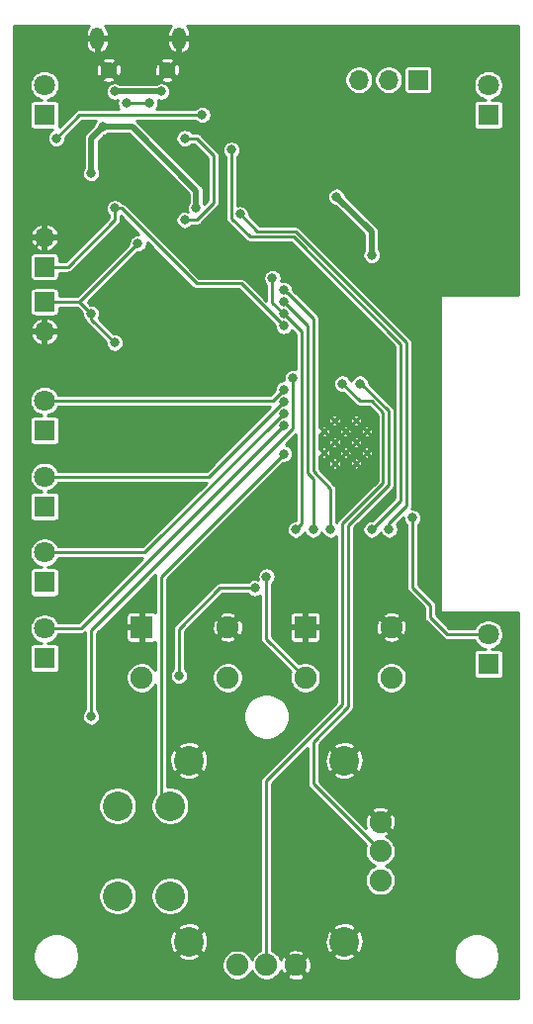
<source format=gbr>
G04 #@! TF.GenerationSoftware,KiCad,Pcbnew,(5.1.10)-1*
G04 #@! TF.CreationDate,2021-06-09T15:44:52+09:00*
G04 #@! TF.ProjectId,controller,636f6e74-726f-46c6-9c65-722e6b696361,rev?*
G04 #@! TF.SameCoordinates,Original*
G04 #@! TF.FileFunction,Copper,L2,Bot*
G04 #@! TF.FilePolarity,Positive*
%FSLAX46Y46*%
G04 Gerber Fmt 4.6, Leading zero omitted, Abs format (unit mm)*
G04 Created by KiCad (PCBNEW (5.1.10)-1) date 2021-06-09 15:44:52*
%MOMM*%
%LPD*%
G01*
G04 APERTURE LIST*
G04 #@! TA.AperFunction,ComponentPad*
%ADD10C,0.300000*%
G04 #@! TD*
G04 #@! TA.AperFunction,ComponentPad*
%ADD11O,1.700000X1.700000*%
G04 #@! TD*
G04 #@! TA.AperFunction,ComponentPad*
%ADD12R,1.700000X1.700000*%
G04 #@! TD*
G04 #@! TA.AperFunction,ComponentPad*
%ADD13C,2.540000*%
G04 #@! TD*
G04 #@! TA.AperFunction,ComponentPad*
%ADD14C,1.905000*%
G04 #@! TD*
G04 #@! TA.AperFunction,ComponentPad*
%ADD15R,1.905000X1.905000*%
G04 #@! TD*
G04 #@! TA.AperFunction,ComponentPad*
%ADD16O,1.200000X1.900000*%
G04 #@! TD*
G04 #@! TA.AperFunction,ComponentPad*
%ADD17C,1.450000*%
G04 #@! TD*
G04 #@! TA.AperFunction,ComponentPad*
%ADD18C,1.800000*%
G04 #@! TD*
G04 #@! TA.AperFunction,ComponentPad*
%ADD19R,1.800000X1.800000*%
G04 #@! TD*
G04 #@! TA.AperFunction,ViaPad*
%ADD20C,0.800000*%
G04 #@! TD*
G04 #@! TA.AperFunction,Conductor*
%ADD21C,0.250000*%
G04 #@! TD*
G04 #@! TA.AperFunction,Conductor*
%ADD22C,0.500000*%
G04 #@! TD*
G04 #@! TA.AperFunction,Conductor*
%ADD23C,0.254000*%
G04 #@! TD*
G04 #@! TA.AperFunction,Conductor*
%ADD24C,0.100000*%
G04 #@! TD*
G04 APERTURE END LIST*
D10*
X26925000Y-36917500D03*
X26925000Y-35082500D03*
X27842500Y-37835000D03*
X27842500Y-36000000D03*
X27842500Y-34165000D03*
X28760000Y-36917500D03*
X28760000Y-35082500D03*
X29677500Y-37835000D03*
X29677500Y-36000000D03*
X29677500Y-34165000D03*
X30595000Y-36917500D03*
X30595000Y-35082500D03*
D11*
X29920000Y-5000000D03*
X32460000Y-5000000D03*
D12*
X35000000Y-5000000D03*
D13*
X28650000Y-63250000D03*
X15350000Y-63250000D03*
X15350000Y-78750000D03*
X28650000Y-78750000D03*
X13750000Y-67150000D03*
X9250000Y-67150000D03*
X9250000Y-74850000D03*
X13750000Y-74850000D03*
D14*
X31750000Y-68500000D03*
X31750000Y-71000000D03*
X31750000Y-73500000D03*
X19500000Y-80750000D03*
X22000000Y-80750000D03*
X24500000Y-80750000D03*
D15*
X11317000Y-51841000D03*
D14*
X11317000Y-56159000D03*
X18683000Y-56159000D03*
X18683000Y-51841000D03*
D15*
X25317000Y-51841000D03*
D14*
X25317000Y-56159000D03*
X32683000Y-56159000D03*
X32683000Y-51841000D03*
D11*
X3000000Y-18460000D03*
D12*
X3000000Y-21000000D03*
D11*
X3000000Y-26540000D03*
D12*
X3000000Y-24000000D03*
D16*
X7500000Y-1462500D03*
X14500000Y-1462500D03*
D17*
X8500000Y-4162500D03*
X13500000Y-4162500D03*
D18*
X3000000Y-51960000D03*
D19*
X3000000Y-54500000D03*
D18*
X3000000Y-45460000D03*
D19*
X3000000Y-48000000D03*
D18*
X3000000Y-38960000D03*
D19*
X3000000Y-41500000D03*
D18*
X3000000Y-32460000D03*
D19*
X3000000Y-35000000D03*
D18*
X41000000Y-52460000D03*
D19*
X41000000Y-55000000D03*
D18*
X41000000Y-5460000D03*
D19*
X41000000Y-8000000D03*
D18*
X3000000Y-5460000D03*
D19*
X3000000Y-8000000D03*
D20*
X14000000Y-9000000D03*
X19000000Y-6500000D03*
X26000000Y-16000000D03*
X26000000Y-14000000D03*
X33500000Y-10000000D03*
X38412500Y-12912500D03*
X33500000Y-25000000D03*
X36000000Y-26000000D03*
X8000000Y-30500000D03*
X13000000Y-6000000D03*
X9000000Y-6000000D03*
X8000000Y-9000000D03*
X7000000Y-13000000D03*
X15987347Y-15987347D03*
X28000000Y-15000000D03*
X31000000Y-20000000D03*
X34500000Y-42500000D03*
X23500000Y-31500000D03*
X23512653Y-32512653D03*
X23518939Y-33531672D03*
X23521910Y-34554007D03*
X12000000Y-7000000D03*
X10000000Y-7000000D03*
X11000000Y-19000000D03*
X7000000Y-25000000D03*
X9000000Y-27500000D03*
X9000000Y-16000000D03*
X23469417Y-26067724D03*
X15000000Y-10000000D03*
X15000000Y-17000000D03*
X4000000Y-10000000D03*
X16500000Y-8000000D03*
X19725000Y-16500000D03*
X32500000Y-43500000D03*
X31000000Y-43500000D03*
X19000000Y-11000000D03*
X22512653Y-21987347D03*
X24500000Y-43500000D03*
X23463499Y-25036501D03*
X23500000Y-24000000D03*
X26000000Y-43500000D03*
X23487347Y-22987347D03*
X27500000Y-43500000D03*
X24275000Y-30500000D03*
X7000000Y-59500000D03*
X21000000Y-48500000D03*
X14500000Y-56000000D03*
X22000000Y-47500000D03*
X23500000Y-37000000D03*
X28500000Y-31000000D03*
X30000000Y-31000000D03*
D21*
X14000000Y-9000000D02*
X17500000Y-9000000D01*
X17500000Y-9000000D02*
X19000000Y-7500000D01*
X19000000Y-7500000D02*
X19000000Y-6500000D01*
X26000000Y-16000000D02*
X26000000Y-14000000D01*
X26000000Y-13500000D02*
X26000000Y-14000000D01*
X19000000Y-6500000D02*
X26000000Y-13500000D01*
X35500000Y-10000000D02*
X38412500Y-12912500D01*
X33500000Y-10000000D02*
X35500000Y-10000000D01*
X38412500Y-20087500D02*
X33500000Y-25000000D01*
X38412500Y-12912500D02*
X38412500Y-20087500D01*
X35000000Y-25000000D02*
X36000000Y-26000000D01*
X33500000Y-25000000D02*
X35000000Y-25000000D01*
X6960000Y-30500000D02*
X8000000Y-30500000D01*
X1000000Y-20460000D02*
X3000000Y-18460000D01*
X1000000Y-26000000D02*
X1000000Y-20460000D01*
X1540000Y-26540000D02*
X1000000Y-26000000D01*
X3000000Y-26540000D02*
X1540000Y-26540000D01*
X3000000Y-26540000D02*
X4540000Y-26540000D01*
X4980000Y-26980000D02*
X4980000Y-28520000D01*
X4540000Y-26540000D02*
X4980000Y-26980000D01*
X4980000Y-28520000D02*
X6960000Y-30500000D01*
D22*
X13000000Y-6000000D02*
X9000000Y-6000000D01*
X7000000Y-10000000D02*
X8000000Y-9000000D01*
X7000000Y-13000000D02*
X7000000Y-10000000D01*
X8000000Y-9000000D02*
X10500000Y-9000000D01*
X15987347Y-14487347D02*
X15987347Y-15987347D01*
X10500000Y-9000000D02*
X15987347Y-14487347D01*
X28000000Y-15000000D02*
X31000000Y-18000000D01*
X31000000Y-18000000D02*
X31000000Y-20000000D01*
D21*
X34500000Y-48459636D02*
X36000000Y-49959636D01*
X34500000Y-42500000D02*
X34500000Y-48459636D01*
X36000000Y-49959636D02*
X36000000Y-51000000D01*
X37460000Y-52460000D02*
X41000000Y-52460000D01*
X36000000Y-51000000D02*
X37460000Y-52460000D01*
X22540000Y-32460000D02*
X3000000Y-32460000D01*
X23500000Y-31500000D02*
X22540000Y-32460000D01*
X17065306Y-38960000D02*
X3000000Y-38960000D01*
X23512653Y-32512653D02*
X17065306Y-38960000D01*
X11590611Y-45460000D02*
X3000000Y-45460000D01*
X23518939Y-33531672D02*
X11590611Y-45460000D01*
X6115917Y-51960000D02*
X3000000Y-51960000D01*
X23521910Y-34554007D02*
X6115917Y-51960000D01*
X12000000Y-7000000D02*
X10000000Y-7000000D01*
X6000000Y-24000000D02*
X3000000Y-24000000D01*
X11000000Y-19000000D02*
X6000000Y-24000000D01*
X6000000Y-24000000D02*
X7000000Y-25000000D01*
X7000000Y-25500000D02*
X7000000Y-25000000D01*
X9000000Y-27500000D02*
X7000000Y-25500000D01*
X9000000Y-16000000D02*
X9000000Y-17000000D01*
X5000000Y-21000000D02*
X3000000Y-21000000D01*
X9000000Y-17000000D02*
X5000000Y-21000000D01*
X9565685Y-16000000D02*
X16000000Y-22434315D01*
X9000000Y-16000000D02*
X9565685Y-16000000D01*
X19836008Y-22434315D02*
X23469417Y-26067724D01*
X16000000Y-22434315D02*
X19836008Y-22434315D01*
X15000000Y-10000000D02*
X16000000Y-10000000D01*
X16000000Y-10000000D02*
X17500000Y-11500000D01*
X17500000Y-11500000D02*
X17500000Y-15500000D01*
X16000000Y-17000000D02*
X15000000Y-17000000D01*
X17500000Y-15500000D02*
X16000000Y-17000000D01*
X4000000Y-10000000D02*
X6000000Y-8000000D01*
X6000000Y-8000000D02*
X16500000Y-8000000D01*
X32500000Y-42934315D02*
X34000000Y-41434315D01*
X32500000Y-43500000D02*
X32500000Y-42934315D01*
X34000000Y-41434315D02*
X34000000Y-27500000D01*
X21225000Y-18000000D02*
X19725000Y-16500000D01*
X24500000Y-18000000D02*
X21225000Y-18000000D01*
X34000000Y-27500000D02*
X24500000Y-18000000D01*
X19000000Y-16848002D02*
X19000000Y-11000000D01*
X20602008Y-18450010D02*
X19000000Y-16848002D01*
X24313600Y-18450010D02*
X20602008Y-18450010D01*
X33500000Y-27636410D02*
X24313600Y-18450010D01*
X33500000Y-41000000D02*
X33500000Y-27636410D01*
X31000000Y-43500000D02*
X33500000Y-41000000D01*
X22512653Y-21987347D02*
X22512653Y-24085655D01*
X25000000Y-43000000D02*
X24500000Y-43500000D01*
X25000000Y-26573002D02*
X25000000Y-43000000D01*
X23463499Y-25036501D02*
X25000000Y-26573002D01*
X22512653Y-24085655D02*
X23463499Y-25036501D01*
X23500000Y-24000000D02*
X25500000Y-26000000D01*
X25500000Y-26000000D02*
X25500000Y-38636410D01*
X26000000Y-39136410D02*
X26000000Y-43500000D01*
X25500000Y-38636410D02*
X26000000Y-39136410D01*
X23774999Y-23274999D02*
X23848001Y-23274999D01*
X23487347Y-22987347D02*
X23774999Y-23274999D01*
X23848001Y-23274999D02*
X26000000Y-25426998D01*
X26000000Y-25426998D02*
X26000000Y-38500000D01*
X27500000Y-40000000D02*
X27500000Y-43500000D01*
X26000000Y-38500000D02*
X27500000Y-40000000D01*
X24275000Y-34873919D02*
X24275000Y-30500000D01*
X7000000Y-52148919D02*
X24275000Y-34873919D01*
X7000000Y-59500000D02*
X7000000Y-52148919D01*
X18000000Y-48500000D02*
X21000000Y-48500000D01*
X14500000Y-52000000D02*
X18000000Y-48500000D01*
X14500000Y-56000000D02*
X14500000Y-52000000D01*
X22000000Y-52842000D02*
X25317000Y-56159000D01*
X22000000Y-47500000D02*
X22000000Y-52842000D01*
X13000000Y-66400000D02*
X13750000Y-67150000D01*
X13000000Y-47500000D02*
X13000000Y-66400000D01*
X23500000Y-37000000D02*
X13000000Y-47500000D01*
X22000000Y-80750000D02*
X22000000Y-65000000D01*
X22000000Y-65000000D02*
X28500000Y-58500000D01*
X28500000Y-58500000D02*
X28500000Y-43000000D01*
X28500000Y-43000000D02*
X32000000Y-39500000D01*
X28500000Y-31000000D02*
X30000000Y-32500000D01*
X31000000Y-32500000D02*
X32000000Y-33500000D01*
X30000000Y-32500000D02*
X31000000Y-32500000D01*
X32000000Y-39500000D02*
X32000000Y-33500000D01*
X30136410Y-31000000D02*
X30000000Y-31000000D01*
X32450009Y-33313599D02*
X30136410Y-31000000D01*
X29000000Y-43136410D02*
X32450010Y-39686400D01*
X29000000Y-58636410D02*
X29000000Y-43136410D01*
X26000000Y-61636410D02*
X29000000Y-58636410D01*
X26000000Y-65250000D02*
X26000000Y-61636410D01*
X32450010Y-39686400D02*
X32450009Y-33313599D01*
X31750000Y-71000000D02*
X26000000Y-65250000D01*
D23*
X6754886Y-461889D02*
X6642275Y-619755D01*
X6562626Y-796557D01*
X6519000Y-985500D01*
X6519000Y-1335500D01*
X7373000Y-1335500D01*
X7373000Y-1315500D01*
X7627000Y-1315500D01*
X7627000Y-1335500D01*
X8481000Y-1335500D01*
X8481000Y-985500D01*
X8437374Y-796557D01*
X8357725Y-619755D01*
X8245114Y-461889D01*
X8185699Y-406000D01*
X13814301Y-406000D01*
X13754886Y-461889D01*
X13642275Y-619755D01*
X13562626Y-796557D01*
X13519000Y-985500D01*
X13519000Y-1335500D01*
X14373000Y-1335500D01*
X14373000Y-1315500D01*
X14627000Y-1315500D01*
X14627000Y-1335500D01*
X15481000Y-1335500D01*
X15481000Y-985500D01*
X15437374Y-796557D01*
X15357725Y-619755D01*
X15245114Y-461889D01*
X15185699Y-406000D01*
X43594000Y-406000D01*
X43594000Y-23373000D01*
X37000000Y-23373000D01*
X36975224Y-23375440D01*
X36951399Y-23382667D01*
X36929443Y-23394403D01*
X36910197Y-23410197D01*
X36894403Y-23429443D01*
X36882667Y-23451399D01*
X36875440Y-23475224D01*
X36873000Y-23500000D01*
X36873000Y-50500000D01*
X36875440Y-50524776D01*
X36882667Y-50548601D01*
X36894403Y-50570557D01*
X36910197Y-50589803D01*
X36929443Y-50605597D01*
X36951399Y-50617333D01*
X36975224Y-50624560D01*
X37000000Y-50627000D01*
X43594001Y-50627000D01*
X43594001Y-83594000D01*
X406000Y-83594000D01*
X406000Y-79804889D01*
X2019000Y-79804889D01*
X2019000Y-80195111D01*
X2095129Y-80577836D01*
X2244461Y-80938355D01*
X2461257Y-81262814D01*
X2737186Y-81538743D01*
X3061645Y-81755539D01*
X3422164Y-81904871D01*
X3804889Y-81981000D01*
X4195111Y-81981000D01*
X4577836Y-81904871D01*
X4938355Y-81755539D01*
X5262814Y-81538743D01*
X5538743Y-81262814D01*
X5755539Y-80938355D01*
X5904871Y-80577836D01*
X5981000Y-80195111D01*
X5981000Y-79941879D01*
X14337726Y-79941879D01*
X14480478Y-80162860D01*
X14772821Y-80305348D01*
X15087344Y-80388064D01*
X15411962Y-80407831D01*
X15734198Y-80363888D01*
X16041670Y-80257924D01*
X16219522Y-80162860D01*
X16362274Y-79941879D01*
X15350000Y-78929605D01*
X14337726Y-79941879D01*
X5981000Y-79941879D01*
X5981000Y-79804889D01*
X5904871Y-79422164D01*
X5755539Y-79061645D01*
X5588707Y-78811962D01*
X13692169Y-78811962D01*
X13736112Y-79134198D01*
X13842076Y-79441670D01*
X13937140Y-79619522D01*
X14158121Y-79762274D01*
X15170395Y-78750000D01*
X15529605Y-78750000D01*
X16541879Y-79762274D01*
X16762860Y-79619522D01*
X16905348Y-79327179D01*
X16988064Y-79012656D01*
X17007831Y-78688038D01*
X16963888Y-78365802D01*
X16857924Y-78058330D01*
X16762860Y-77880478D01*
X16541879Y-77737726D01*
X15529605Y-78750000D01*
X15170395Y-78750000D01*
X14158121Y-77737726D01*
X13937140Y-77880478D01*
X13794652Y-78172821D01*
X13711936Y-78487344D01*
X13692169Y-78811962D01*
X5588707Y-78811962D01*
X5538743Y-78737186D01*
X5262814Y-78461257D01*
X4938355Y-78244461D01*
X4577836Y-78095129D01*
X4195111Y-78019000D01*
X3804889Y-78019000D01*
X3422164Y-78095129D01*
X3061645Y-78244461D01*
X2737186Y-78461257D01*
X2461257Y-78737186D01*
X2244461Y-79061645D01*
X2095129Y-79422164D01*
X2019000Y-79804889D01*
X406000Y-79804889D01*
X406000Y-77558121D01*
X14337726Y-77558121D01*
X15350000Y-78570395D01*
X16362274Y-77558121D01*
X16219522Y-77337140D01*
X15927179Y-77194652D01*
X15612656Y-77111936D01*
X15288038Y-77092169D01*
X14965802Y-77136112D01*
X14658330Y-77242076D01*
X14480478Y-77337140D01*
X14337726Y-77558121D01*
X406000Y-77558121D01*
X406000Y-74687391D01*
X7599000Y-74687391D01*
X7599000Y-75012609D01*
X7662447Y-75331579D01*
X7786903Y-75632042D01*
X7967585Y-75902451D01*
X8197549Y-76132415D01*
X8467958Y-76313097D01*
X8768421Y-76437553D01*
X9087391Y-76501000D01*
X9412609Y-76501000D01*
X9731579Y-76437553D01*
X10032042Y-76313097D01*
X10302451Y-76132415D01*
X10532415Y-75902451D01*
X10713097Y-75632042D01*
X10837553Y-75331579D01*
X10901000Y-75012609D01*
X10901000Y-74687391D01*
X12099000Y-74687391D01*
X12099000Y-75012609D01*
X12162447Y-75331579D01*
X12286903Y-75632042D01*
X12467585Y-75902451D01*
X12697549Y-76132415D01*
X12967958Y-76313097D01*
X13268421Y-76437553D01*
X13587391Y-76501000D01*
X13912609Y-76501000D01*
X14231579Y-76437553D01*
X14532042Y-76313097D01*
X14802451Y-76132415D01*
X15032415Y-75902451D01*
X15213097Y-75632042D01*
X15337553Y-75331579D01*
X15401000Y-75012609D01*
X15401000Y-74687391D01*
X15337553Y-74368421D01*
X15213097Y-74067958D01*
X15032415Y-73797549D01*
X14802451Y-73567585D01*
X14532042Y-73386903D01*
X14231579Y-73262447D01*
X13912609Y-73199000D01*
X13587391Y-73199000D01*
X13268421Y-73262447D01*
X12967958Y-73386903D01*
X12697549Y-73567585D01*
X12467585Y-73797549D01*
X12286903Y-74067958D01*
X12162447Y-74368421D01*
X12099000Y-74687391D01*
X10901000Y-74687391D01*
X10837553Y-74368421D01*
X10713097Y-74067958D01*
X10532415Y-73797549D01*
X10302451Y-73567585D01*
X10032042Y-73386903D01*
X9731579Y-73262447D01*
X9412609Y-73199000D01*
X9087391Y-73199000D01*
X8768421Y-73262447D01*
X8467958Y-73386903D01*
X8197549Y-73567585D01*
X7967585Y-73797549D01*
X7786903Y-74067958D01*
X7662447Y-74368421D01*
X7599000Y-74687391D01*
X406000Y-74687391D01*
X406000Y-66987391D01*
X7599000Y-66987391D01*
X7599000Y-67312609D01*
X7662447Y-67631579D01*
X7786903Y-67932042D01*
X7967585Y-68202451D01*
X8197549Y-68432415D01*
X8467958Y-68613097D01*
X8768421Y-68737553D01*
X9087391Y-68801000D01*
X9412609Y-68801000D01*
X9731579Y-68737553D01*
X10032042Y-68613097D01*
X10302451Y-68432415D01*
X10532415Y-68202451D01*
X10713097Y-67932042D01*
X10837553Y-67631579D01*
X10901000Y-67312609D01*
X10901000Y-66987391D01*
X10837553Y-66668421D01*
X10713097Y-66367958D01*
X10532415Y-66097549D01*
X10302451Y-65867585D01*
X10032042Y-65686903D01*
X9731579Y-65562447D01*
X9412609Y-65499000D01*
X9087391Y-65499000D01*
X8768421Y-65562447D01*
X8467958Y-65686903D01*
X8197549Y-65867585D01*
X7967585Y-66097549D01*
X7786903Y-66367958D01*
X7662447Y-66668421D01*
X7599000Y-66987391D01*
X406000Y-66987391D01*
X406000Y-34100000D01*
X1717157Y-34100000D01*
X1717157Y-35900000D01*
X1724513Y-35974689D01*
X1746299Y-36046508D01*
X1781678Y-36112696D01*
X1829289Y-36170711D01*
X1887304Y-36218322D01*
X1953492Y-36253701D01*
X2025311Y-36275487D01*
X2100000Y-36282843D01*
X3900000Y-36282843D01*
X3974689Y-36275487D01*
X4046508Y-36253701D01*
X4112696Y-36218322D01*
X4170711Y-36170711D01*
X4218322Y-36112696D01*
X4253701Y-36046508D01*
X4275487Y-35974689D01*
X4282843Y-35900000D01*
X4282843Y-34100000D01*
X4275487Y-34025311D01*
X4253701Y-33953492D01*
X4218322Y-33887304D01*
X4170711Y-33829289D01*
X4112696Y-33781678D01*
X4046508Y-33746299D01*
X3974689Y-33724513D01*
X3900000Y-33717157D01*
X3246034Y-33717157D01*
X3373654Y-33691772D01*
X3606781Y-33595207D01*
X3816590Y-33455018D01*
X3995018Y-33276590D01*
X4135207Y-33066781D01*
X4176952Y-32966000D01*
X22343714Y-32966000D01*
X16855715Y-38454000D01*
X4176952Y-38454000D01*
X4135207Y-38353219D01*
X3995018Y-38143410D01*
X3816590Y-37964982D01*
X3606781Y-37824793D01*
X3373654Y-37728228D01*
X3126167Y-37679000D01*
X2873833Y-37679000D01*
X2626346Y-37728228D01*
X2393219Y-37824793D01*
X2183410Y-37964982D01*
X2004982Y-38143410D01*
X1864793Y-38353219D01*
X1768228Y-38586346D01*
X1719000Y-38833833D01*
X1719000Y-39086167D01*
X1768228Y-39333654D01*
X1864793Y-39566781D01*
X2004982Y-39776590D01*
X2183410Y-39955018D01*
X2393219Y-40095207D01*
X2626346Y-40191772D01*
X2753966Y-40217157D01*
X2100000Y-40217157D01*
X2025311Y-40224513D01*
X1953492Y-40246299D01*
X1887304Y-40281678D01*
X1829289Y-40329289D01*
X1781678Y-40387304D01*
X1746299Y-40453492D01*
X1724513Y-40525311D01*
X1717157Y-40600000D01*
X1717157Y-42400000D01*
X1724513Y-42474689D01*
X1746299Y-42546508D01*
X1781678Y-42612696D01*
X1829289Y-42670711D01*
X1887304Y-42718322D01*
X1953492Y-42753701D01*
X2025311Y-42775487D01*
X2100000Y-42782843D01*
X3900000Y-42782843D01*
X3974689Y-42775487D01*
X4046508Y-42753701D01*
X4112696Y-42718322D01*
X4170711Y-42670711D01*
X4218322Y-42612696D01*
X4253701Y-42546508D01*
X4275487Y-42474689D01*
X4282843Y-42400000D01*
X4282843Y-40600000D01*
X4275487Y-40525311D01*
X4253701Y-40453492D01*
X4218322Y-40387304D01*
X4170711Y-40329289D01*
X4112696Y-40281678D01*
X4046508Y-40246299D01*
X3974689Y-40224513D01*
X3900000Y-40217157D01*
X3246034Y-40217157D01*
X3373654Y-40191772D01*
X3606781Y-40095207D01*
X3816590Y-39955018D01*
X3995018Y-39776590D01*
X4135207Y-39566781D01*
X4176952Y-39466000D01*
X16869020Y-39466000D01*
X11381020Y-44954000D01*
X4176952Y-44954000D01*
X4135207Y-44853219D01*
X3995018Y-44643410D01*
X3816590Y-44464982D01*
X3606781Y-44324793D01*
X3373654Y-44228228D01*
X3126167Y-44179000D01*
X2873833Y-44179000D01*
X2626346Y-44228228D01*
X2393219Y-44324793D01*
X2183410Y-44464982D01*
X2004982Y-44643410D01*
X1864793Y-44853219D01*
X1768228Y-45086346D01*
X1719000Y-45333833D01*
X1719000Y-45586167D01*
X1768228Y-45833654D01*
X1864793Y-46066781D01*
X2004982Y-46276590D01*
X2183410Y-46455018D01*
X2393219Y-46595207D01*
X2626346Y-46691772D01*
X2753966Y-46717157D01*
X2100000Y-46717157D01*
X2025311Y-46724513D01*
X1953492Y-46746299D01*
X1887304Y-46781678D01*
X1829289Y-46829289D01*
X1781678Y-46887304D01*
X1746299Y-46953492D01*
X1724513Y-47025311D01*
X1717157Y-47100000D01*
X1717157Y-48900000D01*
X1724513Y-48974689D01*
X1746299Y-49046508D01*
X1781678Y-49112696D01*
X1829289Y-49170711D01*
X1887304Y-49218322D01*
X1953492Y-49253701D01*
X2025311Y-49275487D01*
X2100000Y-49282843D01*
X3900000Y-49282843D01*
X3974689Y-49275487D01*
X4046508Y-49253701D01*
X4112696Y-49218322D01*
X4170711Y-49170711D01*
X4218322Y-49112696D01*
X4253701Y-49046508D01*
X4275487Y-48974689D01*
X4282843Y-48900000D01*
X4282843Y-47100000D01*
X4275487Y-47025311D01*
X4253701Y-46953492D01*
X4218322Y-46887304D01*
X4170711Y-46829289D01*
X4112696Y-46781678D01*
X4046508Y-46746299D01*
X3974689Y-46724513D01*
X3900000Y-46717157D01*
X3246034Y-46717157D01*
X3373654Y-46691772D01*
X3606781Y-46595207D01*
X3816590Y-46455018D01*
X3995018Y-46276590D01*
X4135207Y-46066781D01*
X4176952Y-45966000D01*
X11394326Y-45966000D01*
X5906326Y-51454000D01*
X4176952Y-51454000D01*
X4135207Y-51353219D01*
X3995018Y-51143410D01*
X3816590Y-50964982D01*
X3606781Y-50824793D01*
X3373654Y-50728228D01*
X3126167Y-50679000D01*
X2873833Y-50679000D01*
X2626346Y-50728228D01*
X2393219Y-50824793D01*
X2183410Y-50964982D01*
X2004982Y-51143410D01*
X1864793Y-51353219D01*
X1768228Y-51586346D01*
X1719000Y-51833833D01*
X1719000Y-52086167D01*
X1768228Y-52333654D01*
X1864793Y-52566781D01*
X2004982Y-52776590D01*
X2183410Y-52955018D01*
X2393219Y-53095207D01*
X2626346Y-53191772D01*
X2753966Y-53217157D01*
X2100000Y-53217157D01*
X2025311Y-53224513D01*
X1953492Y-53246299D01*
X1887304Y-53281678D01*
X1829289Y-53329289D01*
X1781678Y-53387304D01*
X1746299Y-53453492D01*
X1724513Y-53525311D01*
X1717157Y-53600000D01*
X1717157Y-55400000D01*
X1724513Y-55474689D01*
X1746299Y-55546508D01*
X1781678Y-55612696D01*
X1829289Y-55670711D01*
X1887304Y-55718322D01*
X1953492Y-55753701D01*
X2025311Y-55775487D01*
X2100000Y-55782843D01*
X3900000Y-55782843D01*
X3974689Y-55775487D01*
X4046508Y-55753701D01*
X4112696Y-55718322D01*
X4170711Y-55670711D01*
X4218322Y-55612696D01*
X4253701Y-55546508D01*
X4275487Y-55474689D01*
X4282843Y-55400000D01*
X4282843Y-53600000D01*
X4275487Y-53525311D01*
X4253701Y-53453492D01*
X4218322Y-53387304D01*
X4170711Y-53329289D01*
X4112696Y-53281678D01*
X4046508Y-53246299D01*
X3974689Y-53224513D01*
X3900000Y-53217157D01*
X3246034Y-53217157D01*
X3373654Y-53191772D01*
X3606781Y-53095207D01*
X3816590Y-52955018D01*
X3995018Y-52776590D01*
X4135207Y-52566781D01*
X4176952Y-52466000D01*
X6091071Y-52466000D01*
X6115917Y-52468447D01*
X6140763Y-52466000D01*
X6140771Y-52466000D01*
X6215110Y-52458678D01*
X6310492Y-52429745D01*
X6398396Y-52382759D01*
X6475444Y-52319527D01*
X6491293Y-52300215D01*
X6494001Y-52297507D01*
X6494000Y-58901499D01*
X6393358Y-59002141D01*
X6307887Y-59130058D01*
X6249013Y-59272191D01*
X6219000Y-59423078D01*
X6219000Y-59576922D01*
X6249013Y-59727809D01*
X6307887Y-59869942D01*
X6393358Y-59997859D01*
X6502141Y-60106642D01*
X6630058Y-60192113D01*
X6772191Y-60250987D01*
X6923078Y-60281000D01*
X7076922Y-60281000D01*
X7227809Y-60250987D01*
X7369942Y-60192113D01*
X7497859Y-60106642D01*
X7606642Y-59997859D01*
X7692113Y-59869942D01*
X7750987Y-59727809D01*
X7781000Y-59576922D01*
X7781000Y-59423078D01*
X7750987Y-59272191D01*
X7692113Y-59130058D01*
X7606642Y-59002141D01*
X7506000Y-58901499D01*
X7506000Y-52793500D01*
X9981657Y-52793500D01*
X9989013Y-52868189D01*
X10010799Y-52940008D01*
X10046178Y-53006196D01*
X10093789Y-53064211D01*
X10151804Y-53111822D01*
X10217992Y-53147201D01*
X10289811Y-53168987D01*
X10364500Y-53176343D01*
X11094750Y-53174500D01*
X11190000Y-53079250D01*
X11190000Y-51968000D01*
X10078750Y-51968000D01*
X9983500Y-52063250D01*
X9981657Y-52793500D01*
X7506000Y-52793500D01*
X7506000Y-52358510D01*
X8976010Y-50888500D01*
X9981657Y-50888500D01*
X9983500Y-51618750D01*
X10078750Y-51714000D01*
X11190000Y-51714000D01*
X11190000Y-50602750D01*
X11094750Y-50507500D01*
X10364500Y-50505657D01*
X10289811Y-50513013D01*
X10217992Y-50534799D01*
X10151804Y-50570178D01*
X10093789Y-50617789D01*
X10046178Y-50675804D01*
X10010799Y-50741992D01*
X9989013Y-50813811D01*
X9981657Y-50888500D01*
X8976010Y-50888500D01*
X12517702Y-47346808D01*
X12501322Y-47400808D01*
X12494000Y-47475147D01*
X12494000Y-47475154D01*
X12491553Y-47500000D01*
X12494000Y-47524846D01*
X12494000Y-50579865D01*
X12482196Y-50570178D01*
X12416008Y-50534799D01*
X12344189Y-50513013D01*
X12269500Y-50505657D01*
X11539250Y-50507500D01*
X11444000Y-50602750D01*
X11444000Y-51714000D01*
X11464000Y-51714000D01*
X11464000Y-51968000D01*
X11444000Y-51968000D01*
X11444000Y-53079250D01*
X11539250Y-53174500D01*
X12269500Y-53176343D01*
X12344189Y-53168987D01*
X12416008Y-53147201D01*
X12482196Y-53111822D01*
X12494000Y-53102135D01*
X12494000Y-55520270D01*
X12352797Y-55308943D01*
X12167057Y-55123203D01*
X11948649Y-54977268D01*
X11705968Y-54876746D01*
X11448338Y-54825500D01*
X11185662Y-54825500D01*
X10928032Y-54876746D01*
X10685351Y-54977268D01*
X10466943Y-55123203D01*
X10281203Y-55308943D01*
X10135268Y-55527351D01*
X10034746Y-55770032D01*
X9983500Y-56027662D01*
X9983500Y-56290338D01*
X10034746Y-56547968D01*
X10135268Y-56790649D01*
X10281203Y-57009057D01*
X10466943Y-57194797D01*
X10685351Y-57340732D01*
X10928032Y-57441254D01*
X11185662Y-57492500D01*
X11448338Y-57492500D01*
X11705968Y-57441254D01*
X11948649Y-57340732D01*
X12167057Y-57194797D01*
X12352797Y-57009057D01*
X12494000Y-56797730D01*
X12494001Y-66071133D01*
X12467585Y-66097549D01*
X12286903Y-66367958D01*
X12162447Y-66668421D01*
X12099000Y-66987391D01*
X12099000Y-67312609D01*
X12162447Y-67631579D01*
X12286903Y-67932042D01*
X12467585Y-68202451D01*
X12697549Y-68432415D01*
X12967958Y-68613097D01*
X13268421Y-68737553D01*
X13587391Y-68801000D01*
X13912609Y-68801000D01*
X14231579Y-68737553D01*
X14532042Y-68613097D01*
X14802451Y-68432415D01*
X15032415Y-68202451D01*
X15213097Y-67932042D01*
X15337553Y-67631579D01*
X15401000Y-67312609D01*
X15401000Y-66987391D01*
X15337553Y-66668421D01*
X15213097Y-66367958D01*
X15032415Y-66097549D01*
X14802451Y-65867585D01*
X14532042Y-65686903D01*
X14231579Y-65562447D01*
X13912609Y-65499000D01*
X13587391Y-65499000D01*
X13506000Y-65515190D01*
X13506000Y-64441879D01*
X14337726Y-64441879D01*
X14480478Y-64662860D01*
X14772821Y-64805348D01*
X15087344Y-64888064D01*
X15411962Y-64907831D01*
X15734198Y-64863888D01*
X16041670Y-64757924D01*
X16219522Y-64662860D01*
X16362274Y-64441879D01*
X15350000Y-63429605D01*
X14337726Y-64441879D01*
X13506000Y-64441879D01*
X13506000Y-63311962D01*
X13692169Y-63311962D01*
X13736112Y-63634198D01*
X13842076Y-63941670D01*
X13937140Y-64119522D01*
X14158121Y-64262274D01*
X15170395Y-63250000D01*
X15529605Y-63250000D01*
X16541879Y-64262274D01*
X16762860Y-64119522D01*
X16905348Y-63827179D01*
X16988064Y-63512656D01*
X17007831Y-63188038D01*
X16963888Y-62865802D01*
X16857924Y-62558330D01*
X16762860Y-62380478D01*
X16541879Y-62237726D01*
X15529605Y-63250000D01*
X15170395Y-63250000D01*
X14158121Y-62237726D01*
X13937140Y-62380478D01*
X13794652Y-62672821D01*
X13711936Y-62987344D01*
X13692169Y-63311962D01*
X13506000Y-63311962D01*
X13506000Y-62058121D01*
X14337726Y-62058121D01*
X15350000Y-63070395D01*
X16362274Y-62058121D01*
X16219522Y-61837140D01*
X15927179Y-61694652D01*
X15612656Y-61611936D01*
X15288038Y-61592169D01*
X14965802Y-61636112D01*
X14658330Y-61742076D01*
X14480478Y-61837140D01*
X14337726Y-62058121D01*
X13506000Y-62058121D01*
X13506000Y-59304889D01*
X20019000Y-59304889D01*
X20019000Y-59695111D01*
X20095129Y-60077836D01*
X20244461Y-60438355D01*
X20461257Y-60762814D01*
X20737186Y-61038743D01*
X21061645Y-61255539D01*
X21422164Y-61404871D01*
X21804889Y-61481000D01*
X22195111Y-61481000D01*
X22577836Y-61404871D01*
X22938355Y-61255539D01*
X23262814Y-61038743D01*
X23538743Y-60762814D01*
X23755539Y-60438355D01*
X23904871Y-60077836D01*
X23981000Y-59695111D01*
X23981000Y-59304889D01*
X23904871Y-58922164D01*
X23755539Y-58561645D01*
X23538743Y-58237186D01*
X23262814Y-57961257D01*
X22938355Y-57744461D01*
X22577836Y-57595129D01*
X22195111Y-57519000D01*
X21804889Y-57519000D01*
X21422164Y-57595129D01*
X21061645Y-57744461D01*
X20737186Y-57961257D01*
X20461257Y-58237186D01*
X20244461Y-58561645D01*
X20095129Y-58922164D01*
X20019000Y-59304889D01*
X13506000Y-59304889D01*
X13506000Y-55923078D01*
X13719000Y-55923078D01*
X13719000Y-56076922D01*
X13749013Y-56227809D01*
X13807887Y-56369942D01*
X13893358Y-56497859D01*
X14002141Y-56606642D01*
X14130058Y-56692113D01*
X14272191Y-56750987D01*
X14423078Y-56781000D01*
X14576922Y-56781000D01*
X14727809Y-56750987D01*
X14869942Y-56692113D01*
X14997859Y-56606642D01*
X15106642Y-56497859D01*
X15192113Y-56369942D01*
X15250987Y-56227809D01*
X15281000Y-56076922D01*
X15281000Y-56027662D01*
X17349500Y-56027662D01*
X17349500Y-56290338D01*
X17400746Y-56547968D01*
X17501268Y-56790649D01*
X17647203Y-57009057D01*
X17832943Y-57194797D01*
X18051351Y-57340732D01*
X18294032Y-57441254D01*
X18551662Y-57492500D01*
X18814338Y-57492500D01*
X19071968Y-57441254D01*
X19314649Y-57340732D01*
X19533057Y-57194797D01*
X19718797Y-57009057D01*
X19864732Y-56790649D01*
X19965254Y-56547968D01*
X20016500Y-56290338D01*
X20016500Y-56027662D01*
X19965254Y-55770032D01*
X19864732Y-55527351D01*
X19718797Y-55308943D01*
X19533057Y-55123203D01*
X19314649Y-54977268D01*
X19071968Y-54876746D01*
X18814338Y-54825500D01*
X18551662Y-54825500D01*
X18294032Y-54876746D01*
X18051351Y-54977268D01*
X17832943Y-55123203D01*
X17647203Y-55308943D01*
X17501268Y-55527351D01*
X17400746Y-55770032D01*
X17349500Y-56027662D01*
X15281000Y-56027662D01*
X15281000Y-55923078D01*
X15250987Y-55772191D01*
X15192113Y-55630058D01*
X15106642Y-55502141D01*
X15006000Y-55401499D01*
X15006000Y-52806346D01*
X17897259Y-52806346D01*
X18001686Y-52994812D01*
X18239875Y-53105559D01*
X18495093Y-53167711D01*
X18757533Y-53178876D01*
X19017107Y-53138629D01*
X19263842Y-53048514D01*
X19364314Y-52994812D01*
X19468741Y-52806346D01*
X18683000Y-52020605D01*
X17897259Y-52806346D01*
X15006000Y-52806346D01*
X15006000Y-52209591D01*
X15300058Y-51915533D01*
X17345124Y-51915533D01*
X17385371Y-52175107D01*
X17475486Y-52421842D01*
X17529188Y-52522314D01*
X17717654Y-52626741D01*
X18503395Y-51841000D01*
X18862605Y-51841000D01*
X19648346Y-52626741D01*
X19836812Y-52522314D01*
X19947559Y-52284125D01*
X20009711Y-52028907D01*
X20020876Y-51766467D01*
X19980629Y-51506893D01*
X19890514Y-51260158D01*
X19836812Y-51159686D01*
X19648346Y-51055259D01*
X18862605Y-51841000D01*
X18503395Y-51841000D01*
X17717654Y-51055259D01*
X17529188Y-51159686D01*
X17418441Y-51397875D01*
X17356289Y-51653093D01*
X17345124Y-51915533D01*
X15300058Y-51915533D01*
X16339937Y-50875654D01*
X17897259Y-50875654D01*
X18683000Y-51661395D01*
X19468741Y-50875654D01*
X19364314Y-50687188D01*
X19126125Y-50576441D01*
X18870907Y-50514289D01*
X18608467Y-50503124D01*
X18348893Y-50543371D01*
X18102158Y-50633486D01*
X18001686Y-50687188D01*
X17897259Y-50875654D01*
X16339937Y-50875654D01*
X18209592Y-49006000D01*
X20401499Y-49006000D01*
X20502141Y-49106642D01*
X20630058Y-49192113D01*
X20772191Y-49250987D01*
X20923078Y-49281000D01*
X21076922Y-49281000D01*
X21227809Y-49250987D01*
X21369942Y-49192113D01*
X21494000Y-49109220D01*
X21494001Y-52817144D01*
X21491553Y-52842000D01*
X21501322Y-52941192D01*
X21530255Y-53036574D01*
X21552127Y-53077492D01*
X21577242Y-53124479D01*
X21640474Y-53201527D01*
X21659781Y-53217372D01*
X24086792Y-55644383D01*
X24034746Y-55770032D01*
X23983500Y-56027662D01*
X23983500Y-56290338D01*
X24034746Y-56547968D01*
X24135268Y-56790649D01*
X24281203Y-57009057D01*
X24466943Y-57194797D01*
X24685351Y-57340732D01*
X24928032Y-57441254D01*
X25185662Y-57492500D01*
X25448338Y-57492500D01*
X25705968Y-57441254D01*
X25948649Y-57340732D01*
X26167057Y-57194797D01*
X26352797Y-57009057D01*
X26498732Y-56790649D01*
X26599254Y-56547968D01*
X26650500Y-56290338D01*
X26650500Y-56027662D01*
X26599254Y-55770032D01*
X26498732Y-55527351D01*
X26352797Y-55308943D01*
X26167057Y-55123203D01*
X25948649Y-54977268D01*
X25705968Y-54876746D01*
X25448338Y-54825500D01*
X25185662Y-54825500D01*
X24928032Y-54876746D01*
X24802383Y-54928792D01*
X22667091Y-52793500D01*
X23981657Y-52793500D01*
X23989013Y-52868189D01*
X24010799Y-52940008D01*
X24046178Y-53006196D01*
X24093789Y-53064211D01*
X24151804Y-53111822D01*
X24217992Y-53147201D01*
X24289811Y-53168987D01*
X24364500Y-53176343D01*
X25094750Y-53174500D01*
X25190000Y-53079250D01*
X25190000Y-51968000D01*
X25444000Y-51968000D01*
X25444000Y-53079250D01*
X25539250Y-53174500D01*
X26269500Y-53176343D01*
X26344189Y-53168987D01*
X26416008Y-53147201D01*
X26482196Y-53111822D01*
X26540211Y-53064211D01*
X26587822Y-53006196D01*
X26623201Y-52940008D01*
X26644987Y-52868189D01*
X26652343Y-52793500D01*
X26650500Y-52063250D01*
X26555250Y-51968000D01*
X25444000Y-51968000D01*
X25190000Y-51968000D01*
X24078750Y-51968000D01*
X23983500Y-52063250D01*
X23981657Y-52793500D01*
X22667091Y-52793500D01*
X22506000Y-52632409D01*
X22506000Y-50888500D01*
X23981657Y-50888500D01*
X23983500Y-51618750D01*
X24078750Y-51714000D01*
X25190000Y-51714000D01*
X25190000Y-50602750D01*
X25444000Y-50602750D01*
X25444000Y-51714000D01*
X26555250Y-51714000D01*
X26650500Y-51618750D01*
X26652343Y-50888500D01*
X26644987Y-50813811D01*
X26623201Y-50741992D01*
X26587822Y-50675804D01*
X26540211Y-50617789D01*
X26482196Y-50570178D01*
X26416008Y-50534799D01*
X26344189Y-50513013D01*
X26269500Y-50505657D01*
X25539250Y-50507500D01*
X25444000Y-50602750D01*
X25190000Y-50602750D01*
X25094750Y-50507500D01*
X24364500Y-50505657D01*
X24289811Y-50513013D01*
X24217992Y-50534799D01*
X24151804Y-50570178D01*
X24093789Y-50617789D01*
X24046178Y-50675804D01*
X24010799Y-50741992D01*
X23989013Y-50813811D01*
X23981657Y-50888500D01*
X22506000Y-50888500D01*
X22506000Y-48098501D01*
X22606642Y-47997859D01*
X22692113Y-47869942D01*
X22750987Y-47727809D01*
X22781000Y-47576922D01*
X22781000Y-47423078D01*
X22750987Y-47272191D01*
X22692113Y-47130058D01*
X22606642Y-47002141D01*
X22497859Y-46893358D01*
X22369942Y-46807887D01*
X22227809Y-46749013D01*
X22076922Y-46719000D01*
X21923078Y-46719000D01*
X21772191Y-46749013D01*
X21630058Y-46807887D01*
X21502141Y-46893358D01*
X21393358Y-47002141D01*
X21307887Y-47130058D01*
X21249013Y-47272191D01*
X21219000Y-47423078D01*
X21219000Y-47576922D01*
X21249013Y-47727809D01*
X21264007Y-47764007D01*
X21227809Y-47749013D01*
X21076922Y-47719000D01*
X20923078Y-47719000D01*
X20772191Y-47749013D01*
X20630058Y-47807887D01*
X20502141Y-47893358D01*
X20401499Y-47994000D01*
X18024845Y-47994000D01*
X17999999Y-47991553D01*
X17975153Y-47994000D01*
X17975146Y-47994000D01*
X17910694Y-48000348D01*
X17900806Y-48001322D01*
X17878607Y-48008056D01*
X17805425Y-48030255D01*
X17717521Y-48077241D01*
X17640473Y-48140473D01*
X17624628Y-48159780D01*
X14159781Y-51624628D01*
X14140474Y-51640473D01*
X14077242Y-51717521D01*
X14052127Y-51764508D01*
X14030255Y-51805426D01*
X14001322Y-51900808D01*
X13991553Y-52000000D01*
X13994001Y-52024856D01*
X13994000Y-55401499D01*
X13893358Y-55502141D01*
X13807887Y-55630058D01*
X13749013Y-55772191D01*
X13719000Y-55923078D01*
X13506000Y-55923078D01*
X13506000Y-47709591D01*
X23434592Y-37781000D01*
X23576922Y-37781000D01*
X23727809Y-37750987D01*
X23869942Y-37692113D01*
X23997859Y-37606642D01*
X24106642Y-37497859D01*
X24192113Y-37369942D01*
X24250987Y-37227809D01*
X24281000Y-37076922D01*
X24281000Y-36923078D01*
X24250987Y-36772191D01*
X24192113Y-36630058D01*
X24106642Y-36502141D01*
X23997859Y-36393358D01*
X23869942Y-36307887D01*
X23727809Y-36249013D01*
X23634131Y-36230380D01*
X24494001Y-35370510D01*
X24494001Y-42719000D01*
X24423078Y-42719000D01*
X24272191Y-42749013D01*
X24130058Y-42807887D01*
X24002141Y-42893358D01*
X23893358Y-43002141D01*
X23807887Y-43130058D01*
X23749013Y-43272191D01*
X23719000Y-43423078D01*
X23719000Y-43576922D01*
X23749013Y-43727809D01*
X23807887Y-43869942D01*
X23893358Y-43997859D01*
X24002141Y-44106642D01*
X24130058Y-44192113D01*
X24272191Y-44250987D01*
X24423078Y-44281000D01*
X24576922Y-44281000D01*
X24727809Y-44250987D01*
X24869942Y-44192113D01*
X24997859Y-44106642D01*
X25106642Y-43997859D01*
X25192113Y-43869942D01*
X25250000Y-43730192D01*
X25307887Y-43869942D01*
X25393358Y-43997859D01*
X25502141Y-44106642D01*
X25630058Y-44192113D01*
X25772191Y-44250987D01*
X25923078Y-44281000D01*
X26076922Y-44281000D01*
X26227809Y-44250987D01*
X26369942Y-44192113D01*
X26497859Y-44106642D01*
X26606642Y-43997859D01*
X26692113Y-43869942D01*
X26750000Y-43730192D01*
X26807887Y-43869942D01*
X26893358Y-43997859D01*
X27002141Y-44106642D01*
X27130058Y-44192113D01*
X27272191Y-44250987D01*
X27423078Y-44281000D01*
X27576922Y-44281000D01*
X27727809Y-44250987D01*
X27869942Y-44192113D01*
X27994001Y-44109220D01*
X27994000Y-58290408D01*
X21659781Y-64624628D01*
X21640474Y-64640473D01*
X21577242Y-64717521D01*
X21564397Y-64741553D01*
X21530255Y-64805426D01*
X21501322Y-64900808D01*
X21491553Y-65000000D01*
X21494001Y-65024856D01*
X21494000Y-79516222D01*
X21368351Y-79568268D01*
X21149943Y-79714203D01*
X20964203Y-79899943D01*
X20818268Y-80118351D01*
X20750000Y-80283164D01*
X20681732Y-80118351D01*
X20535797Y-79899943D01*
X20350057Y-79714203D01*
X20131649Y-79568268D01*
X19888968Y-79467746D01*
X19631338Y-79416500D01*
X19368662Y-79416500D01*
X19111032Y-79467746D01*
X18868351Y-79568268D01*
X18649943Y-79714203D01*
X18464203Y-79899943D01*
X18318268Y-80118351D01*
X18217746Y-80361032D01*
X18166500Y-80618662D01*
X18166500Y-80881338D01*
X18217746Y-81138968D01*
X18318268Y-81381649D01*
X18464203Y-81600057D01*
X18649943Y-81785797D01*
X18868351Y-81931732D01*
X19111032Y-82032254D01*
X19368662Y-82083500D01*
X19631338Y-82083500D01*
X19888968Y-82032254D01*
X20131649Y-81931732D01*
X20350057Y-81785797D01*
X20535797Y-81600057D01*
X20681732Y-81381649D01*
X20750000Y-81216836D01*
X20818268Y-81381649D01*
X20964203Y-81600057D01*
X21149943Y-81785797D01*
X21368351Y-81931732D01*
X21611032Y-82032254D01*
X21868662Y-82083500D01*
X22131338Y-82083500D01*
X22388968Y-82032254D01*
X22631649Y-81931732D01*
X22850057Y-81785797D01*
X22920508Y-81715346D01*
X23714259Y-81715346D01*
X23818686Y-81903812D01*
X24056875Y-82014559D01*
X24312093Y-82076711D01*
X24574533Y-82087876D01*
X24834107Y-82047629D01*
X25080842Y-81957514D01*
X25181314Y-81903812D01*
X25285741Y-81715346D01*
X24500000Y-80929605D01*
X23714259Y-81715346D01*
X22920508Y-81715346D01*
X23035797Y-81600057D01*
X23181732Y-81381649D01*
X23250450Y-81215748D01*
X23292486Y-81330842D01*
X23346188Y-81431314D01*
X23534654Y-81535741D01*
X24320395Y-80750000D01*
X24679605Y-80750000D01*
X25465346Y-81535741D01*
X25653812Y-81431314D01*
X25764559Y-81193125D01*
X25826711Y-80937907D01*
X25837876Y-80675467D01*
X25797629Y-80415893D01*
X25707514Y-80169158D01*
X25653812Y-80068686D01*
X25465346Y-79964259D01*
X24679605Y-80750000D01*
X24320395Y-80750000D01*
X23534654Y-79964259D01*
X23346188Y-80068686D01*
X23248335Y-80279144D01*
X23181732Y-80118351D01*
X23035797Y-79899943D01*
X22920508Y-79784654D01*
X23714259Y-79784654D01*
X24500000Y-80570395D01*
X25128516Y-79941879D01*
X27637726Y-79941879D01*
X27780478Y-80162860D01*
X28072821Y-80305348D01*
X28387344Y-80388064D01*
X28711962Y-80407831D01*
X29034198Y-80363888D01*
X29341670Y-80257924D01*
X29519522Y-80162860D01*
X29662274Y-79941879D01*
X29525284Y-79804889D01*
X38019000Y-79804889D01*
X38019000Y-80195111D01*
X38095129Y-80577836D01*
X38244461Y-80938355D01*
X38461257Y-81262814D01*
X38737186Y-81538743D01*
X39061645Y-81755539D01*
X39422164Y-81904871D01*
X39804889Y-81981000D01*
X40195111Y-81981000D01*
X40577836Y-81904871D01*
X40938355Y-81755539D01*
X41262814Y-81538743D01*
X41538743Y-81262814D01*
X41755539Y-80938355D01*
X41904871Y-80577836D01*
X41981000Y-80195111D01*
X41981000Y-79804889D01*
X41904871Y-79422164D01*
X41755539Y-79061645D01*
X41538743Y-78737186D01*
X41262814Y-78461257D01*
X40938355Y-78244461D01*
X40577836Y-78095129D01*
X40195111Y-78019000D01*
X39804889Y-78019000D01*
X39422164Y-78095129D01*
X39061645Y-78244461D01*
X38737186Y-78461257D01*
X38461257Y-78737186D01*
X38244461Y-79061645D01*
X38095129Y-79422164D01*
X38019000Y-79804889D01*
X29525284Y-79804889D01*
X28650000Y-78929605D01*
X27637726Y-79941879D01*
X25128516Y-79941879D01*
X25285741Y-79784654D01*
X25181314Y-79596188D01*
X24943125Y-79485441D01*
X24687907Y-79423289D01*
X24425467Y-79412124D01*
X24165893Y-79452371D01*
X23919158Y-79542486D01*
X23818686Y-79596188D01*
X23714259Y-79784654D01*
X22920508Y-79784654D01*
X22850057Y-79714203D01*
X22631649Y-79568268D01*
X22506000Y-79516222D01*
X22506000Y-78811962D01*
X26992169Y-78811962D01*
X27036112Y-79134198D01*
X27142076Y-79441670D01*
X27237140Y-79619522D01*
X27458121Y-79762274D01*
X28470395Y-78750000D01*
X28829605Y-78750000D01*
X29841879Y-79762274D01*
X30062860Y-79619522D01*
X30205348Y-79327179D01*
X30288064Y-79012656D01*
X30307831Y-78688038D01*
X30263888Y-78365802D01*
X30157924Y-78058330D01*
X30062860Y-77880478D01*
X29841879Y-77737726D01*
X28829605Y-78750000D01*
X28470395Y-78750000D01*
X27458121Y-77737726D01*
X27237140Y-77880478D01*
X27094652Y-78172821D01*
X27011936Y-78487344D01*
X26992169Y-78811962D01*
X22506000Y-78811962D01*
X22506000Y-77558121D01*
X27637726Y-77558121D01*
X28650000Y-78570395D01*
X29662274Y-77558121D01*
X29519522Y-77337140D01*
X29227179Y-77194652D01*
X28912656Y-77111936D01*
X28588038Y-77092169D01*
X28265802Y-77136112D01*
X27958330Y-77242076D01*
X27780478Y-77337140D01*
X27637726Y-77558121D01*
X22506000Y-77558121D01*
X22506000Y-65209591D01*
X25494001Y-62221591D01*
X25494000Y-65225154D01*
X25491553Y-65250000D01*
X25494000Y-65274846D01*
X25494000Y-65274853D01*
X25501322Y-65349192D01*
X25530255Y-65444574D01*
X25577241Y-65532479D01*
X25640473Y-65609527D01*
X25659785Y-65625376D01*
X30519791Y-70485383D01*
X30467746Y-70611032D01*
X30416500Y-70868662D01*
X30416500Y-71131338D01*
X30467746Y-71388968D01*
X30568268Y-71631649D01*
X30714203Y-71850057D01*
X30899943Y-72035797D01*
X31118351Y-72181732D01*
X31283164Y-72250000D01*
X31118351Y-72318268D01*
X30899943Y-72464203D01*
X30714203Y-72649943D01*
X30568268Y-72868351D01*
X30467746Y-73111032D01*
X30416500Y-73368662D01*
X30416500Y-73631338D01*
X30467746Y-73888968D01*
X30568268Y-74131649D01*
X30714203Y-74350057D01*
X30899943Y-74535797D01*
X31118351Y-74681732D01*
X31361032Y-74782254D01*
X31618662Y-74833500D01*
X31881338Y-74833500D01*
X32138968Y-74782254D01*
X32381649Y-74681732D01*
X32600057Y-74535797D01*
X32785797Y-74350057D01*
X32931732Y-74131649D01*
X33032254Y-73888968D01*
X33083500Y-73631338D01*
X33083500Y-73368662D01*
X33032254Y-73111032D01*
X32931732Y-72868351D01*
X32785797Y-72649943D01*
X32600057Y-72464203D01*
X32381649Y-72318268D01*
X32216836Y-72250000D01*
X32381649Y-72181732D01*
X32600057Y-72035797D01*
X32785797Y-71850057D01*
X32931732Y-71631649D01*
X33032254Y-71388968D01*
X33083500Y-71131338D01*
X33083500Y-70868662D01*
X33032254Y-70611032D01*
X32931732Y-70368351D01*
X32785797Y-70149943D01*
X32600057Y-69964203D01*
X32381649Y-69818268D01*
X32215748Y-69749550D01*
X32330842Y-69707514D01*
X32431314Y-69653812D01*
X32535741Y-69465346D01*
X31750000Y-68679605D01*
X31735858Y-68693748D01*
X31556253Y-68514143D01*
X31570395Y-68500000D01*
X31929605Y-68500000D01*
X32715346Y-69285741D01*
X32903812Y-69181314D01*
X33014559Y-68943125D01*
X33076711Y-68687907D01*
X33087876Y-68425467D01*
X33047629Y-68165893D01*
X32957514Y-67919158D01*
X32903812Y-67818686D01*
X32715346Y-67714259D01*
X31929605Y-68500000D01*
X31570395Y-68500000D01*
X30784654Y-67714259D01*
X30596188Y-67818686D01*
X30485441Y-68056875D01*
X30423289Y-68312093D01*
X30412124Y-68574533D01*
X30452371Y-68834107D01*
X30540215Y-69074623D01*
X29000246Y-67534654D01*
X30964259Y-67534654D01*
X31750000Y-68320395D01*
X32535741Y-67534654D01*
X32431314Y-67346188D01*
X32193125Y-67235441D01*
X31937907Y-67173289D01*
X31675467Y-67162124D01*
X31415893Y-67202371D01*
X31169158Y-67292486D01*
X31068686Y-67346188D01*
X30964259Y-67534654D01*
X29000246Y-67534654D01*
X26506000Y-65040409D01*
X26506000Y-64441879D01*
X27637726Y-64441879D01*
X27780478Y-64662860D01*
X28072821Y-64805348D01*
X28387344Y-64888064D01*
X28711962Y-64907831D01*
X29034198Y-64863888D01*
X29341670Y-64757924D01*
X29519522Y-64662860D01*
X29662274Y-64441879D01*
X28650000Y-63429605D01*
X27637726Y-64441879D01*
X26506000Y-64441879D01*
X26506000Y-63311962D01*
X26992169Y-63311962D01*
X27036112Y-63634198D01*
X27142076Y-63941670D01*
X27237140Y-64119522D01*
X27458121Y-64262274D01*
X28470395Y-63250000D01*
X28829605Y-63250000D01*
X29841879Y-64262274D01*
X30062860Y-64119522D01*
X30205348Y-63827179D01*
X30288064Y-63512656D01*
X30307831Y-63188038D01*
X30263888Y-62865802D01*
X30157924Y-62558330D01*
X30062860Y-62380478D01*
X29841879Y-62237726D01*
X28829605Y-63250000D01*
X28470395Y-63250000D01*
X27458121Y-62237726D01*
X27237140Y-62380478D01*
X27094652Y-62672821D01*
X27011936Y-62987344D01*
X26992169Y-63311962D01*
X26506000Y-63311962D01*
X26506000Y-62058121D01*
X27637726Y-62058121D01*
X28650000Y-63070395D01*
X29662274Y-62058121D01*
X29519522Y-61837140D01*
X29227179Y-61694652D01*
X28912656Y-61611936D01*
X28588038Y-61592169D01*
X28265802Y-61636112D01*
X27958330Y-61742076D01*
X27780478Y-61837140D01*
X27637726Y-62058121D01*
X26506000Y-62058121D01*
X26506000Y-61846001D01*
X29340220Y-59011782D01*
X29359527Y-58995937D01*
X29422759Y-58918889D01*
X29469745Y-58830985D01*
X29498678Y-58735603D01*
X29506000Y-58661264D01*
X29506000Y-58661263D01*
X29508448Y-58636410D01*
X29506000Y-58611556D01*
X29506000Y-56027662D01*
X31349500Y-56027662D01*
X31349500Y-56290338D01*
X31400746Y-56547968D01*
X31501268Y-56790649D01*
X31647203Y-57009057D01*
X31832943Y-57194797D01*
X32051351Y-57340732D01*
X32294032Y-57441254D01*
X32551662Y-57492500D01*
X32814338Y-57492500D01*
X33071968Y-57441254D01*
X33314649Y-57340732D01*
X33533057Y-57194797D01*
X33718797Y-57009057D01*
X33864732Y-56790649D01*
X33965254Y-56547968D01*
X34016500Y-56290338D01*
X34016500Y-56027662D01*
X33965254Y-55770032D01*
X33864732Y-55527351D01*
X33718797Y-55308943D01*
X33533057Y-55123203D01*
X33314649Y-54977268D01*
X33071968Y-54876746D01*
X32814338Y-54825500D01*
X32551662Y-54825500D01*
X32294032Y-54876746D01*
X32051351Y-54977268D01*
X31832943Y-55123203D01*
X31647203Y-55308943D01*
X31501268Y-55527351D01*
X31400746Y-55770032D01*
X31349500Y-56027662D01*
X29506000Y-56027662D01*
X29506000Y-52806346D01*
X31897259Y-52806346D01*
X32001686Y-52994812D01*
X32239875Y-53105559D01*
X32495093Y-53167711D01*
X32757533Y-53178876D01*
X33017107Y-53138629D01*
X33263842Y-53048514D01*
X33364314Y-52994812D01*
X33468741Y-52806346D01*
X32683000Y-52020605D01*
X31897259Y-52806346D01*
X29506000Y-52806346D01*
X29506000Y-51915533D01*
X31345124Y-51915533D01*
X31385371Y-52175107D01*
X31475486Y-52421842D01*
X31529188Y-52522314D01*
X31717654Y-52626741D01*
X32503395Y-51841000D01*
X32862605Y-51841000D01*
X33648346Y-52626741D01*
X33836812Y-52522314D01*
X33947559Y-52284125D01*
X34009711Y-52028907D01*
X34020876Y-51766467D01*
X33980629Y-51506893D01*
X33890514Y-51260158D01*
X33836812Y-51159686D01*
X33648346Y-51055259D01*
X32862605Y-51841000D01*
X32503395Y-51841000D01*
X31717654Y-51055259D01*
X31529188Y-51159686D01*
X31418441Y-51397875D01*
X31356289Y-51653093D01*
X31345124Y-51915533D01*
X29506000Y-51915533D01*
X29506000Y-50875654D01*
X31897259Y-50875654D01*
X32683000Y-51661395D01*
X33468741Y-50875654D01*
X33364314Y-50687188D01*
X33126125Y-50576441D01*
X32870907Y-50514289D01*
X32608467Y-50503124D01*
X32348893Y-50543371D01*
X32102158Y-50633486D01*
X32001686Y-50687188D01*
X31897259Y-50875654D01*
X29506000Y-50875654D01*
X29506000Y-43346001D01*
X32790236Y-40061766D01*
X32809537Y-40045926D01*
X32825377Y-40026625D01*
X32825380Y-40026622D01*
X32872768Y-39968879D01*
X32919755Y-39880975D01*
X32948688Y-39785593D01*
X32958458Y-39686400D01*
X32956010Y-39661546D01*
X32956008Y-33338454D01*
X32958456Y-33313598D01*
X32948687Y-33214406D01*
X32919754Y-33119024D01*
X32872767Y-33031120D01*
X32825379Y-32973377D01*
X32825375Y-32973373D01*
X32809535Y-32954072D01*
X32790234Y-32938232D01*
X30781000Y-30928999D01*
X30781000Y-30923078D01*
X30750987Y-30772191D01*
X30692113Y-30630058D01*
X30606642Y-30502141D01*
X30497859Y-30393358D01*
X30369942Y-30307887D01*
X30227809Y-30249013D01*
X30076922Y-30219000D01*
X29923078Y-30219000D01*
X29772191Y-30249013D01*
X29630058Y-30307887D01*
X29502141Y-30393358D01*
X29393358Y-30502141D01*
X29307887Y-30630058D01*
X29250000Y-30769808D01*
X29192113Y-30630058D01*
X29106642Y-30502141D01*
X28997859Y-30393358D01*
X28869942Y-30307887D01*
X28727809Y-30249013D01*
X28576922Y-30219000D01*
X28423078Y-30219000D01*
X28272191Y-30249013D01*
X28130058Y-30307887D01*
X28002141Y-30393358D01*
X27893358Y-30502141D01*
X27807887Y-30630058D01*
X27749013Y-30772191D01*
X27719000Y-30923078D01*
X27719000Y-31076922D01*
X27749013Y-31227809D01*
X27807887Y-31369942D01*
X27893358Y-31497859D01*
X28002141Y-31606642D01*
X28130058Y-31692113D01*
X28272191Y-31750987D01*
X28423078Y-31781000D01*
X28565409Y-31781000D01*
X29624628Y-32840220D01*
X29640473Y-32859527D01*
X29717521Y-32922759D01*
X29805425Y-32969745D01*
X29877315Y-32991552D01*
X29900806Y-32998678D01*
X29910694Y-32999652D01*
X29975146Y-33006000D01*
X29975153Y-33006000D01*
X29999999Y-33008447D01*
X30024845Y-33006000D01*
X30790409Y-33006000D01*
X31494001Y-33709593D01*
X31494000Y-39290408D01*
X28159781Y-42624628D01*
X28140474Y-42640473D01*
X28077242Y-42717521D01*
X28071743Y-42727809D01*
X28030255Y-42805426D01*
X28006000Y-42885386D01*
X28006000Y-40024845D01*
X28008447Y-39999999D01*
X28006000Y-39975153D01*
X28006000Y-39975146D01*
X27998678Y-39900807D01*
X27969745Y-39805425D01*
X27922759Y-39717521D01*
X27859527Y-39640473D01*
X27840220Y-39624628D01*
X26506000Y-38290409D01*
X26506000Y-38279784D01*
X27547775Y-38279784D01*
X27640211Y-38328736D01*
X27740421Y-38358714D01*
X27844554Y-38368565D01*
X27948608Y-38357912D01*
X28048584Y-38327164D01*
X28137225Y-38279784D01*
X29382775Y-38279784D01*
X29475211Y-38328736D01*
X29575421Y-38358714D01*
X29679554Y-38368565D01*
X29783608Y-38357912D01*
X29883584Y-38327164D01*
X29972225Y-38279784D01*
X29970748Y-38160775D01*
X29677500Y-37867527D01*
X29384252Y-38160775D01*
X29382775Y-38279784D01*
X28137225Y-38279784D01*
X28135748Y-38160775D01*
X27842500Y-37867527D01*
X27549252Y-38160775D01*
X27547775Y-38279784D01*
X26506000Y-38279784D01*
X26506000Y-37837054D01*
X27308935Y-37837054D01*
X27319588Y-37941108D01*
X27350336Y-38041084D01*
X27397716Y-38129725D01*
X27516725Y-38128248D01*
X27809973Y-37835000D01*
X27875027Y-37835000D01*
X28168275Y-38128248D01*
X28287284Y-38129725D01*
X28336236Y-38037289D01*
X28366214Y-37937079D01*
X28375676Y-37837054D01*
X29143935Y-37837054D01*
X29154588Y-37941108D01*
X29185336Y-38041084D01*
X29232716Y-38129725D01*
X29351725Y-38128248D01*
X29644973Y-37835000D01*
X29710027Y-37835000D01*
X30003275Y-38128248D01*
X30122284Y-38129725D01*
X30171236Y-38037289D01*
X30201214Y-37937079D01*
X30211065Y-37832946D01*
X30200412Y-37728892D01*
X30169664Y-37628916D01*
X30122284Y-37540275D01*
X30003275Y-37541752D01*
X29710027Y-37835000D01*
X29644973Y-37835000D01*
X29351725Y-37541752D01*
X29232716Y-37540275D01*
X29183764Y-37632711D01*
X29153786Y-37732921D01*
X29143935Y-37837054D01*
X28375676Y-37837054D01*
X28376065Y-37832946D01*
X28365412Y-37728892D01*
X28334664Y-37628916D01*
X28287284Y-37540275D01*
X28168275Y-37541752D01*
X27875027Y-37835000D01*
X27809973Y-37835000D01*
X27516725Y-37541752D01*
X27397716Y-37540275D01*
X27348764Y-37632711D01*
X27318786Y-37732921D01*
X27308935Y-37837054D01*
X26506000Y-37837054D01*
X26506000Y-37362284D01*
X26630275Y-37362284D01*
X26722711Y-37411236D01*
X26822921Y-37441214D01*
X26927054Y-37451065D01*
X27031108Y-37440412D01*
X27131084Y-37409664D01*
X27167468Y-37390216D01*
X27547775Y-37390216D01*
X27549252Y-37509225D01*
X27842500Y-37802473D01*
X28135748Y-37509225D01*
X28137225Y-37390216D01*
X28084482Y-37362284D01*
X28465275Y-37362284D01*
X28557711Y-37411236D01*
X28657921Y-37441214D01*
X28762054Y-37451065D01*
X28866108Y-37440412D01*
X28966084Y-37409664D01*
X29002468Y-37390216D01*
X29382775Y-37390216D01*
X29384252Y-37509225D01*
X29677500Y-37802473D01*
X29970748Y-37509225D01*
X29972225Y-37390216D01*
X29919482Y-37362284D01*
X30300275Y-37362284D01*
X30392711Y-37411236D01*
X30492921Y-37441214D01*
X30597054Y-37451065D01*
X30701108Y-37440412D01*
X30801084Y-37409664D01*
X30889725Y-37362284D01*
X30888248Y-37243275D01*
X30595000Y-36950027D01*
X30301752Y-37243275D01*
X30300275Y-37362284D01*
X29919482Y-37362284D01*
X29879789Y-37341264D01*
X29779579Y-37311286D01*
X29675446Y-37301435D01*
X29571392Y-37312088D01*
X29471416Y-37342836D01*
X29382775Y-37390216D01*
X29002468Y-37390216D01*
X29054725Y-37362284D01*
X29053248Y-37243275D01*
X28760000Y-36950027D01*
X28466752Y-37243275D01*
X28465275Y-37362284D01*
X28084482Y-37362284D01*
X28044789Y-37341264D01*
X27944579Y-37311286D01*
X27840446Y-37301435D01*
X27736392Y-37312088D01*
X27636416Y-37342836D01*
X27547775Y-37390216D01*
X27167468Y-37390216D01*
X27219725Y-37362284D01*
X27218248Y-37243275D01*
X26925000Y-36950027D01*
X26631752Y-37243275D01*
X26630275Y-37362284D01*
X26506000Y-37362284D01*
X26506000Y-37211905D01*
X26599225Y-37210748D01*
X26892473Y-36917500D01*
X26957527Y-36917500D01*
X27250775Y-37210748D01*
X27369784Y-37212225D01*
X27418736Y-37119789D01*
X27448714Y-37019579D01*
X27458176Y-36919554D01*
X28226435Y-36919554D01*
X28237088Y-37023608D01*
X28267836Y-37123584D01*
X28315216Y-37212225D01*
X28434225Y-37210748D01*
X28727473Y-36917500D01*
X28792527Y-36917500D01*
X29085775Y-37210748D01*
X29204784Y-37212225D01*
X29253736Y-37119789D01*
X29283714Y-37019579D01*
X29293176Y-36919554D01*
X30061435Y-36919554D01*
X30072088Y-37023608D01*
X30102836Y-37123584D01*
X30150216Y-37212225D01*
X30269225Y-37210748D01*
X30562473Y-36917500D01*
X30627527Y-36917500D01*
X30920775Y-37210748D01*
X31039784Y-37212225D01*
X31088736Y-37119789D01*
X31118714Y-37019579D01*
X31128565Y-36915446D01*
X31117912Y-36811392D01*
X31087164Y-36711416D01*
X31039784Y-36622775D01*
X30920775Y-36624252D01*
X30627527Y-36917500D01*
X30562473Y-36917500D01*
X30269225Y-36624252D01*
X30150216Y-36622775D01*
X30101264Y-36715211D01*
X30071286Y-36815421D01*
X30061435Y-36919554D01*
X29293176Y-36919554D01*
X29293565Y-36915446D01*
X29282912Y-36811392D01*
X29252164Y-36711416D01*
X29204784Y-36622775D01*
X29085775Y-36624252D01*
X28792527Y-36917500D01*
X28727473Y-36917500D01*
X28434225Y-36624252D01*
X28315216Y-36622775D01*
X28266264Y-36715211D01*
X28236286Y-36815421D01*
X28226435Y-36919554D01*
X27458176Y-36919554D01*
X27458565Y-36915446D01*
X27447912Y-36811392D01*
X27417164Y-36711416D01*
X27369784Y-36622775D01*
X27250775Y-36624252D01*
X26957527Y-36917500D01*
X26892473Y-36917500D01*
X26599225Y-36624252D01*
X26506000Y-36623095D01*
X26506000Y-36472716D01*
X26630275Y-36472716D01*
X26631752Y-36591725D01*
X26925000Y-36884973D01*
X27218248Y-36591725D01*
X27219725Y-36472716D01*
X27166982Y-36444784D01*
X27547775Y-36444784D01*
X27640211Y-36493736D01*
X27740421Y-36523714D01*
X27844554Y-36533565D01*
X27948608Y-36522912D01*
X28048584Y-36492164D01*
X28084968Y-36472716D01*
X28465275Y-36472716D01*
X28466752Y-36591725D01*
X28760000Y-36884973D01*
X29053248Y-36591725D01*
X29054725Y-36472716D01*
X29001982Y-36444784D01*
X29382775Y-36444784D01*
X29475211Y-36493736D01*
X29575421Y-36523714D01*
X29679554Y-36533565D01*
X29783608Y-36522912D01*
X29883584Y-36492164D01*
X29919968Y-36472716D01*
X30300275Y-36472716D01*
X30301752Y-36591725D01*
X30595000Y-36884973D01*
X30888248Y-36591725D01*
X30889725Y-36472716D01*
X30797289Y-36423764D01*
X30697079Y-36393786D01*
X30592946Y-36383935D01*
X30488892Y-36394588D01*
X30388916Y-36425336D01*
X30300275Y-36472716D01*
X29919968Y-36472716D01*
X29972225Y-36444784D01*
X29970748Y-36325775D01*
X29677500Y-36032527D01*
X29384252Y-36325775D01*
X29382775Y-36444784D01*
X29001982Y-36444784D01*
X28962289Y-36423764D01*
X28862079Y-36393786D01*
X28757946Y-36383935D01*
X28653892Y-36394588D01*
X28553916Y-36425336D01*
X28465275Y-36472716D01*
X28084968Y-36472716D01*
X28137225Y-36444784D01*
X28135748Y-36325775D01*
X27842500Y-36032527D01*
X27549252Y-36325775D01*
X27547775Y-36444784D01*
X27166982Y-36444784D01*
X27127289Y-36423764D01*
X27027079Y-36393786D01*
X26922946Y-36383935D01*
X26818892Y-36394588D01*
X26718916Y-36425336D01*
X26630275Y-36472716D01*
X26506000Y-36472716D01*
X26506000Y-36002054D01*
X27308935Y-36002054D01*
X27319588Y-36106108D01*
X27350336Y-36206084D01*
X27397716Y-36294725D01*
X27516725Y-36293248D01*
X27809973Y-36000000D01*
X27875027Y-36000000D01*
X28168275Y-36293248D01*
X28287284Y-36294725D01*
X28336236Y-36202289D01*
X28366214Y-36102079D01*
X28375676Y-36002054D01*
X29143935Y-36002054D01*
X29154588Y-36106108D01*
X29185336Y-36206084D01*
X29232716Y-36294725D01*
X29351725Y-36293248D01*
X29644973Y-36000000D01*
X29710027Y-36000000D01*
X30003275Y-36293248D01*
X30122284Y-36294725D01*
X30171236Y-36202289D01*
X30201214Y-36102079D01*
X30211065Y-35997946D01*
X30200412Y-35893892D01*
X30169664Y-35793916D01*
X30122284Y-35705275D01*
X30003275Y-35706752D01*
X29710027Y-36000000D01*
X29644973Y-36000000D01*
X29351725Y-35706752D01*
X29232716Y-35705275D01*
X29183764Y-35797711D01*
X29153786Y-35897921D01*
X29143935Y-36002054D01*
X28375676Y-36002054D01*
X28376065Y-35997946D01*
X28365412Y-35893892D01*
X28334664Y-35793916D01*
X28287284Y-35705275D01*
X28168275Y-35706752D01*
X27875027Y-36000000D01*
X27809973Y-36000000D01*
X27516725Y-35706752D01*
X27397716Y-35705275D01*
X27348764Y-35797711D01*
X27318786Y-35897921D01*
X27308935Y-36002054D01*
X26506000Y-36002054D01*
X26506000Y-35527284D01*
X26630275Y-35527284D01*
X26722711Y-35576236D01*
X26822921Y-35606214D01*
X26927054Y-35616065D01*
X27031108Y-35605412D01*
X27131084Y-35574664D01*
X27167468Y-35555216D01*
X27547775Y-35555216D01*
X27549252Y-35674225D01*
X27842500Y-35967473D01*
X28135748Y-35674225D01*
X28137225Y-35555216D01*
X28084482Y-35527284D01*
X28465275Y-35527284D01*
X28557711Y-35576236D01*
X28657921Y-35606214D01*
X28762054Y-35616065D01*
X28866108Y-35605412D01*
X28966084Y-35574664D01*
X29002468Y-35555216D01*
X29382775Y-35555216D01*
X29384252Y-35674225D01*
X29677500Y-35967473D01*
X29970748Y-35674225D01*
X29972225Y-35555216D01*
X29919482Y-35527284D01*
X30300275Y-35527284D01*
X30392711Y-35576236D01*
X30492921Y-35606214D01*
X30597054Y-35616065D01*
X30701108Y-35605412D01*
X30801084Y-35574664D01*
X30889725Y-35527284D01*
X30888248Y-35408275D01*
X30595000Y-35115027D01*
X30301752Y-35408275D01*
X30300275Y-35527284D01*
X29919482Y-35527284D01*
X29879789Y-35506264D01*
X29779579Y-35476286D01*
X29675446Y-35466435D01*
X29571392Y-35477088D01*
X29471416Y-35507836D01*
X29382775Y-35555216D01*
X29002468Y-35555216D01*
X29054725Y-35527284D01*
X29053248Y-35408275D01*
X28760000Y-35115027D01*
X28466752Y-35408275D01*
X28465275Y-35527284D01*
X28084482Y-35527284D01*
X28044789Y-35506264D01*
X27944579Y-35476286D01*
X27840446Y-35466435D01*
X27736392Y-35477088D01*
X27636416Y-35507836D01*
X27547775Y-35555216D01*
X27167468Y-35555216D01*
X27219725Y-35527284D01*
X27218248Y-35408275D01*
X26925000Y-35115027D01*
X26631752Y-35408275D01*
X26630275Y-35527284D01*
X26506000Y-35527284D01*
X26506000Y-35376905D01*
X26599225Y-35375748D01*
X26892473Y-35082500D01*
X26957527Y-35082500D01*
X27250775Y-35375748D01*
X27369784Y-35377225D01*
X27418736Y-35284789D01*
X27448714Y-35184579D01*
X27458176Y-35084554D01*
X28226435Y-35084554D01*
X28237088Y-35188608D01*
X28267836Y-35288584D01*
X28315216Y-35377225D01*
X28434225Y-35375748D01*
X28727473Y-35082500D01*
X28792527Y-35082500D01*
X29085775Y-35375748D01*
X29204784Y-35377225D01*
X29253736Y-35284789D01*
X29283714Y-35184579D01*
X29293176Y-35084554D01*
X30061435Y-35084554D01*
X30072088Y-35188608D01*
X30102836Y-35288584D01*
X30150216Y-35377225D01*
X30269225Y-35375748D01*
X30562473Y-35082500D01*
X30627527Y-35082500D01*
X30920775Y-35375748D01*
X31039784Y-35377225D01*
X31088736Y-35284789D01*
X31118714Y-35184579D01*
X31128565Y-35080446D01*
X31117912Y-34976392D01*
X31087164Y-34876416D01*
X31039784Y-34787775D01*
X30920775Y-34789252D01*
X30627527Y-35082500D01*
X30562473Y-35082500D01*
X30269225Y-34789252D01*
X30150216Y-34787775D01*
X30101264Y-34880211D01*
X30071286Y-34980421D01*
X30061435Y-35084554D01*
X29293176Y-35084554D01*
X29293565Y-35080446D01*
X29282912Y-34976392D01*
X29252164Y-34876416D01*
X29204784Y-34787775D01*
X29085775Y-34789252D01*
X28792527Y-35082500D01*
X28727473Y-35082500D01*
X28434225Y-34789252D01*
X28315216Y-34787775D01*
X28266264Y-34880211D01*
X28236286Y-34980421D01*
X28226435Y-35084554D01*
X27458176Y-35084554D01*
X27458565Y-35080446D01*
X27447912Y-34976392D01*
X27417164Y-34876416D01*
X27369784Y-34787775D01*
X27250775Y-34789252D01*
X26957527Y-35082500D01*
X26892473Y-35082500D01*
X26599225Y-34789252D01*
X26506000Y-34788095D01*
X26506000Y-34637716D01*
X26630275Y-34637716D01*
X26631752Y-34756725D01*
X26925000Y-35049973D01*
X27218248Y-34756725D01*
X27219725Y-34637716D01*
X27166982Y-34609784D01*
X27547775Y-34609784D01*
X27640211Y-34658736D01*
X27740421Y-34688714D01*
X27844554Y-34698565D01*
X27948608Y-34687912D01*
X28048584Y-34657164D01*
X28084968Y-34637716D01*
X28465275Y-34637716D01*
X28466752Y-34756725D01*
X28760000Y-35049973D01*
X29053248Y-34756725D01*
X29054725Y-34637716D01*
X29001982Y-34609784D01*
X29382775Y-34609784D01*
X29475211Y-34658736D01*
X29575421Y-34688714D01*
X29679554Y-34698565D01*
X29783608Y-34687912D01*
X29883584Y-34657164D01*
X29919968Y-34637716D01*
X30300275Y-34637716D01*
X30301752Y-34756725D01*
X30595000Y-35049973D01*
X30888248Y-34756725D01*
X30889725Y-34637716D01*
X30797289Y-34588764D01*
X30697079Y-34558786D01*
X30592946Y-34548935D01*
X30488892Y-34559588D01*
X30388916Y-34590336D01*
X30300275Y-34637716D01*
X29919968Y-34637716D01*
X29972225Y-34609784D01*
X29970748Y-34490775D01*
X29677500Y-34197527D01*
X29384252Y-34490775D01*
X29382775Y-34609784D01*
X29001982Y-34609784D01*
X28962289Y-34588764D01*
X28862079Y-34558786D01*
X28757946Y-34548935D01*
X28653892Y-34559588D01*
X28553916Y-34590336D01*
X28465275Y-34637716D01*
X28084968Y-34637716D01*
X28137225Y-34609784D01*
X28135748Y-34490775D01*
X27842500Y-34197527D01*
X27549252Y-34490775D01*
X27547775Y-34609784D01*
X27166982Y-34609784D01*
X27127289Y-34588764D01*
X27027079Y-34558786D01*
X26922946Y-34548935D01*
X26818892Y-34559588D01*
X26718916Y-34590336D01*
X26630275Y-34637716D01*
X26506000Y-34637716D01*
X26506000Y-34167054D01*
X27308935Y-34167054D01*
X27319588Y-34271108D01*
X27350336Y-34371084D01*
X27397716Y-34459725D01*
X27516725Y-34458248D01*
X27809973Y-34165000D01*
X27875027Y-34165000D01*
X28168275Y-34458248D01*
X28287284Y-34459725D01*
X28336236Y-34367289D01*
X28366214Y-34267079D01*
X28375676Y-34167054D01*
X29143935Y-34167054D01*
X29154588Y-34271108D01*
X29185336Y-34371084D01*
X29232716Y-34459725D01*
X29351725Y-34458248D01*
X29644973Y-34165000D01*
X29710027Y-34165000D01*
X30003275Y-34458248D01*
X30122284Y-34459725D01*
X30171236Y-34367289D01*
X30201214Y-34267079D01*
X30211065Y-34162946D01*
X30200412Y-34058892D01*
X30169664Y-33958916D01*
X30122284Y-33870275D01*
X30003275Y-33871752D01*
X29710027Y-34165000D01*
X29644973Y-34165000D01*
X29351725Y-33871752D01*
X29232716Y-33870275D01*
X29183764Y-33962711D01*
X29153786Y-34062921D01*
X29143935Y-34167054D01*
X28375676Y-34167054D01*
X28376065Y-34162946D01*
X28365412Y-34058892D01*
X28334664Y-33958916D01*
X28287284Y-33870275D01*
X28168275Y-33871752D01*
X27875027Y-34165000D01*
X27809973Y-34165000D01*
X27516725Y-33871752D01*
X27397716Y-33870275D01*
X27348764Y-33962711D01*
X27318786Y-34062921D01*
X27308935Y-34167054D01*
X26506000Y-34167054D01*
X26506000Y-33720216D01*
X27547775Y-33720216D01*
X27549252Y-33839225D01*
X27842500Y-34132473D01*
X28135748Y-33839225D01*
X28137225Y-33720216D01*
X29382775Y-33720216D01*
X29384252Y-33839225D01*
X29677500Y-34132473D01*
X29970748Y-33839225D01*
X29972225Y-33720216D01*
X29879789Y-33671264D01*
X29779579Y-33641286D01*
X29675446Y-33631435D01*
X29571392Y-33642088D01*
X29471416Y-33672836D01*
X29382775Y-33720216D01*
X28137225Y-33720216D01*
X28044789Y-33671264D01*
X27944579Y-33641286D01*
X27840446Y-33631435D01*
X27736392Y-33642088D01*
X27636416Y-33672836D01*
X27547775Y-33720216D01*
X26506000Y-33720216D01*
X26506000Y-25451843D01*
X26508447Y-25426997D01*
X26506000Y-25402151D01*
X26506000Y-25402144D01*
X26498678Y-25327805D01*
X26469745Y-25232423D01*
X26422759Y-25144519D01*
X26359527Y-25067471D01*
X26340220Y-25051626D01*
X24268347Y-22979754D01*
X24268347Y-22910425D01*
X24238334Y-22759538D01*
X24179460Y-22617405D01*
X24093989Y-22489488D01*
X23985206Y-22380705D01*
X23857289Y-22295234D01*
X23715156Y-22236360D01*
X23564269Y-22206347D01*
X23410425Y-22206347D01*
X23259538Y-22236360D01*
X23253887Y-22238701D01*
X23263640Y-22215156D01*
X23293653Y-22064269D01*
X23293653Y-21910425D01*
X23263640Y-21759538D01*
X23204766Y-21617405D01*
X23119295Y-21489488D01*
X23010512Y-21380705D01*
X22882595Y-21295234D01*
X22740462Y-21236360D01*
X22589575Y-21206347D01*
X22435731Y-21206347D01*
X22284844Y-21236360D01*
X22142711Y-21295234D01*
X22014794Y-21380705D01*
X21906011Y-21489488D01*
X21820540Y-21617405D01*
X21761666Y-21759538D01*
X21731653Y-21910425D01*
X21731653Y-22064269D01*
X21761666Y-22215156D01*
X21820540Y-22357289D01*
X21906011Y-22485206D01*
X22006653Y-22585848D01*
X22006654Y-23889369D01*
X20211384Y-22094100D01*
X20195535Y-22074788D01*
X20118487Y-22011556D01*
X20030583Y-21964570D01*
X19935201Y-21935637D01*
X19860862Y-21928315D01*
X19860854Y-21928315D01*
X19836008Y-21925868D01*
X19811162Y-21928315D01*
X16209592Y-21928315D01*
X9941061Y-15659785D01*
X9925212Y-15640473D01*
X9848164Y-15577241D01*
X9760260Y-15530255D01*
X9664878Y-15501322D01*
X9599371Y-15494870D01*
X9497859Y-15393358D01*
X9369942Y-15307887D01*
X9227809Y-15249013D01*
X9076922Y-15219000D01*
X8923078Y-15219000D01*
X8772191Y-15249013D01*
X8630058Y-15307887D01*
X8502141Y-15393358D01*
X8393358Y-15502141D01*
X8307887Y-15630058D01*
X8249013Y-15772191D01*
X8219000Y-15923078D01*
X8219000Y-16076922D01*
X8249013Y-16227809D01*
X8307887Y-16369942D01*
X8393358Y-16497859D01*
X8494001Y-16598502D01*
X8494001Y-16790407D01*
X4790409Y-20494000D01*
X4232843Y-20494000D01*
X4232843Y-20150000D01*
X4225487Y-20075311D01*
X4203701Y-20003492D01*
X4168322Y-19937304D01*
X4120711Y-19879289D01*
X4062696Y-19831678D01*
X3996508Y-19796299D01*
X3924689Y-19774513D01*
X3850000Y-19767157D01*
X2150000Y-19767157D01*
X2075311Y-19774513D01*
X2003492Y-19796299D01*
X1937304Y-19831678D01*
X1879289Y-19879289D01*
X1831678Y-19937304D01*
X1796299Y-20003492D01*
X1774513Y-20075311D01*
X1767157Y-20150000D01*
X1767157Y-21850000D01*
X1774513Y-21924689D01*
X1796299Y-21996508D01*
X1831678Y-22062696D01*
X1879289Y-22120711D01*
X1937304Y-22168322D01*
X2003492Y-22203701D01*
X2075311Y-22225487D01*
X2150000Y-22232843D01*
X3850000Y-22232843D01*
X3924689Y-22225487D01*
X3996508Y-22203701D01*
X4062696Y-22168322D01*
X4120711Y-22120711D01*
X4168322Y-22062696D01*
X4203701Y-21996508D01*
X4225487Y-21924689D01*
X4232843Y-21850000D01*
X4232843Y-21506000D01*
X4975154Y-21506000D01*
X5000000Y-21508447D01*
X5024846Y-21506000D01*
X5024854Y-21506000D01*
X5099193Y-21498678D01*
X5194575Y-21469745D01*
X5282479Y-21422759D01*
X5359527Y-21359527D01*
X5375376Y-21340215D01*
X9340222Y-17375370D01*
X9359527Y-17359527D01*
X9422759Y-17282479D01*
X9469745Y-17194575D01*
X9489187Y-17130481D01*
X9498678Y-17099194D01*
X9499652Y-17089306D01*
X9506000Y-17024854D01*
X9506000Y-17024847D01*
X9508447Y-17000001D01*
X9506000Y-16975155D01*
X9506000Y-16655906D01*
X11069094Y-18219000D01*
X10923078Y-18219000D01*
X10772191Y-18249013D01*
X10630058Y-18307887D01*
X10502141Y-18393358D01*
X10393358Y-18502141D01*
X10307887Y-18630058D01*
X10249013Y-18772191D01*
X10219000Y-18923078D01*
X10219000Y-19065408D01*
X5790409Y-23494000D01*
X4232843Y-23494000D01*
X4232843Y-23150000D01*
X4225487Y-23075311D01*
X4203701Y-23003492D01*
X4168322Y-22937304D01*
X4120711Y-22879289D01*
X4062696Y-22831678D01*
X3996508Y-22796299D01*
X3924689Y-22774513D01*
X3850000Y-22767157D01*
X2150000Y-22767157D01*
X2075311Y-22774513D01*
X2003492Y-22796299D01*
X1937304Y-22831678D01*
X1879289Y-22879289D01*
X1831678Y-22937304D01*
X1796299Y-23003492D01*
X1774513Y-23075311D01*
X1767157Y-23150000D01*
X1767157Y-24850000D01*
X1774513Y-24924689D01*
X1796299Y-24996508D01*
X1831678Y-25062696D01*
X1879289Y-25120711D01*
X1937304Y-25168322D01*
X2003492Y-25203701D01*
X2075311Y-25225487D01*
X2150000Y-25232843D01*
X3850000Y-25232843D01*
X3924689Y-25225487D01*
X3996508Y-25203701D01*
X4062696Y-25168322D01*
X4120711Y-25120711D01*
X4168322Y-25062696D01*
X4203701Y-24996508D01*
X4225487Y-24924689D01*
X4232843Y-24850000D01*
X4232843Y-24506000D01*
X5790409Y-24506000D01*
X6219000Y-24934592D01*
X6219000Y-25076922D01*
X6249013Y-25227809D01*
X6307887Y-25369942D01*
X6393358Y-25497859D01*
X6502141Y-25606642D01*
X6503948Y-25607849D01*
X6530255Y-25694574D01*
X6577241Y-25782479D01*
X6640473Y-25859527D01*
X6659785Y-25875376D01*
X8219000Y-27434592D01*
X8219000Y-27576922D01*
X8249013Y-27727809D01*
X8307887Y-27869942D01*
X8393358Y-27997859D01*
X8502141Y-28106642D01*
X8630058Y-28192113D01*
X8772191Y-28250987D01*
X8923078Y-28281000D01*
X9076922Y-28281000D01*
X9227809Y-28250987D01*
X9369942Y-28192113D01*
X9497859Y-28106642D01*
X9606642Y-27997859D01*
X9692113Y-27869942D01*
X9750987Y-27727809D01*
X9781000Y-27576922D01*
X9781000Y-27423078D01*
X9750987Y-27272191D01*
X9692113Y-27130058D01*
X9606642Y-27002141D01*
X9497859Y-26893358D01*
X9369942Y-26807887D01*
X9227809Y-26749013D01*
X9076922Y-26719000D01*
X8934592Y-26719000D01*
X7649423Y-25433832D01*
X7692113Y-25369942D01*
X7750987Y-25227809D01*
X7781000Y-25076922D01*
X7781000Y-24923078D01*
X7750987Y-24772191D01*
X7692113Y-24630058D01*
X7606642Y-24502141D01*
X7497859Y-24393358D01*
X7369942Y-24307887D01*
X7227809Y-24249013D01*
X7076922Y-24219000D01*
X6934592Y-24219000D01*
X6715591Y-24000000D01*
X10934592Y-19781000D01*
X11076922Y-19781000D01*
X11227809Y-19750987D01*
X11369942Y-19692113D01*
X11497859Y-19606642D01*
X11606642Y-19497859D01*
X11692113Y-19369942D01*
X11750987Y-19227809D01*
X11781000Y-19076922D01*
X11781000Y-18930906D01*
X15624628Y-22774535D01*
X15640473Y-22793842D01*
X15717521Y-22857074D01*
X15797135Y-22899629D01*
X15805425Y-22904060D01*
X15900807Y-22932993D01*
X16000000Y-22942763D01*
X16024854Y-22940315D01*
X19626417Y-22940315D01*
X22688417Y-26002316D01*
X22688417Y-26144646D01*
X22718430Y-26295533D01*
X22777304Y-26437666D01*
X22862775Y-26565583D01*
X22971558Y-26674366D01*
X23099475Y-26759837D01*
X23241608Y-26818711D01*
X23392495Y-26848724D01*
X23546339Y-26848724D01*
X23697226Y-26818711D01*
X23839359Y-26759837D01*
X23967276Y-26674366D01*
X24076059Y-26565583D01*
X24156540Y-26445134D01*
X24494000Y-26782594D01*
X24494000Y-29747261D01*
X24351922Y-29719000D01*
X24198078Y-29719000D01*
X24047191Y-29749013D01*
X23905058Y-29807887D01*
X23777141Y-29893358D01*
X23668358Y-30002141D01*
X23582887Y-30130058D01*
X23524013Y-30272191D01*
X23494000Y-30423078D01*
X23494000Y-30576922D01*
X23522261Y-30719000D01*
X23423078Y-30719000D01*
X23272191Y-30749013D01*
X23130058Y-30807887D01*
X23002141Y-30893358D01*
X22893358Y-31002141D01*
X22807887Y-31130058D01*
X22749013Y-31272191D01*
X22719000Y-31423078D01*
X22719000Y-31565408D01*
X22330409Y-31954000D01*
X4176952Y-31954000D01*
X4135207Y-31853219D01*
X3995018Y-31643410D01*
X3816590Y-31464982D01*
X3606781Y-31324793D01*
X3373654Y-31228228D01*
X3126167Y-31179000D01*
X2873833Y-31179000D01*
X2626346Y-31228228D01*
X2393219Y-31324793D01*
X2183410Y-31464982D01*
X2004982Y-31643410D01*
X1864793Y-31853219D01*
X1768228Y-32086346D01*
X1719000Y-32333833D01*
X1719000Y-32586167D01*
X1768228Y-32833654D01*
X1864793Y-33066781D01*
X2004982Y-33276590D01*
X2183410Y-33455018D01*
X2393219Y-33595207D01*
X2626346Y-33691772D01*
X2753966Y-33717157D01*
X2100000Y-33717157D01*
X2025311Y-33724513D01*
X1953492Y-33746299D01*
X1887304Y-33781678D01*
X1829289Y-33829289D01*
X1781678Y-33887304D01*
X1746299Y-33953492D01*
X1724513Y-34025311D01*
X1717157Y-34100000D01*
X406000Y-34100000D01*
X406000Y-26856980D01*
X1810511Y-26856980D01*
X1834866Y-26937288D01*
X1934761Y-27156961D01*
X2075592Y-27352924D01*
X2251948Y-27517647D01*
X2457051Y-27644799D01*
X2683019Y-27729495D01*
X2873000Y-27669187D01*
X2873000Y-26667000D01*
X3127000Y-26667000D01*
X3127000Y-27669187D01*
X3316981Y-27729495D01*
X3542949Y-27644799D01*
X3748052Y-27517647D01*
X3924408Y-27352924D01*
X4065239Y-27156961D01*
X4165134Y-26937288D01*
X4189489Y-26856980D01*
X4128627Y-26667000D01*
X3127000Y-26667000D01*
X2873000Y-26667000D01*
X1871373Y-26667000D01*
X1810511Y-26856980D01*
X406000Y-26856980D01*
X406000Y-26223020D01*
X1810511Y-26223020D01*
X1871373Y-26413000D01*
X2873000Y-26413000D01*
X2873000Y-25410813D01*
X3127000Y-25410813D01*
X3127000Y-26413000D01*
X4128627Y-26413000D01*
X4189489Y-26223020D01*
X4165134Y-26142712D01*
X4065239Y-25923039D01*
X3924408Y-25727076D01*
X3748052Y-25562353D01*
X3542949Y-25435201D01*
X3316981Y-25350505D01*
X3127000Y-25410813D01*
X2873000Y-25410813D01*
X2683019Y-25350505D01*
X2457051Y-25435201D01*
X2251948Y-25562353D01*
X2075592Y-25727076D01*
X1934761Y-25923039D01*
X1834866Y-26142712D01*
X1810511Y-26223020D01*
X406000Y-26223020D01*
X406000Y-18776980D01*
X1810511Y-18776980D01*
X1834866Y-18857288D01*
X1934761Y-19076961D01*
X2075592Y-19272924D01*
X2251948Y-19437647D01*
X2457051Y-19564799D01*
X2683019Y-19649495D01*
X2873000Y-19589187D01*
X2873000Y-18587000D01*
X3127000Y-18587000D01*
X3127000Y-19589187D01*
X3316981Y-19649495D01*
X3542949Y-19564799D01*
X3748052Y-19437647D01*
X3924408Y-19272924D01*
X4065239Y-19076961D01*
X4165134Y-18857288D01*
X4189489Y-18776980D01*
X4128627Y-18587000D01*
X3127000Y-18587000D01*
X2873000Y-18587000D01*
X1871373Y-18587000D01*
X1810511Y-18776980D01*
X406000Y-18776980D01*
X406000Y-18143020D01*
X1810511Y-18143020D01*
X1871373Y-18333000D01*
X2873000Y-18333000D01*
X2873000Y-17330813D01*
X3127000Y-17330813D01*
X3127000Y-18333000D01*
X4128627Y-18333000D01*
X4189489Y-18143020D01*
X4165134Y-18062712D01*
X4065239Y-17843039D01*
X3924408Y-17647076D01*
X3748052Y-17482353D01*
X3542949Y-17355201D01*
X3316981Y-17270505D01*
X3127000Y-17330813D01*
X2873000Y-17330813D01*
X2683019Y-17270505D01*
X2457051Y-17355201D01*
X2251948Y-17482353D01*
X2075592Y-17647076D01*
X1934761Y-17843039D01*
X1834866Y-18062712D01*
X1810511Y-18143020D01*
X406000Y-18143020D01*
X406000Y-7100000D01*
X1717157Y-7100000D01*
X1717157Y-8900000D01*
X1724513Y-8974689D01*
X1746299Y-9046508D01*
X1781678Y-9112696D01*
X1829289Y-9170711D01*
X1887304Y-9218322D01*
X1953492Y-9253701D01*
X2025311Y-9275487D01*
X2100000Y-9282843D01*
X3690519Y-9282843D01*
X3630058Y-9307887D01*
X3502141Y-9393358D01*
X3393358Y-9502141D01*
X3307887Y-9630058D01*
X3249013Y-9772191D01*
X3219000Y-9923078D01*
X3219000Y-10076922D01*
X3249013Y-10227809D01*
X3307887Y-10369942D01*
X3393358Y-10497859D01*
X3502141Y-10606642D01*
X3630058Y-10692113D01*
X3772191Y-10750987D01*
X3923078Y-10781000D01*
X4076922Y-10781000D01*
X4227809Y-10750987D01*
X4369942Y-10692113D01*
X4497859Y-10606642D01*
X4606642Y-10497859D01*
X4692113Y-10369942D01*
X4750987Y-10227809D01*
X4781000Y-10076922D01*
X4781000Y-9934591D01*
X6209592Y-8506000D01*
X7390780Y-8506000D01*
X7307887Y-8630058D01*
X7249013Y-8772191D01*
X7227553Y-8880078D01*
X6575733Y-9531899D01*
X6551658Y-9551657D01*
X6531900Y-9575732D01*
X6531897Y-9575735D01*
X6472804Y-9647740D01*
X6414211Y-9757359D01*
X6378130Y-9876303D01*
X6365948Y-10000000D01*
X6369001Y-10031000D01*
X6369000Y-12538595D01*
X6307887Y-12630058D01*
X6249013Y-12772191D01*
X6219000Y-12923078D01*
X6219000Y-13076922D01*
X6249013Y-13227809D01*
X6307887Y-13369942D01*
X6393358Y-13497859D01*
X6502141Y-13606642D01*
X6630058Y-13692113D01*
X6772191Y-13750987D01*
X6923078Y-13781000D01*
X7076922Y-13781000D01*
X7227809Y-13750987D01*
X7369942Y-13692113D01*
X7497859Y-13606642D01*
X7606642Y-13497859D01*
X7692113Y-13369942D01*
X7750987Y-13227809D01*
X7781000Y-13076922D01*
X7781000Y-12923078D01*
X7750987Y-12772191D01*
X7692113Y-12630058D01*
X7631000Y-12538595D01*
X7631000Y-10261368D01*
X8119922Y-9772447D01*
X8227809Y-9750987D01*
X8369942Y-9692113D01*
X8461405Y-9631000D01*
X10238632Y-9631000D01*
X15356347Y-14748716D01*
X15356348Y-15525941D01*
X15295234Y-15617405D01*
X15236360Y-15759538D01*
X15206347Y-15910425D01*
X15206347Y-16064269D01*
X15236360Y-16215156D01*
X15255060Y-16260301D01*
X15227809Y-16249013D01*
X15076922Y-16219000D01*
X14923078Y-16219000D01*
X14772191Y-16249013D01*
X14630058Y-16307887D01*
X14502141Y-16393358D01*
X14393358Y-16502141D01*
X14307887Y-16630058D01*
X14249013Y-16772191D01*
X14219000Y-16923078D01*
X14219000Y-17076922D01*
X14249013Y-17227809D01*
X14307887Y-17369942D01*
X14393358Y-17497859D01*
X14502141Y-17606642D01*
X14630058Y-17692113D01*
X14772191Y-17750987D01*
X14923078Y-17781000D01*
X15076922Y-17781000D01*
X15227809Y-17750987D01*
X15369942Y-17692113D01*
X15497859Y-17606642D01*
X15598501Y-17506000D01*
X15975154Y-17506000D01*
X16000000Y-17508447D01*
X16024846Y-17506000D01*
X16024854Y-17506000D01*
X16099193Y-17498678D01*
X16194575Y-17469745D01*
X16282479Y-17422759D01*
X16359527Y-17359527D01*
X16375376Y-17340215D01*
X17840220Y-15875372D01*
X17859527Y-15859527D01*
X17922759Y-15782479D01*
X17969745Y-15694575D01*
X17993154Y-15617405D01*
X17998678Y-15599194D01*
X18000840Y-15577241D01*
X18006000Y-15524854D01*
X18006000Y-15524847D01*
X18008447Y-15500001D01*
X18006000Y-15475155D01*
X18006000Y-11524845D01*
X18008447Y-11499999D01*
X18006000Y-11475153D01*
X18006000Y-11475146D01*
X17998678Y-11400807D01*
X17969745Y-11305425D01*
X17922759Y-11217521D01*
X17859527Y-11140473D01*
X17840220Y-11124628D01*
X17638670Y-10923078D01*
X18219000Y-10923078D01*
X18219000Y-11076922D01*
X18249013Y-11227809D01*
X18307887Y-11369942D01*
X18393358Y-11497859D01*
X18494001Y-11598502D01*
X18494000Y-16823156D01*
X18491553Y-16848002D01*
X18494000Y-16872848D01*
X18494000Y-16872855D01*
X18501322Y-16947194D01*
X18530255Y-17042576D01*
X18577241Y-17130481D01*
X18640473Y-17207529D01*
X18659785Y-17223378D01*
X20226636Y-18790230D01*
X20242481Y-18809537D01*
X20319529Y-18872769D01*
X20407433Y-18919755D01*
X20480615Y-18941954D01*
X20502814Y-18948688D01*
X20512702Y-18949662D01*
X20577154Y-18956010D01*
X20577161Y-18956010D01*
X20602007Y-18958457D01*
X20626853Y-18956010D01*
X24104009Y-18956010D01*
X32994001Y-27846003D01*
X32994000Y-40790408D01*
X31065409Y-42719000D01*
X30923078Y-42719000D01*
X30772191Y-42749013D01*
X30630058Y-42807887D01*
X30502141Y-42893358D01*
X30393358Y-43002141D01*
X30307887Y-43130058D01*
X30249013Y-43272191D01*
X30219000Y-43423078D01*
X30219000Y-43576922D01*
X30249013Y-43727809D01*
X30307887Y-43869942D01*
X30393358Y-43997859D01*
X30502141Y-44106642D01*
X30630058Y-44192113D01*
X30772191Y-44250987D01*
X30923078Y-44281000D01*
X31076922Y-44281000D01*
X31227809Y-44250987D01*
X31369942Y-44192113D01*
X31497859Y-44106642D01*
X31606642Y-43997859D01*
X31692113Y-43869942D01*
X31750000Y-43730192D01*
X31807887Y-43869942D01*
X31893358Y-43997859D01*
X32002141Y-44106642D01*
X32130058Y-44192113D01*
X32272191Y-44250987D01*
X32423078Y-44281000D01*
X32576922Y-44281000D01*
X32727809Y-44250987D01*
X32869942Y-44192113D01*
X32997859Y-44106642D01*
X33106642Y-43997859D01*
X33192113Y-43869942D01*
X33250987Y-43727809D01*
X33281000Y-43576922D01*
X33281000Y-43423078D01*
X33250987Y-43272191D01*
X33192113Y-43130058D01*
X33123114Y-43026793D01*
X33719000Y-42430907D01*
X33719000Y-42576922D01*
X33749013Y-42727809D01*
X33807887Y-42869942D01*
X33893358Y-42997859D01*
X33994000Y-43098501D01*
X33994001Y-48434780D01*
X33991553Y-48459636D01*
X34001322Y-48558828D01*
X34030255Y-48654210D01*
X34030256Y-48654211D01*
X34077242Y-48742115D01*
X34140474Y-48819163D01*
X34159780Y-48835008D01*
X35494000Y-50169228D01*
X35494001Y-50975144D01*
X35491553Y-51000000D01*
X35501322Y-51099192D01*
X35530255Y-51194574D01*
X35530256Y-51194575D01*
X35577242Y-51282479D01*
X35640474Y-51359527D01*
X35659780Y-51375372D01*
X37084628Y-52800220D01*
X37100473Y-52819527D01*
X37177521Y-52882759D01*
X37265425Y-52929745D01*
X37360807Y-52958678D01*
X37460000Y-52968448D01*
X37484854Y-52966000D01*
X39823048Y-52966000D01*
X39864793Y-53066781D01*
X40004982Y-53276590D01*
X40183410Y-53455018D01*
X40393219Y-53595207D01*
X40626346Y-53691772D01*
X40753966Y-53717157D01*
X40100000Y-53717157D01*
X40025311Y-53724513D01*
X39953492Y-53746299D01*
X39887304Y-53781678D01*
X39829289Y-53829289D01*
X39781678Y-53887304D01*
X39746299Y-53953492D01*
X39724513Y-54025311D01*
X39717157Y-54100000D01*
X39717157Y-55900000D01*
X39724513Y-55974689D01*
X39746299Y-56046508D01*
X39781678Y-56112696D01*
X39829289Y-56170711D01*
X39887304Y-56218322D01*
X39953492Y-56253701D01*
X40025311Y-56275487D01*
X40100000Y-56282843D01*
X41900000Y-56282843D01*
X41974689Y-56275487D01*
X42046508Y-56253701D01*
X42112696Y-56218322D01*
X42170711Y-56170711D01*
X42218322Y-56112696D01*
X42253701Y-56046508D01*
X42275487Y-55974689D01*
X42282843Y-55900000D01*
X42282843Y-54100000D01*
X42275487Y-54025311D01*
X42253701Y-53953492D01*
X42218322Y-53887304D01*
X42170711Y-53829289D01*
X42112696Y-53781678D01*
X42046508Y-53746299D01*
X41974689Y-53724513D01*
X41900000Y-53717157D01*
X41246034Y-53717157D01*
X41373654Y-53691772D01*
X41606781Y-53595207D01*
X41816590Y-53455018D01*
X41995018Y-53276590D01*
X42135207Y-53066781D01*
X42231772Y-52833654D01*
X42281000Y-52586167D01*
X42281000Y-52333833D01*
X42231772Y-52086346D01*
X42135207Y-51853219D01*
X41995018Y-51643410D01*
X41816590Y-51464982D01*
X41606781Y-51324793D01*
X41373654Y-51228228D01*
X41126167Y-51179000D01*
X40873833Y-51179000D01*
X40626346Y-51228228D01*
X40393219Y-51324793D01*
X40183410Y-51464982D01*
X40004982Y-51643410D01*
X39864793Y-51853219D01*
X39823048Y-51954000D01*
X37669592Y-51954000D01*
X36506000Y-50790409D01*
X36506000Y-49984481D01*
X36508447Y-49959635D01*
X36506000Y-49934789D01*
X36506000Y-49934782D01*
X36498678Y-49860443D01*
X36469745Y-49765061D01*
X36422759Y-49677157D01*
X36359527Y-49600109D01*
X36340220Y-49584264D01*
X35006000Y-48250045D01*
X35006000Y-43098501D01*
X35106642Y-42997859D01*
X35192113Y-42869942D01*
X35250987Y-42727809D01*
X35281000Y-42576922D01*
X35281000Y-42423078D01*
X35250987Y-42272191D01*
X35192113Y-42130058D01*
X35106642Y-42002141D01*
X34997859Y-41893358D01*
X34869942Y-41807887D01*
X34727809Y-41749013D01*
X34576922Y-41719000D01*
X34423078Y-41719000D01*
X34420533Y-41719506D01*
X34422759Y-41716794D01*
X34469745Y-41628890D01*
X34498678Y-41533508D01*
X34506000Y-41459169D01*
X34506000Y-41459162D01*
X34508447Y-41434316D01*
X34506000Y-41409470D01*
X34506000Y-27524854D01*
X34508448Y-27500000D01*
X34498678Y-27400807D01*
X34469745Y-27305425D01*
X34451981Y-27272191D01*
X34422759Y-27217521D01*
X34359527Y-27140473D01*
X34340220Y-27124628D01*
X24875376Y-17659785D01*
X24859527Y-17640473D01*
X24782479Y-17577241D01*
X24694575Y-17530255D01*
X24599193Y-17501322D01*
X24524854Y-17494000D01*
X24524846Y-17494000D01*
X24500000Y-17491553D01*
X24475154Y-17494000D01*
X21434592Y-17494000D01*
X20506000Y-16565409D01*
X20506000Y-16423078D01*
X20475987Y-16272191D01*
X20417113Y-16130058D01*
X20331642Y-16002141D01*
X20222859Y-15893358D01*
X20094942Y-15807887D01*
X19952809Y-15749013D01*
X19801922Y-15719000D01*
X19648078Y-15719000D01*
X19506000Y-15747261D01*
X19506000Y-14923078D01*
X27219000Y-14923078D01*
X27219000Y-15076922D01*
X27249013Y-15227809D01*
X27307887Y-15369942D01*
X27393358Y-15497859D01*
X27502141Y-15606642D01*
X27630058Y-15692113D01*
X27772191Y-15750987D01*
X27880079Y-15772447D01*
X30369000Y-18261369D01*
X30369001Y-19538594D01*
X30307887Y-19630058D01*
X30249013Y-19772191D01*
X30219000Y-19923078D01*
X30219000Y-20076922D01*
X30249013Y-20227809D01*
X30307887Y-20369942D01*
X30393358Y-20497859D01*
X30502141Y-20606642D01*
X30630058Y-20692113D01*
X30772191Y-20750987D01*
X30923078Y-20781000D01*
X31076922Y-20781000D01*
X31227809Y-20750987D01*
X31369942Y-20692113D01*
X31497859Y-20606642D01*
X31606642Y-20497859D01*
X31692113Y-20369942D01*
X31750987Y-20227809D01*
X31781000Y-20076922D01*
X31781000Y-19923078D01*
X31750987Y-19772191D01*
X31692113Y-19630058D01*
X31631000Y-19538595D01*
X31631000Y-18030990D01*
X31634052Y-18000000D01*
X31631000Y-17969009D01*
X31631000Y-17969002D01*
X31621870Y-17876302D01*
X31585789Y-17757358D01*
X31527196Y-17647739D01*
X31508231Y-17624630D01*
X31468103Y-17575734D01*
X31468101Y-17575732D01*
X31448343Y-17551657D01*
X31424269Y-17531900D01*
X28772447Y-14880079D01*
X28750987Y-14772191D01*
X28692113Y-14630058D01*
X28606642Y-14502141D01*
X28497859Y-14393358D01*
X28369942Y-14307887D01*
X28227809Y-14249013D01*
X28076922Y-14219000D01*
X27923078Y-14219000D01*
X27772191Y-14249013D01*
X27630058Y-14307887D01*
X27502141Y-14393358D01*
X27393358Y-14502141D01*
X27307887Y-14630058D01*
X27249013Y-14772191D01*
X27219000Y-14923078D01*
X19506000Y-14923078D01*
X19506000Y-11598501D01*
X19606642Y-11497859D01*
X19692113Y-11369942D01*
X19750987Y-11227809D01*
X19781000Y-11076922D01*
X19781000Y-10923078D01*
X19750987Y-10772191D01*
X19692113Y-10630058D01*
X19606642Y-10502141D01*
X19497859Y-10393358D01*
X19369942Y-10307887D01*
X19227809Y-10249013D01*
X19076922Y-10219000D01*
X18923078Y-10219000D01*
X18772191Y-10249013D01*
X18630058Y-10307887D01*
X18502141Y-10393358D01*
X18393358Y-10502141D01*
X18307887Y-10630058D01*
X18249013Y-10772191D01*
X18219000Y-10923078D01*
X17638670Y-10923078D01*
X16375376Y-9659785D01*
X16359527Y-9640473D01*
X16282479Y-9577241D01*
X16194575Y-9530255D01*
X16099193Y-9501322D01*
X16024854Y-9494000D01*
X16024846Y-9494000D01*
X16000000Y-9491553D01*
X15975154Y-9494000D01*
X15598501Y-9494000D01*
X15497859Y-9393358D01*
X15369942Y-9307887D01*
X15227809Y-9249013D01*
X15076922Y-9219000D01*
X14923078Y-9219000D01*
X14772191Y-9249013D01*
X14630058Y-9307887D01*
X14502141Y-9393358D01*
X14393358Y-9502141D01*
X14307887Y-9630058D01*
X14249013Y-9772191D01*
X14219000Y-9923078D01*
X14219000Y-10076922D01*
X14249013Y-10227809D01*
X14307887Y-10369942D01*
X14393358Y-10497859D01*
X14502141Y-10606642D01*
X14630058Y-10692113D01*
X14772191Y-10750987D01*
X14923078Y-10781000D01*
X15076922Y-10781000D01*
X15227809Y-10750987D01*
X15369942Y-10692113D01*
X15497859Y-10606642D01*
X15598501Y-10506000D01*
X15790409Y-10506000D01*
X16994000Y-11709592D01*
X16994001Y-15290407D01*
X16674471Y-15609938D01*
X16618347Y-15525942D01*
X16618347Y-14518345D01*
X16621400Y-14487347D01*
X16609217Y-14363649D01*
X16573136Y-14244705D01*
X16514543Y-14135086D01*
X16455450Y-14063081D01*
X16455448Y-14063079D01*
X16435690Y-14039004D01*
X16411616Y-14019247D01*
X10968105Y-8575737D01*
X10948343Y-8551657D01*
X10892710Y-8506000D01*
X15901499Y-8506000D01*
X16002141Y-8606642D01*
X16130058Y-8692113D01*
X16272191Y-8750987D01*
X16423078Y-8781000D01*
X16576922Y-8781000D01*
X16727809Y-8750987D01*
X16869942Y-8692113D01*
X16997859Y-8606642D01*
X17106642Y-8497859D01*
X17192113Y-8369942D01*
X17250987Y-8227809D01*
X17281000Y-8076922D01*
X17281000Y-7923078D01*
X17250987Y-7772191D01*
X17192113Y-7630058D01*
X17106642Y-7502141D01*
X16997859Y-7393358D01*
X16869942Y-7307887D01*
X16727809Y-7249013D01*
X16576922Y-7219000D01*
X16423078Y-7219000D01*
X16272191Y-7249013D01*
X16130058Y-7307887D01*
X16002141Y-7393358D01*
X15901499Y-7494000D01*
X12609220Y-7494000D01*
X12692113Y-7369942D01*
X12750987Y-7227809D01*
X12776409Y-7100000D01*
X39717157Y-7100000D01*
X39717157Y-8900000D01*
X39724513Y-8974689D01*
X39746299Y-9046508D01*
X39781678Y-9112696D01*
X39829289Y-9170711D01*
X39887304Y-9218322D01*
X39953492Y-9253701D01*
X40025311Y-9275487D01*
X40100000Y-9282843D01*
X41900000Y-9282843D01*
X41974689Y-9275487D01*
X42046508Y-9253701D01*
X42112696Y-9218322D01*
X42170711Y-9170711D01*
X42218322Y-9112696D01*
X42253701Y-9046508D01*
X42275487Y-8974689D01*
X42282843Y-8900000D01*
X42282843Y-7100000D01*
X42275487Y-7025311D01*
X42253701Y-6953492D01*
X42218322Y-6887304D01*
X42170711Y-6829289D01*
X42112696Y-6781678D01*
X42046508Y-6746299D01*
X41974689Y-6724513D01*
X41900000Y-6717157D01*
X41246034Y-6717157D01*
X41373654Y-6691772D01*
X41606781Y-6595207D01*
X41816590Y-6455018D01*
X41995018Y-6276590D01*
X42135207Y-6066781D01*
X42231772Y-5833654D01*
X42281000Y-5586167D01*
X42281000Y-5333833D01*
X42231772Y-5086346D01*
X42135207Y-4853219D01*
X41995018Y-4643410D01*
X41816590Y-4464982D01*
X41606781Y-4324793D01*
X41373654Y-4228228D01*
X41126167Y-4179000D01*
X40873833Y-4179000D01*
X40626346Y-4228228D01*
X40393219Y-4324793D01*
X40183410Y-4464982D01*
X40004982Y-4643410D01*
X39864793Y-4853219D01*
X39768228Y-5086346D01*
X39719000Y-5333833D01*
X39719000Y-5586167D01*
X39768228Y-5833654D01*
X39864793Y-6066781D01*
X40004982Y-6276590D01*
X40183410Y-6455018D01*
X40393219Y-6595207D01*
X40626346Y-6691772D01*
X40753966Y-6717157D01*
X40100000Y-6717157D01*
X40025311Y-6724513D01*
X39953492Y-6746299D01*
X39887304Y-6781678D01*
X39829289Y-6829289D01*
X39781678Y-6887304D01*
X39746299Y-6953492D01*
X39724513Y-7025311D01*
X39717157Y-7100000D01*
X12776409Y-7100000D01*
X12781000Y-7076922D01*
X12781000Y-6923078D01*
X12750987Y-6772191D01*
X12735993Y-6735993D01*
X12772191Y-6750987D01*
X12923078Y-6781000D01*
X13076922Y-6781000D01*
X13227809Y-6750987D01*
X13369942Y-6692113D01*
X13497859Y-6606642D01*
X13606642Y-6497859D01*
X13692113Y-6369942D01*
X13750987Y-6227809D01*
X13781000Y-6076922D01*
X13781000Y-5923078D01*
X13750987Y-5772191D01*
X13692113Y-5630058D01*
X13606642Y-5502141D01*
X13497859Y-5393358D01*
X13369942Y-5307887D01*
X13227809Y-5249013D01*
X13076922Y-5219000D01*
X12923078Y-5219000D01*
X12772191Y-5249013D01*
X12630058Y-5307887D01*
X12538595Y-5369000D01*
X9461405Y-5369000D01*
X9369942Y-5307887D01*
X9227809Y-5249013D01*
X9076922Y-5219000D01*
X8923078Y-5219000D01*
X8772191Y-5249013D01*
X8630058Y-5307887D01*
X8502141Y-5393358D01*
X8393358Y-5502141D01*
X8307887Y-5630058D01*
X8249013Y-5772191D01*
X8219000Y-5923078D01*
X8219000Y-6076922D01*
X8249013Y-6227809D01*
X8307887Y-6369942D01*
X8393358Y-6497859D01*
X8502141Y-6606642D01*
X8630058Y-6692113D01*
X8772191Y-6750987D01*
X8923078Y-6781000D01*
X9076922Y-6781000D01*
X9227809Y-6750987D01*
X9264007Y-6735993D01*
X9249013Y-6772191D01*
X9219000Y-6923078D01*
X9219000Y-7076922D01*
X9249013Y-7227809D01*
X9307887Y-7369942D01*
X9390780Y-7494000D01*
X6024845Y-7494000D01*
X5999999Y-7491553D01*
X5975153Y-7494000D01*
X5975146Y-7494000D01*
X5910694Y-7500348D01*
X5900806Y-7501322D01*
X5805425Y-7530255D01*
X5717521Y-7577241D01*
X5640473Y-7640473D01*
X5624628Y-7659780D01*
X4260581Y-9023828D01*
X4275487Y-8974689D01*
X4282843Y-8900000D01*
X4282843Y-7100000D01*
X4275487Y-7025311D01*
X4253701Y-6953492D01*
X4218322Y-6887304D01*
X4170711Y-6829289D01*
X4112696Y-6781678D01*
X4046508Y-6746299D01*
X3974689Y-6724513D01*
X3900000Y-6717157D01*
X3246034Y-6717157D01*
X3373654Y-6691772D01*
X3606781Y-6595207D01*
X3816590Y-6455018D01*
X3995018Y-6276590D01*
X4135207Y-6066781D01*
X4231772Y-5833654D01*
X4281000Y-5586167D01*
X4281000Y-5333833D01*
X4231772Y-5086346D01*
X4181575Y-4965160D01*
X7876945Y-4965160D01*
X7953788Y-5130361D01*
X8153104Y-5218324D01*
X8365751Y-5265713D01*
X8583557Y-5270705D01*
X8798152Y-5233111D01*
X9001289Y-5154372D01*
X9046212Y-5130361D01*
X9123055Y-4965160D01*
X12876945Y-4965160D01*
X12953788Y-5130361D01*
X13153104Y-5218324D01*
X13365751Y-5265713D01*
X13583557Y-5270705D01*
X13798152Y-5233111D01*
X14001289Y-5154372D01*
X14046212Y-5130361D01*
X14123055Y-4965160D01*
X14036652Y-4878757D01*
X28689000Y-4878757D01*
X28689000Y-5121243D01*
X28736307Y-5359069D01*
X28829102Y-5583097D01*
X28963820Y-5784717D01*
X29135283Y-5956180D01*
X29336903Y-6090898D01*
X29560931Y-6183693D01*
X29798757Y-6231000D01*
X30041243Y-6231000D01*
X30279069Y-6183693D01*
X30503097Y-6090898D01*
X30704717Y-5956180D01*
X30876180Y-5784717D01*
X31010898Y-5583097D01*
X31103693Y-5359069D01*
X31151000Y-5121243D01*
X31151000Y-4878757D01*
X31229000Y-4878757D01*
X31229000Y-5121243D01*
X31276307Y-5359069D01*
X31369102Y-5583097D01*
X31503820Y-5784717D01*
X31675283Y-5956180D01*
X31876903Y-6090898D01*
X32100931Y-6183693D01*
X32338757Y-6231000D01*
X32581243Y-6231000D01*
X32819069Y-6183693D01*
X33043097Y-6090898D01*
X33244717Y-5956180D01*
X33416180Y-5784717D01*
X33550898Y-5583097D01*
X33643693Y-5359069D01*
X33691000Y-5121243D01*
X33691000Y-4878757D01*
X33643693Y-4640931D01*
X33550898Y-4416903D01*
X33416180Y-4215283D01*
X33350897Y-4150000D01*
X33767157Y-4150000D01*
X33767157Y-5850000D01*
X33774513Y-5924689D01*
X33796299Y-5996508D01*
X33831678Y-6062696D01*
X33879289Y-6120711D01*
X33937304Y-6168322D01*
X34003492Y-6203701D01*
X34075311Y-6225487D01*
X34150000Y-6232843D01*
X35850000Y-6232843D01*
X35924689Y-6225487D01*
X35996508Y-6203701D01*
X36062696Y-6168322D01*
X36120711Y-6120711D01*
X36168322Y-6062696D01*
X36203701Y-5996508D01*
X36225487Y-5924689D01*
X36232843Y-5850000D01*
X36232843Y-4150000D01*
X36225487Y-4075311D01*
X36203701Y-4003492D01*
X36168322Y-3937304D01*
X36120711Y-3879289D01*
X36062696Y-3831678D01*
X35996508Y-3796299D01*
X35924689Y-3774513D01*
X35850000Y-3767157D01*
X34150000Y-3767157D01*
X34075311Y-3774513D01*
X34003492Y-3796299D01*
X33937304Y-3831678D01*
X33879289Y-3879289D01*
X33831678Y-3937304D01*
X33796299Y-4003492D01*
X33774513Y-4075311D01*
X33767157Y-4150000D01*
X33350897Y-4150000D01*
X33244717Y-4043820D01*
X33043097Y-3909102D01*
X32819069Y-3816307D01*
X32581243Y-3769000D01*
X32338757Y-3769000D01*
X32100931Y-3816307D01*
X31876903Y-3909102D01*
X31675283Y-4043820D01*
X31503820Y-4215283D01*
X31369102Y-4416903D01*
X31276307Y-4640931D01*
X31229000Y-4878757D01*
X31151000Y-4878757D01*
X31103693Y-4640931D01*
X31010898Y-4416903D01*
X30876180Y-4215283D01*
X30704717Y-4043820D01*
X30503097Y-3909102D01*
X30279069Y-3816307D01*
X30041243Y-3769000D01*
X29798757Y-3769000D01*
X29560931Y-3816307D01*
X29336903Y-3909102D01*
X29135283Y-4043820D01*
X28963820Y-4215283D01*
X28829102Y-4416903D01*
X28736307Y-4640931D01*
X28689000Y-4878757D01*
X14036652Y-4878757D01*
X13500000Y-4342105D01*
X12876945Y-4965160D01*
X9123055Y-4965160D01*
X8500000Y-4342105D01*
X7876945Y-4965160D01*
X4181575Y-4965160D01*
X4135207Y-4853219D01*
X3995018Y-4643410D01*
X3816590Y-4464982D01*
X3606781Y-4324793D01*
X3416697Y-4246057D01*
X7391795Y-4246057D01*
X7429389Y-4460652D01*
X7508128Y-4663789D01*
X7532139Y-4708712D01*
X7697340Y-4785555D01*
X8320395Y-4162500D01*
X8679605Y-4162500D01*
X9302660Y-4785555D01*
X9467861Y-4708712D01*
X9555824Y-4509396D01*
X9603213Y-4296749D01*
X9604374Y-4246057D01*
X12391795Y-4246057D01*
X12429389Y-4460652D01*
X12508128Y-4663789D01*
X12532139Y-4708712D01*
X12697340Y-4785555D01*
X13320395Y-4162500D01*
X13679605Y-4162500D01*
X14302660Y-4785555D01*
X14467861Y-4708712D01*
X14555824Y-4509396D01*
X14603213Y-4296749D01*
X14608205Y-4078943D01*
X14570611Y-3864348D01*
X14491872Y-3661211D01*
X14467861Y-3616288D01*
X14302660Y-3539445D01*
X13679605Y-4162500D01*
X13320395Y-4162500D01*
X12697340Y-3539445D01*
X12532139Y-3616288D01*
X12444176Y-3815604D01*
X12396787Y-4028251D01*
X12391795Y-4246057D01*
X9604374Y-4246057D01*
X9608205Y-4078943D01*
X9570611Y-3864348D01*
X9491872Y-3661211D01*
X9467861Y-3616288D01*
X9302660Y-3539445D01*
X8679605Y-4162500D01*
X8320395Y-4162500D01*
X7697340Y-3539445D01*
X7532139Y-3616288D01*
X7444176Y-3815604D01*
X7396787Y-4028251D01*
X7391795Y-4246057D01*
X3416697Y-4246057D01*
X3373654Y-4228228D01*
X3126167Y-4179000D01*
X2873833Y-4179000D01*
X2626346Y-4228228D01*
X2393219Y-4324793D01*
X2183410Y-4464982D01*
X2004982Y-4643410D01*
X1864793Y-4853219D01*
X1768228Y-5086346D01*
X1719000Y-5333833D01*
X1719000Y-5586167D01*
X1768228Y-5833654D01*
X1864793Y-6066781D01*
X2004982Y-6276590D01*
X2183410Y-6455018D01*
X2393219Y-6595207D01*
X2626346Y-6691772D01*
X2753966Y-6717157D01*
X2100000Y-6717157D01*
X2025311Y-6724513D01*
X1953492Y-6746299D01*
X1887304Y-6781678D01*
X1829289Y-6829289D01*
X1781678Y-6887304D01*
X1746299Y-6953492D01*
X1724513Y-7025311D01*
X1717157Y-7100000D01*
X406000Y-7100000D01*
X406000Y-3359840D01*
X7876945Y-3359840D01*
X8500000Y-3982895D01*
X9123055Y-3359840D01*
X12876945Y-3359840D01*
X13500000Y-3982895D01*
X14123055Y-3359840D01*
X14046212Y-3194639D01*
X13846896Y-3106676D01*
X13634249Y-3059287D01*
X13416443Y-3054295D01*
X13201848Y-3091889D01*
X12998711Y-3170628D01*
X12953788Y-3194639D01*
X12876945Y-3359840D01*
X9123055Y-3359840D01*
X9046212Y-3194639D01*
X8846896Y-3106676D01*
X8634249Y-3059287D01*
X8416443Y-3054295D01*
X8201848Y-3091889D01*
X7998711Y-3170628D01*
X7953788Y-3194639D01*
X7876945Y-3359840D01*
X406000Y-3359840D01*
X406000Y-1589500D01*
X6519000Y-1589500D01*
X6519000Y-1939500D01*
X6562626Y-2128443D01*
X6642275Y-2305245D01*
X6754886Y-2463111D01*
X6896131Y-2595974D01*
X7060582Y-2698729D01*
X7222393Y-2753402D01*
X7373000Y-2689098D01*
X7373000Y-1589500D01*
X7627000Y-1589500D01*
X7627000Y-2689098D01*
X7777607Y-2753402D01*
X7939418Y-2698729D01*
X8103869Y-2595974D01*
X8245114Y-2463111D01*
X8357725Y-2305245D01*
X8437374Y-2128443D01*
X8481000Y-1939500D01*
X8481000Y-1589500D01*
X13519000Y-1589500D01*
X13519000Y-1939500D01*
X13562626Y-2128443D01*
X13642275Y-2305245D01*
X13754886Y-2463111D01*
X13896131Y-2595974D01*
X14060582Y-2698729D01*
X14222393Y-2753402D01*
X14373000Y-2689098D01*
X14373000Y-1589500D01*
X14627000Y-1589500D01*
X14627000Y-2689098D01*
X14777607Y-2753402D01*
X14939418Y-2698729D01*
X15103869Y-2595974D01*
X15245114Y-2463111D01*
X15357725Y-2305245D01*
X15437374Y-2128443D01*
X15481000Y-1939500D01*
X15481000Y-1589500D01*
X14627000Y-1589500D01*
X14373000Y-1589500D01*
X13519000Y-1589500D01*
X8481000Y-1589500D01*
X7627000Y-1589500D01*
X7373000Y-1589500D01*
X6519000Y-1589500D01*
X406000Y-1589500D01*
X406000Y-406000D01*
X6814301Y-406000D01*
X6754886Y-461889D01*
G04 #@! TA.AperFunction,Conductor*
D24*
G36*
X6754886Y-461889D02*
G01*
X6642275Y-619755D01*
X6562626Y-796557D01*
X6519000Y-985500D01*
X6519000Y-1335500D01*
X7373000Y-1335500D01*
X7373000Y-1315500D01*
X7627000Y-1315500D01*
X7627000Y-1335500D01*
X8481000Y-1335500D01*
X8481000Y-985500D01*
X8437374Y-796557D01*
X8357725Y-619755D01*
X8245114Y-461889D01*
X8185699Y-406000D01*
X13814301Y-406000D01*
X13754886Y-461889D01*
X13642275Y-619755D01*
X13562626Y-796557D01*
X13519000Y-985500D01*
X13519000Y-1335500D01*
X14373000Y-1335500D01*
X14373000Y-1315500D01*
X14627000Y-1315500D01*
X14627000Y-1335500D01*
X15481000Y-1335500D01*
X15481000Y-985500D01*
X15437374Y-796557D01*
X15357725Y-619755D01*
X15245114Y-461889D01*
X15185699Y-406000D01*
X43594000Y-406000D01*
X43594000Y-23373000D01*
X37000000Y-23373000D01*
X36975224Y-23375440D01*
X36951399Y-23382667D01*
X36929443Y-23394403D01*
X36910197Y-23410197D01*
X36894403Y-23429443D01*
X36882667Y-23451399D01*
X36875440Y-23475224D01*
X36873000Y-23500000D01*
X36873000Y-50500000D01*
X36875440Y-50524776D01*
X36882667Y-50548601D01*
X36894403Y-50570557D01*
X36910197Y-50589803D01*
X36929443Y-50605597D01*
X36951399Y-50617333D01*
X36975224Y-50624560D01*
X37000000Y-50627000D01*
X43594001Y-50627000D01*
X43594001Y-83594000D01*
X406000Y-83594000D01*
X406000Y-79804889D01*
X2019000Y-79804889D01*
X2019000Y-80195111D01*
X2095129Y-80577836D01*
X2244461Y-80938355D01*
X2461257Y-81262814D01*
X2737186Y-81538743D01*
X3061645Y-81755539D01*
X3422164Y-81904871D01*
X3804889Y-81981000D01*
X4195111Y-81981000D01*
X4577836Y-81904871D01*
X4938355Y-81755539D01*
X5262814Y-81538743D01*
X5538743Y-81262814D01*
X5755539Y-80938355D01*
X5904871Y-80577836D01*
X5981000Y-80195111D01*
X5981000Y-79941879D01*
X14337726Y-79941879D01*
X14480478Y-80162860D01*
X14772821Y-80305348D01*
X15087344Y-80388064D01*
X15411962Y-80407831D01*
X15734198Y-80363888D01*
X16041670Y-80257924D01*
X16219522Y-80162860D01*
X16362274Y-79941879D01*
X15350000Y-78929605D01*
X14337726Y-79941879D01*
X5981000Y-79941879D01*
X5981000Y-79804889D01*
X5904871Y-79422164D01*
X5755539Y-79061645D01*
X5588707Y-78811962D01*
X13692169Y-78811962D01*
X13736112Y-79134198D01*
X13842076Y-79441670D01*
X13937140Y-79619522D01*
X14158121Y-79762274D01*
X15170395Y-78750000D01*
X15529605Y-78750000D01*
X16541879Y-79762274D01*
X16762860Y-79619522D01*
X16905348Y-79327179D01*
X16988064Y-79012656D01*
X17007831Y-78688038D01*
X16963888Y-78365802D01*
X16857924Y-78058330D01*
X16762860Y-77880478D01*
X16541879Y-77737726D01*
X15529605Y-78750000D01*
X15170395Y-78750000D01*
X14158121Y-77737726D01*
X13937140Y-77880478D01*
X13794652Y-78172821D01*
X13711936Y-78487344D01*
X13692169Y-78811962D01*
X5588707Y-78811962D01*
X5538743Y-78737186D01*
X5262814Y-78461257D01*
X4938355Y-78244461D01*
X4577836Y-78095129D01*
X4195111Y-78019000D01*
X3804889Y-78019000D01*
X3422164Y-78095129D01*
X3061645Y-78244461D01*
X2737186Y-78461257D01*
X2461257Y-78737186D01*
X2244461Y-79061645D01*
X2095129Y-79422164D01*
X2019000Y-79804889D01*
X406000Y-79804889D01*
X406000Y-77558121D01*
X14337726Y-77558121D01*
X15350000Y-78570395D01*
X16362274Y-77558121D01*
X16219522Y-77337140D01*
X15927179Y-77194652D01*
X15612656Y-77111936D01*
X15288038Y-77092169D01*
X14965802Y-77136112D01*
X14658330Y-77242076D01*
X14480478Y-77337140D01*
X14337726Y-77558121D01*
X406000Y-77558121D01*
X406000Y-74687391D01*
X7599000Y-74687391D01*
X7599000Y-75012609D01*
X7662447Y-75331579D01*
X7786903Y-75632042D01*
X7967585Y-75902451D01*
X8197549Y-76132415D01*
X8467958Y-76313097D01*
X8768421Y-76437553D01*
X9087391Y-76501000D01*
X9412609Y-76501000D01*
X9731579Y-76437553D01*
X10032042Y-76313097D01*
X10302451Y-76132415D01*
X10532415Y-75902451D01*
X10713097Y-75632042D01*
X10837553Y-75331579D01*
X10901000Y-75012609D01*
X10901000Y-74687391D01*
X12099000Y-74687391D01*
X12099000Y-75012609D01*
X12162447Y-75331579D01*
X12286903Y-75632042D01*
X12467585Y-75902451D01*
X12697549Y-76132415D01*
X12967958Y-76313097D01*
X13268421Y-76437553D01*
X13587391Y-76501000D01*
X13912609Y-76501000D01*
X14231579Y-76437553D01*
X14532042Y-76313097D01*
X14802451Y-76132415D01*
X15032415Y-75902451D01*
X15213097Y-75632042D01*
X15337553Y-75331579D01*
X15401000Y-75012609D01*
X15401000Y-74687391D01*
X15337553Y-74368421D01*
X15213097Y-74067958D01*
X15032415Y-73797549D01*
X14802451Y-73567585D01*
X14532042Y-73386903D01*
X14231579Y-73262447D01*
X13912609Y-73199000D01*
X13587391Y-73199000D01*
X13268421Y-73262447D01*
X12967958Y-73386903D01*
X12697549Y-73567585D01*
X12467585Y-73797549D01*
X12286903Y-74067958D01*
X12162447Y-74368421D01*
X12099000Y-74687391D01*
X10901000Y-74687391D01*
X10837553Y-74368421D01*
X10713097Y-74067958D01*
X10532415Y-73797549D01*
X10302451Y-73567585D01*
X10032042Y-73386903D01*
X9731579Y-73262447D01*
X9412609Y-73199000D01*
X9087391Y-73199000D01*
X8768421Y-73262447D01*
X8467958Y-73386903D01*
X8197549Y-73567585D01*
X7967585Y-73797549D01*
X7786903Y-74067958D01*
X7662447Y-74368421D01*
X7599000Y-74687391D01*
X406000Y-74687391D01*
X406000Y-66987391D01*
X7599000Y-66987391D01*
X7599000Y-67312609D01*
X7662447Y-67631579D01*
X7786903Y-67932042D01*
X7967585Y-68202451D01*
X8197549Y-68432415D01*
X8467958Y-68613097D01*
X8768421Y-68737553D01*
X9087391Y-68801000D01*
X9412609Y-68801000D01*
X9731579Y-68737553D01*
X10032042Y-68613097D01*
X10302451Y-68432415D01*
X10532415Y-68202451D01*
X10713097Y-67932042D01*
X10837553Y-67631579D01*
X10901000Y-67312609D01*
X10901000Y-66987391D01*
X10837553Y-66668421D01*
X10713097Y-66367958D01*
X10532415Y-66097549D01*
X10302451Y-65867585D01*
X10032042Y-65686903D01*
X9731579Y-65562447D01*
X9412609Y-65499000D01*
X9087391Y-65499000D01*
X8768421Y-65562447D01*
X8467958Y-65686903D01*
X8197549Y-65867585D01*
X7967585Y-66097549D01*
X7786903Y-66367958D01*
X7662447Y-66668421D01*
X7599000Y-66987391D01*
X406000Y-66987391D01*
X406000Y-34100000D01*
X1717157Y-34100000D01*
X1717157Y-35900000D01*
X1724513Y-35974689D01*
X1746299Y-36046508D01*
X1781678Y-36112696D01*
X1829289Y-36170711D01*
X1887304Y-36218322D01*
X1953492Y-36253701D01*
X2025311Y-36275487D01*
X2100000Y-36282843D01*
X3900000Y-36282843D01*
X3974689Y-36275487D01*
X4046508Y-36253701D01*
X4112696Y-36218322D01*
X4170711Y-36170711D01*
X4218322Y-36112696D01*
X4253701Y-36046508D01*
X4275487Y-35974689D01*
X4282843Y-35900000D01*
X4282843Y-34100000D01*
X4275487Y-34025311D01*
X4253701Y-33953492D01*
X4218322Y-33887304D01*
X4170711Y-33829289D01*
X4112696Y-33781678D01*
X4046508Y-33746299D01*
X3974689Y-33724513D01*
X3900000Y-33717157D01*
X3246034Y-33717157D01*
X3373654Y-33691772D01*
X3606781Y-33595207D01*
X3816590Y-33455018D01*
X3995018Y-33276590D01*
X4135207Y-33066781D01*
X4176952Y-32966000D01*
X22343714Y-32966000D01*
X16855715Y-38454000D01*
X4176952Y-38454000D01*
X4135207Y-38353219D01*
X3995018Y-38143410D01*
X3816590Y-37964982D01*
X3606781Y-37824793D01*
X3373654Y-37728228D01*
X3126167Y-37679000D01*
X2873833Y-37679000D01*
X2626346Y-37728228D01*
X2393219Y-37824793D01*
X2183410Y-37964982D01*
X2004982Y-38143410D01*
X1864793Y-38353219D01*
X1768228Y-38586346D01*
X1719000Y-38833833D01*
X1719000Y-39086167D01*
X1768228Y-39333654D01*
X1864793Y-39566781D01*
X2004982Y-39776590D01*
X2183410Y-39955018D01*
X2393219Y-40095207D01*
X2626346Y-40191772D01*
X2753966Y-40217157D01*
X2100000Y-40217157D01*
X2025311Y-40224513D01*
X1953492Y-40246299D01*
X1887304Y-40281678D01*
X1829289Y-40329289D01*
X1781678Y-40387304D01*
X1746299Y-40453492D01*
X1724513Y-40525311D01*
X1717157Y-40600000D01*
X1717157Y-42400000D01*
X1724513Y-42474689D01*
X1746299Y-42546508D01*
X1781678Y-42612696D01*
X1829289Y-42670711D01*
X1887304Y-42718322D01*
X1953492Y-42753701D01*
X2025311Y-42775487D01*
X2100000Y-42782843D01*
X3900000Y-42782843D01*
X3974689Y-42775487D01*
X4046508Y-42753701D01*
X4112696Y-42718322D01*
X4170711Y-42670711D01*
X4218322Y-42612696D01*
X4253701Y-42546508D01*
X4275487Y-42474689D01*
X4282843Y-42400000D01*
X4282843Y-40600000D01*
X4275487Y-40525311D01*
X4253701Y-40453492D01*
X4218322Y-40387304D01*
X4170711Y-40329289D01*
X4112696Y-40281678D01*
X4046508Y-40246299D01*
X3974689Y-40224513D01*
X3900000Y-40217157D01*
X3246034Y-40217157D01*
X3373654Y-40191772D01*
X3606781Y-40095207D01*
X3816590Y-39955018D01*
X3995018Y-39776590D01*
X4135207Y-39566781D01*
X4176952Y-39466000D01*
X16869020Y-39466000D01*
X11381020Y-44954000D01*
X4176952Y-44954000D01*
X4135207Y-44853219D01*
X3995018Y-44643410D01*
X3816590Y-44464982D01*
X3606781Y-44324793D01*
X3373654Y-44228228D01*
X3126167Y-44179000D01*
X2873833Y-44179000D01*
X2626346Y-44228228D01*
X2393219Y-44324793D01*
X2183410Y-44464982D01*
X2004982Y-44643410D01*
X1864793Y-44853219D01*
X1768228Y-45086346D01*
X1719000Y-45333833D01*
X1719000Y-45586167D01*
X1768228Y-45833654D01*
X1864793Y-46066781D01*
X2004982Y-46276590D01*
X2183410Y-46455018D01*
X2393219Y-46595207D01*
X2626346Y-46691772D01*
X2753966Y-46717157D01*
X2100000Y-46717157D01*
X2025311Y-46724513D01*
X1953492Y-46746299D01*
X1887304Y-46781678D01*
X1829289Y-46829289D01*
X1781678Y-46887304D01*
X1746299Y-46953492D01*
X1724513Y-47025311D01*
X1717157Y-47100000D01*
X1717157Y-48900000D01*
X1724513Y-48974689D01*
X1746299Y-49046508D01*
X1781678Y-49112696D01*
X1829289Y-49170711D01*
X1887304Y-49218322D01*
X1953492Y-49253701D01*
X2025311Y-49275487D01*
X2100000Y-49282843D01*
X3900000Y-49282843D01*
X3974689Y-49275487D01*
X4046508Y-49253701D01*
X4112696Y-49218322D01*
X4170711Y-49170711D01*
X4218322Y-49112696D01*
X4253701Y-49046508D01*
X4275487Y-48974689D01*
X4282843Y-48900000D01*
X4282843Y-47100000D01*
X4275487Y-47025311D01*
X4253701Y-46953492D01*
X4218322Y-46887304D01*
X4170711Y-46829289D01*
X4112696Y-46781678D01*
X4046508Y-46746299D01*
X3974689Y-46724513D01*
X3900000Y-46717157D01*
X3246034Y-46717157D01*
X3373654Y-46691772D01*
X3606781Y-46595207D01*
X3816590Y-46455018D01*
X3995018Y-46276590D01*
X4135207Y-46066781D01*
X4176952Y-45966000D01*
X11394326Y-45966000D01*
X5906326Y-51454000D01*
X4176952Y-51454000D01*
X4135207Y-51353219D01*
X3995018Y-51143410D01*
X3816590Y-50964982D01*
X3606781Y-50824793D01*
X3373654Y-50728228D01*
X3126167Y-50679000D01*
X2873833Y-50679000D01*
X2626346Y-50728228D01*
X2393219Y-50824793D01*
X2183410Y-50964982D01*
X2004982Y-51143410D01*
X1864793Y-51353219D01*
X1768228Y-51586346D01*
X1719000Y-51833833D01*
X1719000Y-52086167D01*
X1768228Y-52333654D01*
X1864793Y-52566781D01*
X2004982Y-52776590D01*
X2183410Y-52955018D01*
X2393219Y-53095207D01*
X2626346Y-53191772D01*
X2753966Y-53217157D01*
X2100000Y-53217157D01*
X2025311Y-53224513D01*
X1953492Y-53246299D01*
X1887304Y-53281678D01*
X1829289Y-53329289D01*
X1781678Y-53387304D01*
X1746299Y-53453492D01*
X1724513Y-53525311D01*
X1717157Y-53600000D01*
X1717157Y-55400000D01*
X1724513Y-55474689D01*
X1746299Y-55546508D01*
X1781678Y-55612696D01*
X1829289Y-55670711D01*
X1887304Y-55718322D01*
X1953492Y-55753701D01*
X2025311Y-55775487D01*
X2100000Y-55782843D01*
X3900000Y-55782843D01*
X3974689Y-55775487D01*
X4046508Y-55753701D01*
X4112696Y-55718322D01*
X4170711Y-55670711D01*
X4218322Y-55612696D01*
X4253701Y-55546508D01*
X4275487Y-55474689D01*
X4282843Y-55400000D01*
X4282843Y-53600000D01*
X4275487Y-53525311D01*
X4253701Y-53453492D01*
X4218322Y-53387304D01*
X4170711Y-53329289D01*
X4112696Y-53281678D01*
X4046508Y-53246299D01*
X3974689Y-53224513D01*
X3900000Y-53217157D01*
X3246034Y-53217157D01*
X3373654Y-53191772D01*
X3606781Y-53095207D01*
X3816590Y-52955018D01*
X3995018Y-52776590D01*
X4135207Y-52566781D01*
X4176952Y-52466000D01*
X6091071Y-52466000D01*
X6115917Y-52468447D01*
X6140763Y-52466000D01*
X6140771Y-52466000D01*
X6215110Y-52458678D01*
X6310492Y-52429745D01*
X6398396Y-52382759D01*
X6475444Y-52319527D01*
X6491293Y-52300215D01*
X6494001Y-52297507D01*
X6494000Y-58901499D01*
X6393358Y-59002141D01*
X6307887Y-59130058D01*
X6249013Y-59272191D01*
X6219000Y-59423078D01*
X6219000Y-59576922D01*
X6249013Y-59727809D01*
X6307887Y-59869942D01*
X6393358Y-59997859D01*
X6502141Y-60106642D01*
X6630058Y-60192113D01*
X6772191Y-60250987D01*
X6923078Y-60281000D01*
X7076922Y-60281000D01*
X7227809Y-60250987D01*
X7369942Y-60192113D01*
X7497859Y-60106642D01*
X7606642Y-59997859D01*
X7692113Y-59869942D01*
X7750987Y-59727809D01*
X7781000Y-59576922D01*
X7781000Y-59423078D01*
X7750987Y-59272191D01*
X7692113Y-59130058D01*
X7606642Y-59002141D01*
X7506000Y-58901499D01*
X7506000Y-52793500D01*
X9981657Y-52793500D01*
X9989013Y-52868189D01*
X10010799Y-52940008D01*
X10046178Y-53006196D01*
X10093789Y-53064211D01*
X10151804Y-53111822D01*
X10217992Y-53147201D01*
X10289811Y-53168987D01*
X10364500Y-53176343D01*
X11094750Y-53174500D01*
X11190000Y-53079250D01*
X11190000Y-51968000D01*
X10078750Y-51968000D01*
X9983500Y-52063250D01*
X9981657Y-52793500D01*
X7506000Y-52793500D01*
X7506000Y-52358510D01*
X8976010Y-50888500D01*
X9981657Y-50888500D01*
X9983500Y-51618750D01*
X10078750Y-51714000D01*
X11190000Y-51714000D01*
X11190000Y-50602750D01*
X11094750Y-50507500D01*
X10364500Y-50505657D01*
X10289811Y-50513013D01*
X10217992Y-50534799D01*
X10151804Y-50570178D01*
X10093789Y-50617789D01*
X10046178Y-50675804D01*
X10010799Y-50741992D01*
X9989013Y-50813811D01*
X9981657Y-50888500D01*
X8976010Y-50888500D01*
X12517702Y-47346808D01*
X12501322Y-47400808D01*
X12494000Y-47475147D01*
X12494000Y-47475154D01*
X12491553Y-47500000D01*
X12494000Y-47524846D01*
X12494000Y-50579865D01*
X12482196Y-50570178D01*
X12416008Y-50534799D01*
X12344189Y-50513013D01*
X12269500Y-50505657D01*
X11539250Y-50507500D01*
X11444000Y-50602750D01*
X11444000Y-51714000D01*
X11464000Y-51714000D01*
X11464000Y-51968000D01*
X11444000Y-51968000D01*
X11444000Y-53079250D01*
X11539250Y-53174500D01*
X12269500Y-53176343D01*
X12344189Y-53168987D01*
X12416008Y-53147201D01*
X12482196Y-53111822D01*
X12494000Y-53102135D01*
X12494000Y-55520270D01*
X12352797Y-55308943D01*
X12167057Y-55123203D01*
X11948649Y-54977268D01*
X11705968Y-54876746D01*
X11448338Y-54825500D01*
X11185662Y-54825500D01*
X10928032Y-54876746D01*
X10685351Y-54977268D01*
X10466943Y-55123203D01*
X10281203Y-55308943D01*
X10135268Y-55527351D01*
X10034746Y-55770032D01*
X9983500Y-56027662D01*
X9983500Y-56290338D01*
X10034746Y-56547968D01*
X10135268Y-56790649D01*
X10281203Y-57009057D01*
X10466943Y-57194797D01*
X10685351Y-57340732D01*
X10928032Y-57441254D01*
X11185662Y-57492500D01*
X11448338Y-57492500D01*
X11705968Y-57441254D01*
X11948649Y-57340732D01*
X12167057Y-57194797D01*
X12352797Y-57009057D01*
X12494000Y-56797730D01*
X12494001Y-66071133D01*
X12467585Y-66097549D01*
X12286903Y-66367958D01*
X12162447Y-66668421D01*
X12099000Y-66987391D01*
X12099000Y-67312609D01*
X12162447Y-67631579D01*
X12286903Y-67932042D01*
X12467585Y-68202451D01*
X12697549Y-68432415D01*
X12967958Y-68613097D01*
X13268421Y-68737553D01*
X13587391Y-68801000D01*
X13912609Y-68801000D01*
X14231579Y-68737553D01*
X14532042Y-68613097D01*
X14802451Y-68432415D01*
X15032415Y-68202451D01*
X15213097Y-67932042D01*
X15337553Y-67631579D01*
X15401000Y-67312609D01*
X15401000Y-66987391D01*
X15337553Y-66668421D01*
X15213097Y-66367958D01*
X15032415Y-66097549D01*
X14802451Y-65867585D01*
X14532042Y-65686903D01*
X14231579Y-65562447D01*
X13912609Y-65499000D01*
X13587391Y-65499000D01*
X13506000Y-65515190D01*
X13506000Y-64441879D01*
X14337726Y-64441879D01*
X14480478Y-64662860D01*
X14772821Y-64805348D01*
X15087344Y-64888064D01*
X15411962Y-64907831D01*
X15734198Y-64863888D01*
X16041670Y-64757924D01*
X16219522Y-64662860D01*
X16362274Y-64441879D01*
X15350000Y-63429605D01*
X14337726Y-64441879D01*
X13506000Y-64441879D01*
X13506000Y-63311962D01*
X13692169Y-63311962D01*
X13736112Y-63634198D01*
X13842076Y-63941670D01*
X13937140Y-64119522D01*
X14158121Y-64262274D01*
X15170395Y-63250000D01*
X15529605Y-63250000D01*
X16541879Y-64262274D01*
X16762860Y-64119522D01*
X16905348Y-63827179D01*
X16988064Y-63512656D01*
X17007831Y-63188038D01*
X16963888Y-62865802D01*
X16857924Y-62558330D01*
X16762860Y-62380478D01*
X16541879Y-62237726D01*
X15529605Y-63250000D01*
X15170395Y-63250000D01*
X14158121Y-62237726D01*
X13937140Y-62380478D01*
X13794652Y-62672821D01*
X13711936Y-62987344D01*
X13692169Y-63311962D01*
X13506000Y-63311962D01*
X13506000Y-62058121D01*
X14337726Y-62058121D01*
X15350000Y-63070395D01*
X16362274Y-62058121D01*
X16219522Y-61837140D01*
X15927179Y-61694652D01*
X15612656Y-61611936D01*
X15288038Y-61592169D01*
X14965802Y-61636112D01*
X14658330Y-61742076D01*
X14480478Y-61837140D01*
X14337726Y-62058121D01*
X13506000Y-62058121D01*
X13506000Y-59304889D01*
X20019000Y-59304889D01*
X20019000Y-59695111D01*
X20095129Y-60077836D01*
X20244461Y-60438355D01*
X20461257Y-60762814D01*
X20737186Y-61038743D01*
X21061645Y-61255539D01*
X21422164Y-61404871D01*
X21804889Y-61481000D01*
X22195111Y-61481000D01*
X22577836Y-61404871D01*
X22938355Y-61255539D01*
X23262814Y-61038743D01*
X23538743Y-60762814D01*
X23755539Y-60438355D01*
X23904871Y-60077836D01*
X23981000Y-59695111D01*
X23981000Y-59304889D01*
X23904871Y-58922164D01*
X23755539Y-58561645D01*
X23538743Y-58237186D01*
X23262814Y-57961257D01*
X22938355Y-57744461D01*
X22577836Y-57595129D01*
X22195111Y-57519000D01*
X21804889Y-57519000D01*
X21422164Y-57595129D01*
X21061645Y-57744461D01*
X20737186Y-57961257D01*
X20461257Y-58237186D01*
X20244461Y-58561645D01*
X20095129Y-58922164D01*
X20019000Y-59304889D01*
X13506000Y-59304889D01*
X13506000Y-55923078D01*
X13719000Y-55923078D01*
X13719000Y-56076922D01*
X13749013Y-56227809D01*
X13807887Y-56369942D01*
X13893358Y-56497859D01*
X14002141Y-56606642D01*
X14130058Y-56692113D01*
X14272191Y-56750987D01*
X14423078Y-56781000D01*
X14576922Y-56781000D01*
X14727809Y-56750987D01*
X14869942Y-56692113D01*
X14997859Y-56606642D01*
X15106642Y-56497859D01*
X15192113Y-56369942D01*
X15250987Y-56227809D01*
X15281000Y-56076922D01*
X15281000Y-56027662D01*
X17349500Y-56027662D01*
X17349500Y-56290338D01*
X17400746Y-56547968D01*
X17501268Y-56790649D01*
X17647203Y-57009057D01*
X17832943Y-57194797D01*
X18051351Y-57340732D01*
X18294032Y-57441254D01*
X18551662Y-57492500D01*
X18814338Y-57492500D01*
X19071968Y-57441254D01*
X19314649Y-57340732D01*
X19533057Y-57194797D01*
X19718797Y-57009057D01*
X19864732Y-56790649D01*
X19965254Y-56547968D01*
X20016500Y-56290338D01*
X20016500Y-56027662D01*
X19965254Y-55770032D01*
X19864732Y-55527351D01*
X19718797Y-55308943D01*
X19533057Y-55123203D01*
X19314649Y-54977268D01*
X19071968Y-54876746D01*
X18814338Y-54825500D01*
X18551662Y-54825500D01*
X18294032Y-54876746D01*
X18051351Y-54977268D01*
X17832943Y-55123203D01*
X17647203Y-55308943D01*
X17501268Y-55527351D01*
X17400746Y-55770032D01*
X17349500Y-56027662D01*
X15281000Y-56027662D01*
X15281000Y-55923078D01*
X15250987Y-55772191D01*
X15192113Y-55630058D01*
X15106642Y-55502141D01*
X15006000Y-55401499D01*
X15006000Y-52806346D01*
X17897259Y-52806346D01*
X18001686Y-52994812D01*
X18239875Y-53105559D01*
X18495093Y-53167711D01*
X18757533Y-53178876D01*
X19017107Y-53138629D01*
X19263842Y-53048514D01*
X19364314Y-52994812D01*
X19468741Y-52806346D01*
X18683000Y-52020605D01*
X17897259Y-52806346D01*
X15006000Y-52806346D01*
X15006000Y-52209591D01*
X15300058Y-51915533D01*
X17345124Y-51915533D01*
X17385371Y-52175107D01*
X17475486Y-52421842D01*
X17529188Y-52522314D01*
X17717654Y-52626741D01*
X18503395Y-51841000D01*
X18862605Y-51841000D01*
X19648346Y-52626741D01*
X19836812Y-52522314D01*
X19947559Y-52284125D01*
X20009711Y-52028907D01*
X20020876Y-51766467D01*
X19980629Y-51506893D01*
X19890514Y-51260158D01*
X19836812Y-51159686D01*
X19648346Y-51055259D01*
X18862605Y-51841000D01*
X18503395Y-51841000D01*
X17717654Y-51055259D01*
X17529188Y-51159686D01*
X17418441Y-51397875D01*
X17356289Y-51653093D01*
X17345124Y-51915533D01*
X15300058Y-51915533D01*
X16339937Y-50875654D01*
X17897259Y-50875654D01*
X18683000Y-51661395D01*
X19468741Y-50875654D01*
X19364314Y-50687188D01*
X19126125Y-50576441D01*
X18870907Y-50514289D01*
X18608467Y-50503124D01*
X18348893Y-50543371D01*
X18102158Y-50633486D01*
X18001686Y-50687188D01*
X17897259Y-50875654D01*
X16339937Y-50875654D01*
X18209592Y-49006000D01*
X20401499Y-49006000D01*
X20502141Y-49106642D01*
X20630058Y-49192113D01*
X20772191Y-49250987D01*
X20923078Y-49281000D01*
X21076922Y-49281000D01*
X21227809Y-49250987D01*
X21369942Y-49192113D01*
X21494000Y-49109220D01*
X21494001Y-52817144D01*
X21491553Y-52842000D01*
X21501322Y-52941192D01*
X21530255Y-53036574D01*
X21552127Y-53077492D01*
X21577242Y-53124479D01*
X21640474Y-53201527D01*
X21659781Y-53217372D01*
X24086792Y-55644383D01*
X24034746Y-55770032D01*
X23983500Y-56027662D01*
X23983500Y-56290338D01*
X24034746Y-56547968D01*
X24135268Y-56790649D01*
X24281203Y-57009057D01*
X24466943Y-57194797D01*
X24685351Y-57340732D01*
X24928032Y-57441254D01*
X25185662Y-57492500D01*
X25448338Y-57492500D01*
X25705968Y-57441254D01*
X25948649Y-57340732D01*
X26167057Y-57194797D01*
X26352797Y-57009057D01*
X26498732Y-56790649D01*
X26599254Y-56547968D01*
X26650500Y-56290338D01*
X26650500Y-56027662D01*
X26599254Y-55770032D01*
X26498732Y-55527351D01*
X26352797Y-55308943D01*
X26167057Y-55123203D01*
X25948649Y-54977268D01*
X25705968Y-54876746D01*
X25448338Y-54825500D01*
X25185662Y-54825500D01*
X24928032Y-54876746D01*
X24802383Y-54928792D01*
X22667091Y-52793500D01*
X23981657Y-52793500D01*
X23989013Y-52868189D01*
X24010799Y-52940008D01*
X24046178Y-53006196D01*
X24093789Y-53064211D01*
X24151804Y-53111822D01*
X24217992Y-53147201D01*
X24289811Y-53168987D01*
X24364500Y-53176343D01*
X25094750Y-53174500D01*
X25190000Y-53079250D01*
X25190000Y-51968000D01*
X25444000Y-51968000D01*
X25444000Y-53079250D01*
X25539250Y-53174500D01*
X26269500Y-53176343D01*
X26344189Y-53168987D01*
X26416008Y-53147201D01*
X26482196Y-53111822D01*
X26540211Y-53064211D01*
X26587822Y-53006196D01*
X26623201Y-52940008D01*
X26644987Y-52868189D01*
X26652343Y-52793500D01*
X26650500Y-52063250D01*
X26555250Y-51968000D01*
X25444000Y-51968000D01*
X25190000Y-51968000D01*
X24078750Y-51968000D01*
X23983500Y-52063250D01*
X23981657Y-52793500D01*
X22667091Y-52793500D01*
X22506000Y-52632409D01*
X22506000Y-50888500D01*
X23981657Y-50888500D01*
X23983500Y-51618750D01*
X24078750Y-51714000D01*
X25190000Y-51714000D01*
X25190000Y-50602750D01*
X25444000Y-50602750D01*
X25444000Y-51714000D01*
X26555250Y-51714000D01*
X26650500Y-51618750D01*
X26652343Y-50888500D01*
X26644987Y-50813811D01*
X26623201Y-50741992D01*
X26587822Y-50675804D01*
X26540211Y-50617789D01*
X26482196Y-50570178D01*
X26416008Y-50534799D01*
X26344189Y-50513013D01*
X26269500Y-50505657D01*
X25539250Y-50507500D01*
X25444000Y-50602750D01*
X25190000Y-50602750D01*
X25094750Y-50507500D01*
X24364500Y-50505657D01*
X24289811Y-50513013D01*
X24217992Y-50534799D01*
X24151804Y-50570178D01*
X24093789Y-50617789D01*
X24046178Y-50675804D01*
X24010799Y-50741992D01*
X23989013Y-50813811D01*
X23981657Y-50888500D01*
X22506000Y-50888500D01*
X22506000Y-48098501D01*
X22606642Y-47997859D01*
X22692113Y-47869942D01*
X22750987Y-47727809D01*
X22781000Y-47576922D01*
X22781000Y-47423078D01*
X22750987Y-47272191D01*
X22692113Y-47130058D01*
X22606642Y-47002141D01*
X22497859Y-46893358D01*
X22369942Y-46807887D01*
X22227809Y-46749013D01*
X22076922Y-46719000D01*
X21923078Y-46719000D01*
X21772191Y-46749013D01*
X21630058Y-46807887D01*
X21502141Y-46893358D01*
X21393358Y-47002141D01*
X21307887Y-47130058D01*
X21249013Y-47272191D01*
X21219000Y-47423078D01*
X21219000Y-47576922D01*
X21249013Y-47727809D01*
X21264007Y-47764007D01*
X21227809Y-47749013D01*
X21076922Y-47719000D01*
X20923078Y-47719000D01*
X20772191Y-47749013D01*
X20630058Y-47807887D01*
X20502141Y-47893358D01*
X20401499Y-47994000D01*
X18024845Y-47994000D01*
X17999999Y-47991553D01*
X17975153Y-47994000D01*
X17975146Y-47994000D01*
X17910694Y-48000348D01*
X17900806Y-48001322D01*
X17878607Y-48008056D01*
X17805425Y-48030255D01*
X17717521Y-48077241D01*
X17640473Y-48140473D01*
X17624628Y-48159780D01*
X14159781Y-51624628D01*
X14140474Y-51640473D01*
X14077242Y-51717521D01*
X14052127Y-51764508D01*
X14030255Y-51805426D01*
X14001322Y-51900808D01*
X13991553Y-52000000D01*
X13994001Y-52024856D01*
X13994000Y-55401499D01*
X13893358Y-55502141D01*
X13807887Y-55630058D01*
X13749013Y-55772191D01*
X13719000Y-55923078D01*
X13506000Y-55923078D01*
X13506000Y-47709591D01*
X23434592Y-37781000D01*
X23576922Y-37781000D01*
X23727809Y-37750987D01*
X23869942Y-37692113D01*
X23997859Y-37606642D01*
X24106642Y-37497859D01*
X24192113Y-37369942D01*
X24250987Y-37227809D01*
X24281000Y-37076922D01*
X24281000Y-36923078D01*
X24250987Y-36772191D01*
X24192113Y-36630058D01*
X24106642Y-36502141D01*
X23997859Y-36393358D01*
X23869942Y-36307887D01*
X23727809Y-36249013D01*
X23634131Y-36230380D01*
X24494001Y-35370510D01*
X24494001Y-42719000D01*
X24423078Y-42719000D01*
X24272191Y-42749013D01*
X24130058Y-42807887D01*
X24002141Y-42893358D01*
X23893358Y-43002141D01*
X23807887Y-43130058D01*
X23749013Y-43272191D01*
X23719000Y-43423078D01*
X23719000Y-43576922D01*
X23749013Y-43727809D01*
X23807887Y-43869942D01*
X23893358Y-43997859D01*
X24002141Y-44106642D01*
X24130058Y-44192113D01*
X24272191Y-44250987D01*
X24423078Y-44281000D01*
X24576922Y-44281000D01*
X24727809Y-44250987D01*
X24869942Y-44192113D01*
X24997859Y-44106642D01*
X25106642Y-43997859D01*
X25192113Y-43869942D01*
X25250000Y-43730192D01*
X25307887Y-43869942D01*
X25393358Y-43997859D01*
X25502141Y-44106642D01*
X25630058Y-44192113D01*
X25772191Y-44250987D01*
X25923078Y-44281000D01*
X26076922Y-44281000D01*
X26227809Y-44250987D01*
X26369942Y-44192113D01*
X26497859Y-44106642D01*
X26606642Y-43997859D01*
X26692113Y-43869942D01*
X26750000Y-43730192D01*
X26807887Y-43869942D01*
X26893358Y-43997859D01*
X27002141Y-44106642D01*
X27130058Y-44192113D01*
X27272191Y-44250987D01*
X27423078Y-44281000D01*
X27576922Y-44281000D01*
X27727809Y-44250987D01*
X27869942Y-44192113D01*
X27994001Y-44109220D01*
X27994000Y-58290408D01*
X21659781Y-64624628D01*
X21640474Y-64640473D01*
X21577242Y-64717521D01*
X21564397Y-64741553D01*
X21530255Y-64805426D01*
X21501322Y-64900808D01*
X21491553Y-65000000D01*
X21494001Y-65024856D01*
X21494000Y-79516222D01*
X21368351Y-79568268D01*
X21149943Y-79714203D01*
X20964203Y-79899943D01*
X20818268Y-80118351D01*
X20750000Y-80283164D01*
X20681732Y-80118351D01*
X20535797Y-79899943D01*
X20350057Y-79714203D01*
X20131649Y-79568268D01*
X19888968Y-79467746D01*
X19631338Y-79416500D01*
X19368662Y-79416500D01*
X19111032Y-79467746D01*
X18868351Y-79568268D01*
X18649943Y-79714203D01*
X18464203Y-79899943D01*
X18318268Y-80118351D01*
X18217746Y-80361032D01*
X18166500Y-80618662D01*
X18166500Y-80881338D01*
X18217746Y-81138968D01*
X18318268Y-81381649D01*
X18464203Y-81600057D01*
X18649943Y-81785797D01*
X18868351Y-81931732D01*
X19111032Y-82032254D01*
X19368662Y-82083500D01*
X19631338Y-82083500D01*
X19888968Y-82032254D01*
X20131649Y-81931732D01*
X20350057Y-81785797D01*
X20535797Y-81600057D01*
X20681732Y-81381649D01*
X20750000Y-81216836D01*
X20818268Y-81381649D01*
X20964203Y-81600057D01*
X21149943Y-81785797D01*
X21368351Y-81931732D01*
X21611032Y-82032254D01*
X21868662Y-82083500D01*
X22131338Y-82083500D01*
X22388968Y-82032254D01*
X22631649Y-81931732D01*
X22850057Y-81785797D01*
X22920508Y-81715346D01*
X23714259Y-81715346D01*
X23818686Y-81903812D01*
X24056875Y-82014559D01*
X24312093Y-82076711D01*
X24574533Y-82087876D01*
X24834107Y-82047629D01*
X25080842Y-81957514D01*
X25181314Y-81903812D01*
X25285741Y-81715346D01*
X24500000Y-80929605D01*
X23714259Y-81715346D01*
X22920508Y-81715346D01*
X23035797Y-81600057D01*
X23181732Y-81381649D01*
X23250450Y-81215748D01*
X23292486Y-81330842D01*
X23346188Y-81431314D01*
X23534654Y-81535741D01*
X24320395Y-80750000D01*
X24679605Y-80750000D01*
X25465346Y-81535741D01*
X25653812Y-81431314D01*
X25764559Y-81193125D01*
X25826711Y-80937907D01*
X25837876Y-80675467D01*
X25797629Y-80415893D01*
X25707514Y-80169158D01*
X25653812Y-80068686D01*
X25465346Y-79964259D01*
X24679605Y-80750000D01*
X24320395Y-80750000D01*
X23534654Y-79964259D01*
X23346188Y-80068686D01*
X23248335Y-80279144D01*
X23181732Y-80118351D01*
X23035797Y-79899943D01*
X22920508Y-79784654D01*
X23714259Y-79784654D01*
X24500000Y-80570395D01*
X25128516Y-79941879D01*
X27637726Y-79941879D01*
X27780478Y-80162860D01*
X28072821Y-80305348D01*
X28387344Y-80388064D01*
X28711962Y-80407831D01*
X29034198Y-80363888D01*
X29341670Y-80257924D01*
X29519522Y-80162860D01*
X29662274Y-79941879D01*
X29525284Y-79804889D01*
X38019000Y-79804889D01*
X38019000Y-80195111D01*
X38095129Y-80577836D01*
X38244461Y-80938355D01*
X38461257Y-81262814D01*
X38737186Y-81538743D01*
X39061645Y-81755539D01*
X39422164Y-81904871D01*
X39804889Y-81981000D01*
X40195111Y-81981000D01*
X40577836Y-81904871D01*
X40938355Y-81755539D01*
X41262814Y-81538743D01*
X41538743Y-81262814D01*
X41755539Y-80938355D01*
X41904871Y-80577836D01*
X41981000Y-80195111D01*
X41981000Y-79804889D01*
X41904871Y-79422164D01*
X41755539Y-79061645D01*
X41538743Y-78737186D01*
X41262814Y-78461257D01*
X40938355Y-78244461D01*
X40577836Y-78095129D01*
X40195111Y-78019000D01*
X39804889Y-78019000D01*
X39422164Y-78095129D01*
X39061645Y-78244461D01*
X38737186Y-78461257D01*
X38461257Y-78737186D01*
X38244461Y-79061645D01*
X38095129Y-79422164D01*
X38019000Y-79804889D01*
X29525284Y-79804889D01*
X28650000Y-78929605D01*
X27637726Y-79941879D01*
X25128516Y-79941879D01*
X25285741Y-79784654D01*
X25181314Y-79596188D01*
X24943125Y-79485441D01*
X24687907Y-79423289D01*
X24425467Y-79412124D01*
X24165893Y-79452371D01*
X23919158Y-79542486D01*
X23818686Y-79596188D01*
X23714259Y-79784654D01*
X22920508Y-79784654D01*
X22850057Y-79714203D01*
X22631649Y-79568268D01*
X22506000Y-79516222D01*
X22506000Y-78811962D01*
X26992169Y-78811962D01*
X27036112Y-79134198D01*
X27142076Y-79441670D01*
X27237140Y-79619522D01*
X27458121Y-79762274D01*
X28470395Y-78750000D01*
X28829605Y-78750000D01*
X29841879Y-79762274D01*
X30062860Y-79619522D01*
X30205348Y-79327179D01*
X30288064Y-79012656D01*
X30307831Y-78688038D01*
X30263888Y-78365802D01*
X30157924Y-78058330D01*
X30062860Y-77880478D01*
X29841879Y-77737726D01*
X28829605Y-78750000D01*
X28470395Y-78750000D01*
X27458121Y-77737726D01*
X27237140Y-77880478D01*
X27094652Y-78172821D01*
X27011936Y-78487344D01*
X26992169Y-78811962D01*
X22506000Y-78811962D01*
X22506000Y-77558121D01*
X27637726Y-77558121D01*
X28650000Y-78570395D01*
X29662274Y-77558121D01*
X29519522Y-77337140D01*
X29227179Y-77194652D01*
X28912656Y-77111936D01*
X28588038Y-77092169D01*
X28265802Y-77136112D01*
X27958330Y-77242076D01*
X27780478Y-77337140D01*
X27637726Y-77558121D01*
X22506000Y-77558121D01*
X22506000Y-65209591D01*
X25494001Y-62221591D01*
X25494000Y-65225154D01*
X25491553Y-65250000D01*
X25494000Y-65274846D01*
X25494000Y-65274853D01*
X25501322Y-65349192D01*
X25530255Y-65444574D01*
X25577241Y-65532479D01*
X25640473Y-65609527D01*
X25659785Y-65625376D01*
X30519791Y-70485383D01*
X30467746Y-70611032D01*
X30416500Y-70868662D01*
X30416500Y-71131338D01*
X30467746Y-71388968D01*
X30568268Y-71631649D01*
X30714203Y-71850057D01*
X30899943Y-72035797D01*
X31118351Y-72181732D01*
X31283164Y-72250000D01*
X31118351Y-72318268D01*
X30899943Y-72464203D01*
X30714203Y-72649943D01*
X30568268Y-72868351D01*
X30467746Y-73111032D01*
X30416500Y-73368662D01*
X30416500Y-73631338D01*
X30467746Y-73888968D01*
X30568268Y-74131649D01*
X30714203Y-74350057D01*
X30899943Y-74535797D01*
X31118351Y-74681732D01*
X31361032Y-74782254D01*
X31618662Y-74833500D01*
X31881338Y-74833500D01*
X32138968Y-74782254D01*
X32381649Y-74681732D01*
X32600057Y-74535797D01*
X32785797Y-74350057D01*
X32931732Y-74131649D01*
X33032254Y-73888968D01*
X33083500Y-73631338D01*
X33083500Y-73368662D01*
X33032254Y-73111032D01*
X32931732Y-72868351D01*
X32785797Y-72649943D01*
X32600057Y-72464203D01*
X32381649Y-72318268D01*
X32216836Y-72250000D01*
X32381649Y-72181732D01*
X32600057Y-72035797D01*
X32785797Y-71850057D01*
X32931732Y-71631649D01*
X33032254Y-71388968D01*
X33083500Y-71131338D01*
X33083500Y-70868662D01*
X33032254Y-70611032D01*
X32931732Y-70368351D01*
X32785797Y-70149943D01*
X32600057Y-69964203D01*
X32381649Y-69818268D01*
X32215748Y-69749550D01*
X32330842Y-69707514D01*
X32431314Y-69653812D01*
X32535741Y-69465346D01*
X31750000Y-68679605D01*
X31735858Y-68693748D01*
X31556253Y-68514143D01*
X31570395Y-68500000D01*
X31929605Y-68500000D01*
X32715346Y-69285741D01*
X32903812Y-69181314D01*
X33014559Y-68943125D01*
X33076711Y-68687907D01*
X33087876Y-68425467D01*
X33047629Y-68165893D01*
X32957514Y-67919158D01*
X32903812Y-67818686D01*
X32715346Y-67714259D01*
X31929605Y-68500000D01*
X31570395Y-68500000D01*
X30784654Y-67714259D01*
X30596188Y-67818686D01*
X30485441Y-68056875D01*
X30423289Y-68312093D01*
X30412124Y-68574533D01*
X30452371Y-68834107D01*
X30540215Y-69074623D01*
X29000246Y-67534654D01*
X30964259Y-67534654D01*
X31750000Y-68320395D01*
X32535741Y-67534654D01*
X32431314Y-67346188D01*
X32193125Y-67235441D01*
X31937907Y-67173289D01*
X31675467Y-67162124D01*
X31415893Y-67202371D01*
X31169158Y-67292486D01*
X31068686Y-67346188D01*
X30964259Y-67534654D01*
X29000246Y-67534654D01*
X26506000Y-65040409D01*
X26506000Y-64441879D01*
X27637726Y-64441879D01*
X27780478Y-64662860D01*
X28072821Y-64805348D01*
X28387344Y-64888064D01*
X28711962Y-64907831D01*
X29034198Y-64863888D01*
X29341670Y-64757924D01*
X29519522Y-64662860D01*
X29662274Y-64441879D01*
X28650000Y-63429605D01*
X27637726Y-64441879D01*
X26506000Y-64441879D01*
X26506000Y-63311962D01*
X26992169Y-63311962D01*
X27036112Y-63634198D01*
X27142076Y-63941670D01*
X27237140Y-64119522D01*
X27458121Y-64262274D01*
X28470395Y-63250000D01*
X28829605Y-63250000D01*
X29841879Y-64262274D01*
X30062860Y-64119522D01*
X30205348Y-63827179D01*
X30288064Y-63512656D01*
X30307831Y-63188038D01*
X30263888Y-62865802D01*
X30157924Y-62558330D01*
X30062860Y-62380478D01*
X29841879Y-62237726D01*
X28829605Y-63250000D01*
X28470395Y-63250000D01*
X27458121Y-62237726D01*
X27237140Y-62380478D01*
X27094652Y-62672821D01*
X27011936Y-62987344D01*
X26992169Y-63311962D01*
X26506000Y-63311962D01*
X26506000Y-62058121D01*
X27637726Y-62058121D01*
X28650000Y-63070395D01*
X29662274Y-62058121D01*
X29519522Y-61837140D01*
X29227179Y-61694652D01*
X28912656Y-61611936D01*
X28588038Y-61592169D01*
X28265802Y-61636112D01*
X27958330Y-61742076D01*
X27780478Y-61837140D01*
X27637726Y-62058121D01*
X26506000Y-62058121D01*
X26506000Y-61846001D01*
X29340220Y-59011782D01*
X29359527Y-58995937D01*
X29422759Y-58918889D01*
X29469745Y-58830985D01*
X29498678Y-58735603D01*
X29506000Y-58661264D01*
X29506000Y-58661263D01*
X29508448Y-58636410D01*
X29506000Y-58611556D01*
X29506000Y-56027662D01*
X31349500Y-56027662D01*
X31349500Y-56290338D01*
X31400746Y-56547968D01*
X31501268Y-56790649D01*
X31647203Y-57009057D01*
X31832943Y-57194797D01*
X32051351Y-57340732D01*
X32294032Y-57441254D01*
X32551662Y-57492500D01*
X32814338Y-57492500D01*
X33071968Y-57441254D01*
X33314649Y-57340732D01*
X33533057Y-57194797D01*
X33718797Y-57009057D01*
X33864732Y-56790649D01*
X33965254Y-56547968D01*
X34016500Y-56290338D01*
X34016500Y-56027662D01*
X33965254Y-55770032D01*
X33864732Y-55527351D01*
X33718797Y-55308943D01*
X33533057Y-55123203D01*
X33314649Y-54977268D01*
X33071968Y-54876746D01*
X32814338Y-54825500D01*
X32551662Y-54825500D01*
X32294032Y-54876746D01*
X32051351Y-54977268D01*
X31832943Y-55123203D01*
X31647203Y-55308943D01*
X31501268Y-55527351D01*
X31400746Y-55770032D01*
X31349500Y-56027662D01*
X29506000Y-56027662D01*
X29506000Y-52806346D01*
X31897259Y-52806346D01*
X32001686Y-52994812D01*
X32239875Y-53105559D01*
X32495093Y-53167711D01*
X32757533Y-53178876D01*
X33017107Y-53138629D01*
X33263842Y-53048514D01*
X33364314Y-52994812D01*
X33468741Y-52806346D01*
X32683000Y-52020605D01*
X31897259Y-52806346D01*
X29506000Y-52806346D01*
X29506000Y-51915533D01*
X31345124Y-51915533D01*
X31385371Y-52175107D01*
X31475486Y-52421842D01*
X31529188Y-52522314D01*
X31717654Y-52626741D01*
X32503395Y-51841000D01*
X32862605Y-51841000D01*
X33648346Y-52626741D01*
X33836812Y-52522314D01*
X33947559Y-52284125D01*
X34009711Y-52028907D01*
X34020876Y-51766467D01*
X33980629Y-51506893D01*
X33890514Y-51260158D01*
X33836812Y-51159686D01*
X33648346Y-51055259D01*
X32862605Y-51841000D01*
X32503395Y-51841000D01*
X31717654Y-51055259D01*
X31529188Y-51159686D01*
X31418441Y-51397875D01*
X31356289Y-51653093D01*
X31345124Y-51915533D01*
X29506000Y-51915533D01*
X29506000Y-50875654D01*
X31897259Y-50875654D01*
X32683000Y-51661395D01*
X33468741Y-50875654D01*
X33364314Y-50687188D01*
X33126125Y-50576441D01*
X32870907Y-50514289D01*
X32608467Y-50503124D01*
X32348893Y-50543371D01*
X32102158Y-50633486D01*
X32001686Y-50687188D01*
X31897259Y-50875654D01*
X29506000Y-50875654D01*
X29506000Y-43346001D01*
X32790236Y-40061766D01*
X32809537Y-40045926D01*
X32825377Y-40026625D01*
X32825380Y-40026622D01*
X32872768Y-39968879D01*
X32919755Y-39880975D01*
X32948688Y-39785593D01*
X32958458Y-39686400D01*
X32956010Y-39661546D01*
X32956008Y-33338454D01*
X32958456Y-33313598D01*
X32948687Y-33214406D01*
X32919754Y-33119024D01*
X32872767Y-33031120D01*
X32825379Y-32973377D01*
X32825375Y-32973373D01*
X32809535Y-32954072D01*
X32790234Y-32938232D01*
X30781000Y-30928999D01*
X30781000Y-30923078D01*
X30750987Y-30772191D01*
X30692113Y-30630058D01*
X30606642Y-30502141D01*
X30497859Y-30393358D01*
X30369942Y-30307887D01*
X30227809Y-30249013D01*
X30076922Y-30219000D01*
X29923078Y-30219000D01*
X29772191Y-30249013D01*
X29630058Y-30307887D01*
X29502141Y-30393358D01*
X29393358Y-30502141D01*
X29307887Y-30630058D01*
X29250000Y-30769808D01*
X29192113Y-30630058D01*
X29106642Y-30502141D01*
X28997859Y-30393358D01*
X28869942Y-30307887D01*
X28727809Y-30249013D01*
X28576922Y-30219000D01*
X28423078Y-30219000D01*
X28272191Y-30249013D01*
X28130058Y-30307887D01*
X28002141Y-30393358D01*
X27893358Y-30502141D01*
X27807887Y-30630058D01*
X27749013Y-30772191D01*
X27719000Y-30923078D01*
X27719000Y-31076922D01*
X27749013Y-31227809D01*
X27807887Y-31369942D01*
X27893358Y-31497859D01*
X28002141Y-31606642D01*
X28130058Y-31692113D01*
X28272191Y-31750987D01*
X28423078Y-31781000D01*
X28565409Y-31781000D01*
X29624628Y-32840220D01*
X29640473Y-32859527D01*
X29717521Y-32922759D01*
X29805425Y-32969745D01*
X29877315Y-32991552D01*
X29900806Y-32998678D01*
X29910694Y-32999652D01*
X29975146Y-33006000D01*
X29975153Y-33006000D01*
X29999999Y-33008447D01*
X30024845Y-33006000D01*
X30790409Y-33006000D01*
X31494001Y-33709593D01*
X31494000Y-39290408D01*
X28159781Y-42624628D01*
X28140474Y-42640473D01*
X28077242Y-42717521D01*
X28071743Y-42727809D01*
X28030255Y-42805426D01*
X28006000Y-42885386D01*
X28006000Y-40024845D01*
X28008447Y-39999999D01*
X28006000Y-39975153D01*
X28006000Y-39975146D01*
X27998678Y-39900807D01*
X27969745Y-39805425D01*
X27922759Y-39717521D01*
X27859527Y-39640473D01*
X27840220Y-39624628D01*
X26506000Y-38290409D01*
X26506000Y-38279784D01*
X27547775Y-38279784D01*
X27640211Y-38328736D01*
X27740421Y-38358714D01*
X27844554Y-38368565D01*
X27948608Y-38357912D01*
X28048584Y-38327164D01*
X28137225Y-38279784D01*
X29382775Y-38279784D01*
X29475211Y-38328736D01*
X29575421Y-38358714D01*
X29679554Y-38368565D01*
X29783608Y-38357912D01*
X29883584Y-38327164D01*
X29972225Y-38279784D01*
X29970748Y-38160775D01*
X29677500Y-37867527D01*
X29384252Y-38160775D01*
X29382775Y-38279784D01*
X28137225Y-38279784D01*
X28135748Y-38160775D01*
X27842500Y-37867527D01*
X27549252Y-38160775D01*
X27547775Y-38279784D01*
X26506000Y-38279784D01*
X26506000Y-37837054D01*
X27308935Y-37837054D01*
X27319588Y-37941108D01*
X27350336Y-38041084D01*
X27397716Y-38129725D01*
X27516725Y-38128248D01*
X27809973Y-37835000D01*
X27875027Y-37835000D01*
X28168275Y-38128248D01*
X28287284Y-38129725D01*
X28336236Y-38037289D01*
X28366214Y-37937079D01*
X28375676Y-37837054D01*
X29143935Y-37837054D01*
X29154588Y-37941108D01*
X29185336Y-38041084D01*
X29232716Y-38129725D01*
X29351725Y-38128248D01*
X29644973Y-37835000D01*
X29710027Y-37835000D01*
X30003275Y-38128248D01*
X30122284Y-38129725D01*
X30171236Y-38037289D01*
X30201214Y-37937079D01*
X30211065Y-37832946D01*
X30200412Y-37728892D01*
X30169664Y-37628916D01*
X30122284Y-37540275D01*
X30003275Y-37541752D01*
X29710027Y-37835000D01*
X29644973Y-37835000D01*
X29351725Y-37541752D01*
X29232716Y-37540275D01*
X29183764Y-37632711D01*
X29153786Y-37732921D01*
X29143935Y-37837054D01*
X28375676Y-37837054D01*
X28376065Y-37832946D01*
X28365412Y-37728892D01*
X28334664Y-37628916D01*
X28287284Y-37540275D01*
X28168275Y-37541752D01*
X27875027Y-37835000D01*
X27809973Y-37835000D01*
X27516725Y-37541752D01*
X27397716Y-37540275D01*
X27348764Y-37632711D01*
X27318786Y-37732921D01*
X27308935Y-37837054D01*
X26506000Y-37837054D01*
X26506000Y-37362284D01*
X26630275Y-37362284D01*
X26722711Y-37411236D01*
X26822921Y-37441214D01*
X26927054Y-37451065D01*
X27031108Y-37440412D01*
X27131084Y-37409664D01*
X27167468Y-37390216D01*
X27547775Y-37390216D01*
X27549252Y-37509225D01*
X27842500Y-37802473D01*
X28135748Y-37509225D01*
X28137225Y-37390216D01*
X28084482Y-37362284D01*
X28465275Y-37362284D01*
X28557711Y-37411236D01*
X28657921Y-37441214D01*
X28762054Y-37451065D01*
X28866108Y-37440412D01*
X28966084Y-37409664D01*
X29002468Y-37390216D01*
X29382775Y-37390216D01*
X29384252Y-37509225D01*
X29677500Y-37802473D01*
X29970748Y-37509225D01*
X29972225Y-37390216D01*
X29919482Y-37362284D01*
X30300275Y-37362284D01*
X30392711Y-37411236D01*
X30492921Y-37441214D01*
X30597054Y-37451065D01*
X30701108Y-37440412D01*
X30801084Y-37409664D01*
X30889725Y-37362284D01*
X30888248Y-37243275D01*
X30595000Y-36950027D01*
X30301752Y-37243275D01*
X30300275Y-37362284D01*
X29919482Y-37362284D01*
X29879789Y-37341264D01*
X29779579Y-37311286D01*
X29675446Y-37301435D01*
X29571392Y-37312088D01*
X29471416Y-37342836D01*
X29382775Y-37390216D01*
X29002468Y-37390216D01*
X29054725Y-37362284D01*
X29053248Y-37243275D01*
X28760000Y-36950027D01*
X28466752Y-37243275D01*
X28465275Y-37362284D01*
X28084482Y-37362284D01*
X28044789Y-37341264D01*
X27944579Y-37311286D01*
X27840446Y-37301435D01*
X27736392Y-37312088D01*
X27636416Y-37342836D01*
X27547775Y-37390216D01*
X27167468Y-37390216D01*
X27219725Y-37362284D01*
X27218248Y-37243275D01*
X26925000Y-36950027D01*
X26631752Y-37243275D01*
X26630275Y-37362284D01*
X26506000Y-37362284D01*
X26506000Y-37211905D01*
X26599225Y-37210748D01*
X26892473Y-36917500D01*
X26957527Y-36917500D01*
X27250775Y-37210748D01*
X27369784Y-37212225D01*
X27418736Y-37119789D01*
X27448714Y-37019579D01*
X27458176Y-36919554D01*
X28226435Y-36919554D01*
X28237088Y-37023608D01*
X28267836Y-37123584D01*
X28315216Y-37212225D01*
X28434225Y-37210748D01*
X28727473Y-36917500D01*
X28792527Y-36917500D01*
X29085775Y-37210748D01*
X29204784Y-37212225D01*
X29253736Y-37119789D01*
X29283714Y-37019579D01*
X29293176Y-36919554D01*
X30061435Y-36919554D01*
X30072088Y-37023608D01*
X30102836Y-37123584D01*
X30150216Y-37212225D01*
X30269225Y-37210748D01*
X30562473Y-36917500D01*
X30627527Y-36917500D01*
X30920775Y-37210748D01*
X31039784Y-37212225D01*
X31088736Y-37119789D01*
X31118714Y-37019579D01*
X31128565Y-36915446D01*
X31117912Y-36811392D01*
X31087164Y-36711416D01*
X31039784Y-36622775D01*
X30920775Y-36624252D01*
X30627527Y-36917500D01*
X30562473Y-36917500D01*
X30269225Y-36624252D01*
X30150216Y-36622775D01*
X30101264Y-36715211D01*
X30071286Y-36815421D01*
X30061435Y-36919554D01*
X29293176Y-36919554D01*
X29293565Y-36915446D01*
X29282912Y-36811392D01*
X29252164Y-36711416D01*
X29204784Y-36622775D01*
X29085775Y-36624252D01*
X28792527Y-36917500D01*
X28727473Y-36917500D01*
X28434225Y-36624252D01*
X28315216Y-36622775D01*
X28266264Y-36715211D01*
X28236286Y-36815421D01*
X28226435Y-36919554D01*
X27458176Y-36919554D01*
X27458565Y-36915446D01*
X27447912Y-36811392D01*
X27417164Y-36711416D01*
X27369784Y-36622775D01*
X27250775Y-36624252D01*
X26957527Y-36917500D01*
X26892473Y-36917500D01*
X26599225Y-36624252D01*
X26506000Y-36623095D01*
X26506000Y-36472716D01*
X26630275Y-36472716D01*
X26631752Y-36591725D01*
X26925000Y-36884973D01*
X27218248Y-36591725D01*
X27219725Y-36472716D01*
X27166982Y-36444784D01*
X27547775Y-36444784D01*
X27640211Y-36493736D01*
X27740421Y-36523714D01*
X27844554Y-36533565D01*
X27948608Y-36522912D01*
X28048584Y-36492164D01*
X28084968Y-36472716D01*
X28465275Y-36472716D01*
X28466752Y-36591725D01*
X28760000Y-36884973D01*
X29053248Y-36591725D01*
X29054725Y-36472716D01*
X29001982Y-36444784D01*
X29382775Y-36444784D01*
X29475211Y-36493736D01*
X29575421Y-36523714D01*
X29679554Y-36533565D01*
X29783608Y-36522912D01*
X29883584Y-36492164D01*
X29919968Y-36472716D01*
X30300275Y-36472716D01*
X30301752Y-36591725D01*
X30595000Y-36884973D01*
X30888248Y-36591725D01*
X30889725Y-36472716D01*
X30797289Y-36423764D01*
X30697079Y-36393786D01*
X30592946Y-36383935D01*
X30488892Y-36394588D01*
X30388916Y-36425336D01*
X30300275Y-36472716D01*
X29919968Y-36472716D01*
X29972225Y-36444784D01*
X29970748Y-36325775D01*
X29677500Y-36032527D01*
X29384252Y-36325775D01*
X29382775Y-36444784D01*
X29001982Y-36444784D01*
X28962289Y-36423764D01*
X28862079Y-36393786D01*
X28757946Y-36383935D01*
X28653892Y-36394588D01*
X28553916Y-36425336D01*
X28465275Y-36472716D01*
X28084968Y-36472716D01*
X28137225Y-36444784D01*
X28135748Y-36325775D01*
X27842500Y-36032527D01*
X27549252Y-36325775D01*
X27547775Y-36444784D01*
X27166982Y-36444784D01*
X27127289Y-36423764D01*
X27027079Y-36393786D01*
X26922946Y-36383935D01*
X26818892Y-36394588D01*
X26718916Y-36425336D01*
X26630275Y-36472716D01*
X26506000Y-36472716D01*
X26506000Y-36002054D01*
X27308935Y-36002054D01*
X27319588Y-36106108D01*
X27350336Y-36206084D01*
X27397716Y-36294725D01*
X27516725Y-36293248D01*
X27809973Y-36000000D01*
X27875027Y-36000000D01*
X28168275Y-36293248D01*
X28287284Y-36294725D01*
X28336236Y-36202289D01*
X28366214Y-36102079D01*
X28375676Y-36002054D01*
X29143935Y-36002054D01*
X29154588Y-36106108D01*
X29185336Y-36206084D01*
X29232716Y-36294725D01*
X29351725Y-36293248D01*
X29644973Y-36000000D01*
X29710027Y-36000000D01*
X30003275Y-36293248D01*
X30122284Y-36294725D01*
X30171236Y-36202289D01*
X30201214Y-36102079D01*
X30211065Y-35997946D01*
X30200412Y-35893892D01*
X30169664Y-35793916D01*
X30122284Y-35705275D01*
X30003275Y-35706752D01*
X29710027Y-36000000D01*
X29644973Y-36000000D01*
X29351725Y-35706752D01*
X29232716Y-35705275D01*
X29183764Y-35797711D01*
X29153786Y-35897921D01*
X29143935Y-36002054D01*
X28375676Y-36002054D01*
X28376065Y-35997946D01*
X28365412Y-35893892D01*
X28334664Y-35793916D01*
X28287284Y-35705275D01*
X28168275Y-35706752D01*
X27875027Y-36000000D01*
X27809973Y-36000000D01*
X27516725Y-35706752D01*
X27397716Y-35705275D01*
X27348764Y-35797711D01*
X27318786Y-35897921D01*
X27308935Y-36002054D01*
X26506000Y-36002054D01*
X26506000Y-35527284D01*
X26630275Y-35527284D01*
X26722711Y-35576236D01*
X26822921Y-35606214D01*
X26927054Y-35616065D01*
X27031108Y-35605412D01*
X27131084Y-35574664D01*
X27167468Y-35555216D01*
X27547775Y-35555216D01*
X27549252Y-35674225D01*
X27842500Y-35967473D01*
X28135748Y-35674225D01*
X28137225Y-35555216D01*
X28084482Y-35527284D01*
X28465275Y-35527284D01*
X28557711Y-35576236D01*
X28657921Y-35606214D01*
X28762054Y-35616065D01*
X28866108Y-35605412D01*
X28966084Y-35574664D01*
X29002468Y-35555216D01*
X29382775Y-35555216D01*
X29384252Y-35674225D01*
X29677500Y-35967473D01*
X29970748Y-35674225D01*
X29972225Y-35555216D01*
X29919482Y-35527284D01*
X30300275Y-35527284D01*
X30392711Y-35576236D01*
X30492921Y-35606214D01*
X30597054Y-35616065D01*
X30701108Y-35605412D01*
X30801084Y-35574664D01*
X30889725Y-35527284D01*
X30888248Y-35408275D01*
X30595000Y-35115027D01*
X30301752Y-35408275D01*
X30300275Y-35527284D01*
X29919482Y-35527284D01*
X29879789Y-35506264D01*
X29779579Y-35476286D01*
X29675446Y-35466435D01*
X29571392Y-35477088D01*
X29471416Y-35507836D01*
X29382775Y-35555216D01*
X29002468Y-35555216D01*
X29054725Y-35527284D01*
X29053248Y-35408275D01*
X28760000Y-35115027D01*
X28466752Y-35408275D01*
X28465275Y-35527284D01*
X28084482Y-35527284D01*
X28044789Y-35506264D01*
X27944579Y-35476286D01*
X27840446Y-35466435D01*
X27736392Y-35477088D01*
X27636416Y-35507836D01*
X27547775Y-35555216D01*
X27167468Y-35555216D01*
X27219725Y-35527284D01*
X27218248Y-35408275D01*
X26925000Y-35115027D01*
X26631752Y-35408275D01*
X26630275Y-35527284D01*
X26506000Y-35527284D01*
X26506000Y-35376905D01*
X26599225Y-35375748D01*
X26892473Y-35082500D01*
X26957527Y-35082500D01*
X27250775Y-35375748D01*
X27369784Y-35377225D01*
X27418736Y-35284789D01*
X27448714Y-35184579D01*
X27458176Y-35084554D01*
X28226435Y-35084554D01*
X28237088Y-35188608D01*
X28267836Y-35288584D01*
X28315216Y-35377225D01*
X28434225Y-35375748D01*
X28727473Y-35082500D01*
X28792527Y-35082500D01*
X29085775Y-35375748D01*
X29204784Y-35377225D01*
X29253736Y-35284789D01*
X29283714Y-35184579D01*
X29293176Y-35084554D01*
X30061435Y-35084554D01*
X30072088Y-35188608D01*
X30102836Y-35288584D01*
X30150216Y-35377225D01*
X30269225Y-35375748D01*
X30562473Y-35082500D01*
X30627527Y-35082500D01*
X30920775Y-35375748D01*
X31039784Y-35377225D01*
X31088736Y-35284789D01*
X31118714Y-35184579D01*
X31128565Y-35080446D01*
X31117912Y-34976392D01*
X31087164Y-34876416D01*
X31039784Y-34787775D01*
X30920775Y-34789252D01*
X30627527Y-35082500D01*
X30562473Y-35082500D01*
X30269225Y-34789252D01*
X30150216Y-34787775D01*
X30101264Y-34880211D01*
X30071286Y-34980421D01*
X30061435Y-35084554D01*
X29293176Y-35084554D01*
X29293565Y-35080446D01*
X29282912Y-34976392D01*
X29252164Y-34876416D01*
X29204784Y-34787775D01*
X29085775Y-34789252D01*
X28792527Y-35082500D01*
X28727473Y-35082500D01*
X28434225Y-34789252D01*
X28315216Y-34787775D01*
X28266264Y-34880211D01*
X28236286Y-34980421D01*
X28226435Y-35084554D01*
X27458176Y-35084554D01*
X27458565Y-35080446D01*
X27447912Y-34976392D01*
X27417164Y-34876416D01*
X27369784Y-34787775D01*
X27250775Y-34789252D01*
X26957527Y-35082500D01*
X26892473Y-35082500D01*
X26599225Y-34789252D01*
X26506000Y-34788095D01*
X26506000Y-34637716D01*
X26630275Y-34637716D01*
X26631752Y-34756725D01*
X26925000Y-35049973D01*
X27218248Y-34756725D01*
X27219725Y-34637716D01*
X27166982Y-34609784D01*
X27547775Y-34609784D01*
X27640211Y-34658736D01*
X27740421Y-34688714D01*
X27844554Y-34698565D01*
X27948608Y-34687912D01*
X28048584Y-34657164D01*
X28084968Y-34637716D01*
X28465275Y-34637716D01*
X28466752Y-34756725D01*
X28760000Y-35049973D01*
X29053248Y-34756725D01*
X29054725Y-34637716D01*
X29001982Y-34609784D01*
X29382775Y-34609784D01*
X29475211Y-34658736D01*
X29575421Y-34688714D01*
X29679554Y-34698565D01*
X29783608Y-34687912D01*
X29883584Y-34657164D01*
X29919968Y-34637716D01*
X30300275Y-34637716D01*
X30301752Y-34756725D01*
X30595000Y-35049973D01*
X30888248Y-34756725D01*
X30889725Y-34637716D01*
X30797289Y-34588764D01*
X30697079Y-34558786D01*
X30592946Y-34548935D01*
X30488892Y-34559588D01*
X30388916Y-34590336D01*
X30300275Y-34637716D01*
X29919968Y-34637716D01*
X29972225Y-34609784D01*
X29970748Y-34490775D01*
X29677500Y-34197527D01*
X29384252Y-34490775D01*
X29382775Y-34609784D01*
X29001982Y-34609784D01*
X28962289Y-34588764D01*
X28862079Y-34558786D01*
X28757946Y-34548935D01*
X28653892Y-34559588D01*
X28553916Y-34590336D01*
X28465275Y-34637716D01*
X28084968Y-34637716D01*
X28137225Y-34609784D01*
X28135748Y-34490775D01*
X27842500Y-34197527D01*
X27549252Y-34490775D01*
X27547775Y-34609784D01*
X27166982Y-34609784D01*
X27127289Y-34588764D01*
X27027079Y-34558786D01*
X26922946Y-34548935D01*
X26818892Y-34559588D01*
X26718916Y-34590336D01*
X26630275Y-34637716D01*
X26506000Y-34637716D01*
X26506000Y-34167054D01*
X27308935Y-34167054D01*
X27319588Y-34271108D01*
X27350336Y-34371084D01*
X27397716Y-34459725D01*
X27516725Y-34458248D01*
X27809973Y-34165000D01*
X27875027Y-34165000D01*
X28168275Y-34458248D01*
X28287284Y-34459725D01*
X28336236Y-34367289D01*
X28366214Y-34267079D01*
X28375676Y-34167054D01*
X29143935Y-34167054D01*
X29154588Y-34271108D01*
X29185336Y-34371084D01*
X29232716Y-34459725D01*
X29351725Y-34458248D01*
X29644973Y-34165000D01*
X29710027Y-34165000D01*
X30003275Y-34458248D01*
X30122284Y-34459725D01*
X30171236Y-34367289D01*
X30201214Y-34267079D01*
X30211065Y-34162946D01*
X30200412Y-34058892D01*
X30169664Y-33958916D01*
X30122284Y-33870275D01*
X30003275Y-33871752D01*
X29710027Y-34165000D01*
X29644973Y-34165000D01*
X29351725Y-33871752D01*
X29232716Y-33870275D01*
X29183764Y-33962711D01*
X29153786Y-34062921D01*
X29143935Y-34167054D01*
X28375676Y-34167054D01*
X28376065Y-34162946D01*
X28365412Y-34058892D01*
X28334664Y-33958916D01*
X28287284Y-33870275D01*
X28168275Y-33871752D01*
X27875027Y-34165000D01*
X27809973Y-34165000D01*
X27516725Y-33871752D01*
X27397716Y-33870275D01*
X27348764Y-33962711D01*
X27318786Y-34062921D01*
X27308935Y-34167054D01*
X26506000Y-34167054D01*
X26506000Y-33720216D01*
X27547775Y-33720216D01*
X27549252Y-33839225D01*
X27842500Y-34132473D01*
X28135748Y-33839225D01*
X28137225Y-33720216D01*
X29382775Y-33720216D01*
X29384252Y-33839225D01*
X29677500Y-34132473D01*
X29970748Y-33839225D01*
X29972225Y-33720216D01*
X29879789Y-33671264D01*
X29779579Y-33641286D01*
X29675446Y-33631435D01*
X29571392Y-33642088D01*
X29471416Y-33672836D01*
X29382775Y-33720216D01*
X28137225Y-33720216D01*
X28044789Y-33671264D01*
X27944579Y-33641286D01*
X27840446Y-33631435D01*
X27736392Y-33642088D01*
X27636416Y-33672836D01*
X27547775Y-33720216D01*
X26506000Y-33720216D01*
X26506000Y-25451843D01*
X26508447Y-25426997D01*
X26506000Y-25402151D01*
X26506000Y-25402144D01*
X26498678Y-25327805D01*
X26469745Y-25232423D01*
X26422759Y-25144519D01*
X26359527Y-25067471D01*
X26340220Y-25051626D01*
X24268347Y-22979754D01*
X24268347Y-22910425D01*
X24238334Y-22759538D01*
X24179460Y-22617405D01*
X24093989Y-22489488D01*
X23985206Y-22380705D01*
X23857289Y-22295234D01*
X23715156Y-22236360D01*
X23564269Y-22206347D01*
X23410425Y-22206347D01*
X23259538Y-22236360D01*
X23253887Y-22238701D01*
X23263640Y-22215156D01*
X23293653Y-22064269D01*
X23293653Y-21910425D01*
X23263640Y-21759538D01*
X23204766Y-21617405D01*
X23119295Y-21489488D01*
X23010512Y-21380705D01*
X22882595Y-21295234D01*
X22740462Y-21236360D01*
X22589575Y-21206347D01*
X22435731Y-21206347D01*
X22284844Y-21236360D01*
X22142711Y-21295234D01*
X22014794Y-21380705D01*
X21906011Y-21489488D01*
X21820540Y-21617405D01*
X21761666Y-21759538D01*
X21731653Y-21910425D01*
X21731653Y-22064269D01*
X21761666Y-22215156D01*
X21820540Y-22357289D01*
X21906011Y-22485206D01*
X22006653Y-22585848D01*
X22006654Y-23889369D01*
X20211384Y-22094100D01*
X20195535Y-22074788D01*
X20118487Y-22011556D01*
X20030583Y-21964570D01*
X19935201Y-21935637D01*
X19860862Y-21928315D01*
X19860854Y-21928315D01*
X19836008Y-21925868D01*
X19811162Y-21928315D01*
X16209592Y-21928315D01*
X9941061Y-15659785D01*
X9925212Y-15640473D01*
X9848164Y-15577241D01*
X9760260Y-15530255D01*
X9664878Y-15501322D01*
X9599371Y-15494870D01*
X9497859Y-15393358D01*
X9369942Y-15307887D01*
X9227809Y-15249013D01*
X9076922Y-15219000D01*
X8923078Y-15219000D01*
X8772191Y-15249013D01*
X8630058Y-15307887D01*
X8502141Y-15393358D01*
X8393358Y-15502141D01*
X8307887Y-15630058D01*
X8249013Y-15772191D01*
X8219000Y-15923078D01*
X8219000Y-16076922D01*
X8249013Y-16227809D01*
X8307887Y-16369942D01*
X8393358Y-16497859D01*
X8494001Y-16598502D01*
X8494001Y-16790407D01*
X4790409Y-20494000D01*
X4232843Y-20494000D01*
X4232843Y-20150000D01*
X4225487Y-20075311D01*
X4203701Y-20003492D01*
X4168322Y-19937304D01*
X4120711Y-19879289D01*
X4062696Y-19831678D01*
X3996508Y-19796299D01*
X3924689Y-19774513D01*
X3850000Y-19767157D01*
X2150000Y-19767157D01*
X2075311Y-19774513D01*
X2003492Y-19796299D01*
X1937304Y-19831678D01*
X1879289Y-19879289D01*
X1831678Y-19937304D01*
X1796299Y-20003492D01*
X1774513Y-20075311D01*
X1767157Y-20150000D01*
X1767157Y-21850000D01*
X1774513Y-21924689D01*
X1796299Y-21996508D01*
X1831678Y-22062696D01*
X1879289Y-22120711D01*
X1937304Y-22168322D01*
X2003492Y-22203701D01*
X2075311Y-22225487D01*
X2150000Y-22232843D01*
X3850000Y-22232843D01*
X3924689Y-22225487D01*
X3996508Y-22203701D01*
X4062696Y-22168322D01*
X4120711Y-22120711D01*
X4168322Y-22062696D01*
X4203701Y-21996508D01*
X4225487Y-21924689D01*
X4232843Y-21850000D01*
X4232843Y-21506000D01*
X4975154Y-21506000D01*
X5000000Y-21508447D01*
X5024846Y-21506000D01*
X5024854Y-21506000D01*
X5099193Y-21498678D01*
X5194575Y-21469745D01*
X5282479Y-21422759D01*
X5359527Y-21359527D01*
X5375376Y-21340215D01*
X9340222Y-17375370D01*
X9359527Y-17359527D01*
X9422759Y-17282479D01*
X9469745Y-17194575D01*
X9489187Y-17130481D01*
X9498678Y-17099194D01*
X9499652Y-17089306D01*
X9506000Y-17024854D01*
X9506000Y-17024847D01*
X9508447Y-17000001D01*
X9506000Y-16975155D01*
X9506000Y-16655906D01*
X11069094Y-18219000D01*
X10923078Y-18219000D01*
X10772191Y-18249013D01*
X10630058Y-18307887D01*
X10502141Y-18393358D01*
X10393358Y-18502141D01*
X10307887Y-18630058D01*
X10249013Y-18772191D01*
X10219000Y-18923078D01*
X10219000Y-19065408D01*
X5790409Y-23494000D01*
X4232843Y-23494000D01*
X4232843Y-23150000D01*
X4225487Y-23075311D01*
X4203701Y-23003492D01*
X4168322Y-22937304D01*
X4120711Y-22879289D01*
X4062696Y-22831678D01*
X3996508Y-22796299D01*
X3924689Y-22774513D01*
X3850000Y-22767157D01*
X2150000Y-22767157D01*
X2075311Y-22774513D01*
X2003492Y-22796299D01*
X1937304Y-22831678D01*
X1879289Y-22879289D01*
X1831678Y-22937304D01*
X1796299Y-23003492D01*
X1774513Y-23075311D01*
X1767157Y-23150000D01*
X1767157Y-24850000D01*
X1774513Y-24924689D01*
X1796299Y-24996508D01*
X1831678Y-25062696D01*
X1879289Y-25120711D01*
X1937304Y-25168322D01*
X2003492Y-25203701D01*
X2075311Y-25225487D01*
X2150000Y-25232843D01*
X3850000Y-25232843D01*
X3924689Y-25225487D01*
X3996508Y-25203701D01*
X4062696Y-25168322D01*
X4120711Y-25120711D01*
X4168322Y-25062696D01*
X4203701Y-24996508D01*
X4225487Y-24924689D01*
X4232843Y-24850000D01*
X4232843Y-24506000D01*
X5790409Y-24506000D01*
X6219000Y-24934592D01*
X6219000Y-25076922D01*
X6249013Y-25227809D01*
X6307887Y-25369942D01*
X6393358Y-25497859D01*
X6502141Y-25606642D01*
X6503948Y-25607849D01*
X6530255Y-25694574D01*
X6577241Y-25782479D01*
X6640473Y-25859527D01*
X6659785Y-25875376D01*
X8219000Y-27434592D01*
X8219000Y-27576922D01*
X8249013Y-27727809D01*
X8307887Y-27869942D01*
X8393358Y-27997859D01*
X8502141Y-28106642D01*
X8630058Y-28192113D01*
X8772191Y-28250987D01*
X8923078Y-28281000D01*
X9076922Y-28281000D01*
X9227809Y-28250987D01*
X9369942Y-28192113D01*
X9497859Y-28106642D01*
X9606642Y-27997859D01*
X9692113Y-27869942D01*
X9750987Y-27727809D01*
X9781000Y-27576922D01*
X9781000Y-27423078D01*
X9750987Y-27272191D01*
X9692113Y-27130058D01*
X9606642Y-27002141D01*
X9497859Y-26893358D01*
X9369942Y-26807887D01*
X9227809Y-26749013D01*
X9076922Y-26719000D01*
X8934592Y-26719000D01*
X7649423Y-25433832D01*
X7692113Y-25369942D01*
X7750987Y-25227809D01*
X7781000Y-25076922D01*
X7781000Y-24923078D01*
X7750987Y-24772191D01*
X7692113Y-24630058D01*
X7606642Y-24502141D01*
X7497859Y-24393358D01*
X7369942Y-24307887D01*
X7227809Y-24249013D01*
X7076922Y-24219000D01*
X6934592Y-24219000D01*
X6715591Y-24000000D01*
X10934592Y-19781000D01*
X11076922Y-19781000D01*
X11227809Y-19750987D01*
X11369942Y-19692113D01*
X11497859Y-19606642D01*
X11606642Y-19497859D01*
X11692113Y-19369942D01*
X11750987Y-19227809D01*
X11781000Y-19076922D01*
X11781000Y-18930906D01*
X15624628Y-22774535D01*
X15640473Y-22793842D01*
X15717521Y-22857074D01*
X15797135Y-22899629D01*
X15805425Y-22904060D01*
X15900807Y-22932993D01*
X16000000Y-22942763D01*
X16024854Y-22940315D01*
X19626417Y-22940315D01*
X22688417Y-26002316D01*
X22688417Y-26144646D01*
X22718430Y-26295533D01*
X22777304Y-26437666D01*
X22862775Y-26565583D01*
X22971558Y-26674366D01*
X23099475Y-26759837D01*
X23241608Y-26818711D01*
X23392495Y-26848724D01*
X23546339Y-26848724D01*
X23697226Y-26818711D01*
X23839359Y-26759837D01*
X23967276Y-26674366D01*
X24076059Y-26565583D01*
X24156540Y-26445134D01*
X24494000Y-26782594D01*
X24494000Y-29747261D01*
X24351922Y-29719000D01*
X24198078Y-29719000D01*
X24047191Y-29749013D01*
X23905058Y-29807887D01*
X23777141Y-29893358D01*
X23668358Y-30002141D01*
X23582887Y-30130058D01*
X23524013Y-30272191D01*
X23494000Y-30423078D01*
X23494000Y-30576922D01*
X23522261Y-30719000D01*
X23423078Y-30719000D01*
X23272191Y-30749013D01*
X23130058Y-30807887D01*
X23002141Y-30893358D01*
X22893358Y-31002141D01*
X22807887Y-31130058D01*
X22749013Y-31272191D01*
X22719000Y-31423078D01*
X22719000Y-31565408D01*
X22330409Y-31954000D01*
X4176952Y-31954000D01*
X4135207Y-31853219D01*
X3995018Y-31643410D01*
X3816590Y-31464982D01*
X3606781Y-31324793D01*
X3373654Y-31228228D01*
X3126167Y-31179000D01*
X2873833Y-31179000D01*
X2626346Y-31228228D01*
X2393219Y-31324793D01*
X2183410Y-31464982D01*
X2004982Y-31643410D01*
X1864793Y-31853219D01*
X1768228Y-32086346D01*
X1719000Y-32333833D01*
X1719000Y-32586167D01*
X1768228Y-32833654D01*
X1864793Y-33066781D01*
X2004982Y-33276590D01*
X2183410Y-33455018D01*
X2393219Y-33595207D01*
X2626346Y-33691772D01*
X2753966Y-33717157D01*
X2100000Y-33717157D01*
X2025311Y-33724513D01*
X1953492Y-33746299D01*
X1887304Y-33781678D01*
X1829289Y-33829289D01*
X1781678Y-33887304D01*
X1746299Y-33953492D01*
X1724513Y-34025311D01*
X1717157Y-34100000D01*
X406000Y-34100000D01*
X406000Y-26856980D01*
X1810511Y-26856980D01*
X1834866Y-26937288D01*
X1934761Y-27156961D01*
X2075592Y-27352924D01*
X2251948Y-27517647D01*
X2457051Y-27644799D01*
X2683019Y-27729495D01*
X2873000Y-27669187D01*
X2873000Y-26667000D01*
X3127000Y-26667000D01*
X3127000Y-27669187D01*
X3316981Y-27729495D01*
X3542949Y-27644799D01*
X3748052Y-27517647D01*
X3924408Y-27352924D01*
X4065239Y-27156961D01*
X4165134Y-26937288D01*
X4189489Y-26856980D01*
X4128627Y-26667000D01*
X3127000Y-26667000D01*
X2873000Y-26667000D01*
X1871373Y-26667000D01*
X1810511Y-26856980D01*
X406000Y-26856980D01*
X406000Y-26223020D01*
X1810511Y-26223020D01*
X1871373Y-26413000D01*
X2873000Y-26413000D01*
X2873000Y-25410813D01*
X3127000Y-25410813D01*
X3127000Y-26413000D01*
X4128627Y-26413000D01*
X4189489Y-26223020D01*
X4165134Y-26142712D01*
X4065239Y-25923039D01*
X3924408Y-25727076D01*
X3748052Y-25562353D01*
X3542949Y-25435201D01*
X3316981Y-25350505D01*
X3127000Y-25410813D01*
X2873000Y-25410813D01*
X2683019Y-25350505D01*
X2457051Y-25435201D01*
X2251948Y-25562353D01*
X2075592Y-25727076D01*
X1934761Y-25923039D01*
X1834866Y-26142712D01*
X1810511Y-26223020D01*
X406000Y-26223020D01*
X406000Y-18776980D01*
X1810511Y-18776980D01*
X1834866Y-18857288D01*
X1934761Y-19076961D01*
X2075592Y-19272924D01*
X2251948Y-19437647D01*
X2457051Y-19564799D01*
X2683019Y-19649495D01*
X2873000Y-19589187D01*
X2873000Y-18587000D01*
X3127000Y-18587000D01*
X3127000Y-19589187D01*
X3316981Y-19649495D01*
X3542949Y-19564799D01*
X3748052Y-19437647D01*
X3924408Y-19272924D01*
X4065239Y-19076961D01*
X4165134Y-18857288D01*
X4189489Y-18776980D01*
X4128627Y-18587000D01*
X3127000Y-18587000D01*
X2873000Y-18587000D01*
X1871373Y-18587000D01*
X1810511Y-18776980D01*
X406000Y-18776980D01*
X406000Y-18143020D01*
X1810511Y-18143020D01*
X1871373Y-18333000D01*
X2873000Y-18333000D01*
X2873000Y-17330813D01*
X3127000Y-17330813D01*
X3127000Y-18333000D01*
X4128627Y-18333000D01*
X4189489Y-18143020D01*
X4165134Y-18062712D01*
X4065239Y-17843039D01*
X3924408Y-17647076D01*
X3748052Y-17482353D01*
X3542949Y-17355201D01*
X3316981Y-17270505D01*
X3127000Y-17330813D01*
X2873000Y-17330813D01*
X2683019Y-17270505D01*
X2457051Y-17355201D01*
X2251948Y-17482353D01*
X2075592Y-17647076D01*
X1934761Y-17843039D01*
X1834866Y-18062712D01*
X1810511Y-18143020D01*
X406000Y-18143020D01*
X406000Y-7100000D01*
X1717157Y-7100000D01*
X1717157Y-8900000D01*
X1724513Y-8974689D01*
X1746299Y-9046508D01*
X1781678Y-9112696D01*
X1829289Y-9170711D01*
X1887304Y-9218322D01*
X1953492Y-9253701D01*
X2025311Y-9275487D01*
X2100000Y-9282843D01*
X3690519Y-9282843D01*
X3630058Y-9307887D01*
X3502141Y-9393358D01*
X3393358Y-9502141D01*
X3307887Y-9630058D01*
X3249013Y-9772191D01*
X3219000Y-9923078D01*
X3219000Y-10076922D01*
X3249013Y-10227809D01*
X3307887Y-10369942D01*
X3393358Y-10497859D01*
X3502141Y-10606642D01*
X3630058Y-10692113D01*
X3772191Y-10750987D01*
X3923078Y-10781000D01*
X4076922Y-10781000D01*
X4227809Y-10750987D01*
X4369942Y-10692113D01*
X4497859Y-10606642D01*
X4606642Y-10497859D01*
X4692113Y-10369942D01*
X4750987Y-10227809D01*
X4781000Y-10076922D01*
X4781000Y-9934591D01*
X6209592Y-8506000D01*
X7390780Y-8506000D01*
X7307887Y-8630058D01*
X7249013Y-8772191D01*
X7227553Y-8880078D01*
X6575733Y-9531899D01*
X6551658Y-9551657D01*
X6531900Y-9575732D01*
X6531897Y-9575735D01*
X6472804Y-9647740D01*
X6414211Y-9757359D01*
X6378130Y-9876303D01*
X6365948Y-10000000D01*
X6369001Y-10031000D01*
X6369000Y-12538595D01*
X6307887Y-12630058D01*
X6249013Y-12772191D01*
X6219000Y-12923078D01*
X6219000Y-13076922D01*
X6249013Y-13227809D01*
X6307887Y-13369942D01*
X6393358Y-13497859D01*
X6502141Y-13606642D01*
X6630058Y-13692113D01*
X6772191Y-13750987D01*
X6923078Y-13781000D01*
X7076922Y-13781000D01*
X7227809Y-13750987D01*
X7369942Y-13692113D01*
X7497859Y-13606642D01*
X7606642Y-13497859D01*
X7692113Y-13369942D01*
X7750987Y-13227809D01*
X7781000Y-13076922D01*
X7781000Y-12923078D01*
X7750987Y-12772191D01*
X7692113Y-12630058D01*
X7631000Y-12538595D01*
X7631000Y-10261368D01*
X8119922Y-9772447D01*
X8227809Y-9750987D01*
X8369942Y-9692113D01*
X8461405Y-9631000D01*
X10238632Y-9631000D01*
X15356347Y-14748716D01*
X15356348Y-15525941D01*
X15295234Y-15617405D01*
X15236360Y-15759538D01*
X15206347Y-15910425D01*
X15206347Y-16064269D01*
X15236360Y-16215156D01*
X15255060Y-16260301D01*
X15227809Y-16249013D01*
X15076922Y-16219000D01*
X14923078Y-16219000D01*
X14772191Y-16249013D01*
X14630058Y-16307887D01*
X14502141Y-16393358D01*
X14393358Y-16502141D01*
X14307887Y-16630058D01*
X14249013Y-16772191D01*
X14219000Y-16923078D01*
X14219000Y-17076922D01*
X14249013Y-17227809D01*
X14307887Y-17369942D01*
X14393358Y-17497859D01*
X14502141Y-17606642D01*
X14630058Y-17692113D01*
X14772191Y-17750987D01*
X14923078Y-17781000D01*
X15076922Y-17781000D01*
X15227809Y-17750987D01*
X15369942Y-17692113D01*
X15497859Y-17606642D01*
X15598501Y-17506000D01*
X15975154Y-17506000D01*
X16000000Y-17508447D01*
X16024846Y-17506000D01*
X16024854Y-17506000D01*
X16099193Y-17498678D01*
X16194575Y-17469745D01*
X16282479Y-17422759D01*
X16359527Y-17359527D01*
X16375376Y-17340215D01*
X17840220Y-15875372D01*
X17859527Y-15859527D01*
X17922759Y-15782479D01*
X17969745Y-15694575D01*
X17993154Y-15617405D01*
X17998678Y-15599194D01*
X18000840Y-15577241D01*
X18006000Y-15524854D01*
X18006000Y-15524847D01*
X18008447Y-15500001D01*
X18006000Y-15475155D01*
X18006000Y-11524845D01*
X18008447Y-11499999D01*
X18006000Y-11475153D01*
X18006000Y-11475146D01*
X17998678Y-11400807D01*
X17969745Y-11305425D01*
X17922759Y-11217521D01*
X17859527Y-11140473D01*
X17840220Y-11124628D01*
X17638670Y-10923078D01*
X18219000Y-10923078D01*
X18219000Y-11076922D01*
X18249013Y-11227809D01*
X18307887Y-11369942D01*
X18393358Y-11497859D01*
X18494001Y-11598502D01*
X18494000Y-16823156D01*
X18491553Y-16848002D01*
X18494000Y-16872848D01*
X18494000Y-16872855D01*
X18501322Y-16947194D01*
X18530255Y-17042576D01*
X18577241Y-17130481D01*
X18640473Y-17207529D01*
X18659785Y-17223378D01*
X20226636Y-18790230D01*
X20242481Y-18809537D01*
X20319529Y-18872769D01*
X20407433Y-18919755D01*
X20480615Y-18941954D01*
X20502814Y-18948688D01*
X20512702Y-18949662D01*
X20577154Y-18956010D01*
X20577161Y-18956010D01*
X20602007Y-18958457D01*
X20626853Y-18956010D01*
X24104009Y-18956010D01*
X32994001Y-27846003D01*
X32994000Y-40790408D01*
X31065409Y-42719000D01*
X30923078Y-42719000D01*
X30772191Y-42749013D01*
X30630058Y-42807887D01*
X30502141Y-42893358D01*
X30393358Y-43002141D01*
X30307887Y-43130058D01*
X30249013Y-43272191D01*
X30219000Y-43423078D01*
X30219000Y-43576922D01*
X30249013Y-43727809D01*
X30307887Y-43869942D01*
X30393358Y-43997859D01*
X30502141Y-44106642D01*
X30630058Y-44192113D01*
X30772191Y-44250987D01*
X30923078Y-44281000D01*
X31076922Y-44281000D01*
X31227809Y-44250987D01*
X31369942Y-44192113D01*
X31497859Y-44106642D01*
X31606642Y-43997859D01*
X31692113Y-43869942D01*
X31750000Y-43730192D01*
X31807887Y-43869942D01*
X31893358Y-43997859D01*
X32002141Y-44106642D01*
X32130058Y-44192113D01*
X32272191Y-44250987D01*
X32423078Y-44281000D01*
X32576922Y-44281000D01*
X32727809Y-44250987D01*
X32869942Y-44192113D01*
X32997859Y-44106642D01*
X33106642Y-43997859D01*
X33192113Y-43869942D01*
X33250987Y-43727809D01*
X33281000Y-43576922D01*
X33281000Y-43423078D01*
X33250987Y-43272191D01*
X33192113Y-43130058D01*
X33123114Y-43026793D01*
X33719000Y-42430907D01*
X33719000Y-42576922D01*
X33749013Y-42727809D01*
X33807887Y-42869942D01*
X33893358Y-42997859D01*
X33994000Y-43098501D01*
X33994001Y-48434780D01*
X33991553Y-48459636D01*
X34001322Y-48558828D01*
X34030255Y-48654210D01*
X34030256Y-48654211D01*
X34077242Y-48742115D01*
X34140474Y-48819163D01*
X34159780Y-48835008D01*
X35494000Y-50169228D01*
X35494001Y-50975144D01*
X35491553Y-51000000D01*
X35501322Y-51099192D01*
X35530255Y-51194574D01*
X35530256Y-51194575D01*
X35577242Y-51282479D01*
X35640474Y-51359527D01*
X35659780Y-51375372D01*
X37084628Y-52800220D01*
X37100473Y-52819527D01*
X37177521Y-52882759D01*
X37265425Y-52929745D01*
X37360807Y-52958678D01*
X37460000Y-52968448D01*
X37484854Y-52966000D01*
X39823048Y-52966000D01*
X39864793Y-53066781D01*
X40004982Y-53276590D01*
X40183410Y-53455018D01*
X40393219Y-53595207D01*
X40626346Y-53691772D01*
X40753966Y-53717157D01*
X40100000Y-53717157D01*
X40025311Y-53724513D01*
X39953492Y-53746299D01*
X39887304Y-53781678D01*
X39829289Y-53829289D01*
X39781678Y-53887304D01*
X39746299Y-53953492D01*
X39724513Y-54025311D01*
X39717157Y-54100000D01*
X39717157Y-55900000D01*
X39724513Y-55974689D01*
X39746299Y-56046508D01*
X39781678Y-56112696D01*
X39829289Y-56170711D01*
X39887304Y-56218322D01*
X39953492Y-56253701D01*
X40025311Y-56275487D01*
X40100000Y-56282843D01*
X41900000Y-56282843D01*
X41974689Y-56275487D01*
X42046508Y-56253701D01*
X42112696Y-56218322D01*
X42170711Y-56170711D01*
X42218322Y-56112696D01*
X42253701Y-56046508D01*
X42275487Y-55974689D01*
X42282843Y-55900000D01*
X42282843Y-54100000D01*
X42275487Y-54025311D01*
X42253701Y-53953492D01*
X42218322Y-53887304D01*
X42170711Y-53829289D01*
X42112696Y-53781678D01*
X42046508Y-53746299D01*
X41974689Y-53724513D01*
X41900000Y-53717157D01*
X41246034Y-53717157D01*
X41373654Y-53691772D01*
X41606781Y-53595207D01*
X41816590Y-53455018D01*
X41995018Y-53276590D01*
X42135207Y-53066781D01*
X42231772Y-52833654D01*
X42281000Y-52586167D01*
X42281000Y-52333833D01*
X42231772Y-52086346D01*
X42135207Y-51853219D01*
X41995018Y-51643410D01*
X41816590Y-51464982D01*
X41606781Y-51324793D01*
X41373654Y-51228228D01*
X41126167Y-51179000D01*
X40873833Y-51179000D01*
X40626346Y-51228228D01*
X40393219Y-51324793D01*
X40183410Y-51464982D01*
X40004982Y-51643410D01*
X39864793Y-51853219D01*
X39823048Y-51954000D01*
X37669592Y-51954000D01*
X36506000Y-50790409D01*
X36506000Y-49984481D01*
X36508447Y-49959635D01*
X36506000Y-49934789D01*
X36506000Y-49934782D01*
X36498678Y-49860443D01*
X36469745Y-49765061D01*
X36422759Y-49677157D01*
X36359527Y-49600109D01*
X36340220Y-49584264D01*
X35006000Y-48250045D01*
X35006000Y-43098501D01*
X35106642Y-42997859D01*
X35192113Y-42869942D01*
X35250987Y-42727809D01*
X35281000Y-42576922D01*
X35281000Y-42423078D01*
X35250987Y-42272191D01*
X35192113Y-42130058D01*
X35106642Y-42002141D01*
X34997859Y-41893358D01*
X34869942Y-41807887D01*
X34727809Y-41749013D01*
X34576922Y-41719000D01*
X34423078Y-41719000D01*
X34420533Y-41719506D01*
X34422759Y-41716794D01*
X34469745Y-41628890D01*
X34498678Y-41533508D01*
X34506000Y-41459169D01*
X34506000Y-41459162D01*
X34508447Y-41434316D01*
X34506000Y-41409470D01*
X34506000Y-27524854D01*
X34508448Y-27500000D01*
X34498678Y-27400807D01*
X34469745Y-27305425D01*
X34451981Y-27272191D01*
X34422759Y-27217521D01*
X34359527Y-27140473D01*
X34340220Y-27124628D01*
X24875376Y-17659785D01*
X24859527Y-17640473D01*
X24782479Y-17577241D01*
X24694575Y-17530255D01*
X24599193Y-17501322D01*
X24524854Y-17494000D01*
X24524846Y-17494000D01*
X24500000Y-17491553D01*
X24475154Y-17494000D01*
X21434592Y-17494000D01*
X20506000Y-16565409D01*
X20506000Y-16423078D01*
X20475987Y-16272191D01*
X20417113Y-16130058D01*
X20331642Y-16002141D01*
X20222859Y-15893358D01*
X20094942Y-15807887D01*
X19952809Y-15749013D01*
X19801922Y-15719000D01*
X19648078Y-15719000D01*
X19506000Y-15747261D01*
X19506000Y-14923078D01*
X27219000Y-14923078D01*
X27219000Y-15076922D01*
X27249013Y-15227809D01*
X27307887Y-15369942D01*
X27393358Y-15497859D01*
X27502141Y-15606642D01*
X27630058Y-15692113D01*
X27772191Y-15750987D01*
X27880079Y-15772447D01*
X30369000Y-18261369D01*
X30369001Y-19538594D01*
X30307887Y-19630058D01*
X30249013Y-19772191D01*
X30219000Y-19923078D01*
X30219000Y-20076922D01*
X30249013Y-20227809D01*
X30307887Y-20369942D01*
X30393358Y-20497859D01*
X30502141Y-20606642D01*
X30630058Y-20692113D01*
X30772191Y-20750987D01*
X30923078Y-20781000D01*
X31076922Y-20781000D01*
X31227809Y-20750987D01*
X31369942Y-20692113D01*
X31497859Y-20606642D01*
X31606642Y-20497859D01*
X31692113Y-20369942D01*
X31750987Y-20227809D01*
X31781000Y-20076922D01*
X31781000Y-19923078D01*
X31750987Y-19772191D01*
X31692113Y-19630058D01*
X31631000Y-19538595D01*
X31631000Y-18030990D01*
X31634052Y-18000000D01*
X31631000Y-17969009D01*
X31631000Y-17969002D01*
X31621870Y-17876302D01*
X31585789Y-17757358D01*
X31527196Y-17647739D01*
X31508231Y-17624630D01*
X31468103Y-17575734D01*
X31468101Y-17575732D01*
X31448343Y-17551657D01*
X31424269Y-17531900D01*
X28772447Y-14880079D01*
X28750987Y-14772191D01*
X28692113Y-14630058D01*
X28606642Y-14502141D01*
X28497859Y-14393358D01*
X28369942Y-14307887D01*
X28227809Y-14249013D01*
X28076922Y-14219000D01*
X27923078Y-14219000D01*
X27772191Y-14249013D01*
X27630058Y-14307887D01*
X27502141Y-14393358D01*
X27393358Y-14502141D01*
X27307887Y-14630058D01*
X27249013Y-14772191D01*
X27219000Y-14923078D01*
X19506000Y-14923078D01*
X19506000Y-11598501D01*
X19606642Y-11497859D01*
X19692113Y-11369942D01*
X19750987Y-11227809D01*
X19781000Y-11076922D01*
X19781000Y-10923078D01*
X19750987Y-10772191D01*
X19692113Y-10630058D01*
X19606642Y-10502141D01*
X19497859Y-10393358D01*
X19369942Y-10307887D01*
X19227809Y-10249013D01*
X19076922Y-10219000D01*
X18923078Y-10219000D01*
X18772191Y-10249013D01*
X18630058Y-10307887D01*
X18502141Y-10393358D01*
X18393358Y-10502141D01*
X18307887Y-10630058D01*
X18249013Y-10772191D01*
X18219000Y-10923078D01*
X17638670Y-10923078D01*
X16375376Y-9659785D01*
X16359527Y-9640473D01*
X16282479Y-9577241D01*
X16194575Y-9530255D01*
X16099193Y-9501322D01*
X16024854Y-9494000D01*
X16024846Y-9494000D01*
X16000000Y-9491553D01*
X15975154Y-9494000D01*
X15598501Y-9494000D01*
X15497859Y-9393358D01*
X15369942Y-9307887D01*
X15227809Y-9249013D01*
X15076922Y-9219000D01*
X14923078Y-9219000D01*
X14772191Y-9249013D01*
X14630058Y-9307887D01*
X14502141Y-9393358D01*
X14393358Y-9502141D01*
X14307887Y-9630058D01*
X14249013Y-9772191D01*
X14219000Y-9923078D01*
X14219000Y-10076922D01*
X14249013Y-10227809D01*
X14307887Y-10369942D01*
X14393358Y-10497859D01*
X14502141Y-10606642D01*
X14630058Y-10692113D01*
X14772191Y-10750987D01*
X14923078Y-10781000D01*
X15076922Y-10781000D01*
X15227809Y-10750987D01*
X15369942Y-10692113D01*
X15497859Y-10606642D01*
X15598501Y-10506000D01*
X15790409Y-10506000D01*
X16994000Y-11709592D01*
X16994001Y-15290407D01*
X16674471Y-15609938D01*
X16618347Y-15525942D01*
X16618347Y-14518345D01*
X16621400Y-14487347D01*
X16609217Y-14363649D01*
X16573136Y-14244705D01*
X16514543Y-14135086D01*
X16455450Y-14063081D01*
X16455448Y-14063079D01*
X16435690Y-14039004D01*
X16411616Y-14019247D01*
X10968105Y-8575737D01*
X10948343Y-8551657D01*
X10892710Y-8506000D01*
X15901499Y-8506000D01*
X16002141Y-8606642D01*
X16130058Y-8692113D01*
X16272191Y-8750987D01*
X16423078Y-8781000D01*
X16576922Y-8781000D01*
X16727809Y-8750987D01*
X16869942Y-8692113D01*
X16997859Y-8606642D01*
X17106642Y-8497859D01*
X17192113Y-8369942D01*
X17250987Y-8227809D01*
X17281000Y-8076922D01*
X17281000Y-7923078D01*
X17250987Y-7772191D01*
X17192113Y-7630058D01*
X17106642Y-7502141D01*
X16997859Y-7393358D01*
X16869942Y-7307887D01*
X16727809Y-7249013D01*
X16576922Y-7219000D01*
X16423078Y-7219000D01*
X16272191Y-7249013D01*
X16130058Y-7307887D01*
X16002141Y-7393358D01*
X15901499Y-7494000D01*
X12609220Y-7494000D01*
X12692113Y-7369942D01*
X12750987Y-7227809D01*
X12776409Y-7100000D01*
X39717157Y-7100000D01*
X39717157Y-8900000D01*
X39724513Y-8974689D01*
X39746299Y-9046508D01*
X39781678Y-9112696D01*
X39829289Y-9170711D01*
X39887304Y-9218322D01*
X39953492Y-9253701D01*
X40025311Y-9275487D01*
X40100000Y-9282843D01*
X41900000Y-9282843D01*
X41974689Y-9275487D01*
X42046508Y-9253701D01*
X42112696Y-9218322D01*
X42170711Y-9170711D01*
X42218322Y-9112696D01*
X42253701Y-9046508D01*
X42275487Y-8974689D01*
X42282843Y-8900000D01*
X42282843Y-7100000D01*
X42275487Y-7025311D01*
X42253701Y-6953492D01*
X42218322Y-6887304D01*
X42170711Y-6829289D01*
X42112696Y-6781678D01*
X42046508Y-6746299D01*
X41974689Y-6724513D01*
X41900000Y-6717157D01*
X41246034Y-6717157D01*
X41373654Y-6691772D01*
X41606781Y-6595207D01*
X41816590Y-6455018D01*
X41995018Y-6276590D01*
X42135207Y-6066781D01*
X42231772Y-5833654D01*
X42281000Y-5586167D01*
X42281000Y-5333833D01*
X42231772Y-5086346D01*
X42135207Y-4853219D01*
X41995018Y-4643410D01*
X41816590Y-4464982D01*
X41606781Y-4324793D01*
X41373654Y-4228228D01*
X41126167Y-4179000D01*
X40873833Y-4179000D01*
X40626346Y-4228228D01*
X40393219Y-4324793D01*
X40183410Y-4464982D01*
X40004982Y-4643410D01*
X39864793Y-4853219D01*
X39768228Y-5086346D01*
X39719000Y-5333833D01*
X39719000Y-5586167D01*
X39768228Y-5833654D01*
X39864793Y-6066781D01*
X40004982Y-6276590D01*
X40183410Y-6455018D01*
X40393219Y-6595207D01*
X40626346Y-6691772D01*
X40753966Y-6717157D01*
X40100000Y-6717157D01*
X40025311Y-6724513D01*
X39953492Y-6746299D01*
X39887304Y-6781678D01*
X39829289Y-6829289D01*
X39781678Y-6887304D01*
X39746299Y-6953492D01*
X39724513Y-7025311D01*
X39717157Y-7100000D01*
X12776409Y-7100000D01*
X12781000Y-7076922D01*
X12781000Y-6923078D01*
X12750987Y-6772191D01*
X12735993Y-6735993D01*
X12772191Y-6750987D01*
X12923078Y-6781000D01*
X13076922Y-6781000D01*
X13227809Y-6750987D01*
X13369942Y-6692113D01*
X13497859Y-6606642D01*
X13606642Y-6497859D01*
X13692113Y-6369942D01*
X13750987Y-6227809D01*
X13781000Y-6076922D01*
X13781000Y-5923078D01*
X13750987Y-5772191D01*
X13692113Y-5630058D01*
X13606642Y-5502141D01*
X13497859Y-5393358D01*
X13369942Y-5307887D01*
X13227809Y-5249013D01*
X13076922Y-5219000D01*
X12923078Y-5219000D01*
X12772191Y-5249013D01*
X12630058Y-5307887D01*
X12538595Y-5369000D01*
X9461405Y-5369000D01*
X9369942Y-5307887D01*
X9227809Y-5249013D01*
X9076922Y-5219000D01*
X8923078Y-5219000D01*
X8772191Y-5249013D01*
X8630058Y-5307887D01*
X8502141Y-5393358D01*
X8393358Y-5502141D01*
X8307887Y-5630058D01*
X8249013Y-5772191D01*
X8219000Y-5923078D01*
X8219000Y-6076922D01*
X8249013Y-6227809D01*
X8307887Y-6369942D01*
X8393358Y-6497859D01*
X8502141Y-6606642D01*
X8630058Y-6692113D01*
X8772191Y-6750987D01*
X8923078Y-6781000D01*
X9076922Y-6781000D01*
X9227809Y-6750987D01*
X9264007Y-6735993D01*
X9249013Y-6772191D01*
X9219000Y-6923078D01*
X9219000Y-7076922D01*
X9249013Y-7227809D01*
X9307887Y-7369942D01*
X9390780Y-7494000D01*
X6024845Y-7494000D01*
X5999999Y-7491553D01*
X5975153Y-7494000D01*
X5975146Y-7494000D01*
X5910694Y-7500348D01*
X5900806Y-7501322D01*
X5805425Y-7530255D01*
X5717521Y-7577241D01*
X5640473Y-7640473D01*
X5624628Y-7659780D01*
X4260581Y-9023828D01*
X4275487Y-8974689D01*
X4282843Y-8900000D01*
X4282843Y-7100000D01*
X4275487Y-7025311D01*
X4253701Y-6953492D01*
X4218322Y-6887304D01*
X4170711Y-6829289D01*
X4112696Y-6781678D01*
X4046508Y-6746299D01*
X3974689Y-6724513D01*
X3900000Y-6717157D01*
X3246034Y-6717157D01*
X3373654Y-6691772D01*
X3606781Y-6595207D01*
X3816590Y-6455018D01*
X3995018Y-6276590D01*
X4135207Y-6066781D01*
X4231772Y-5833654D01*
X4281000Y-5586167D01*
X4281000Y-5333833D01*
X4231772Y-5086346D01*
X4181575Y-4965160D01*
X7876945Y-4965160D01*
X7953788Y-5130361D01*
X8153104Y-5218324D01*
X8365751Y-5265713D01*
X8583557Y-5270705D01*
X8798152Y-5233111D01*
X9001289Y-5154372D01*
X9046212Y-5130361D01*
X9123055Y-4965160D01*
X12876945Y-4965160D01*
X12953788Y-5130361D01*
X13153104Y-5218324D01*
X13365751Y-5265713D01*
X13583557Y-5270705D01*
X13798152Y-5233111D01*
X14001289Y-5154372D01*
X14046212Y-5130361D01*
X14123055Y-4965160D01*
X14036652Y-4878757D01*
X28689000Y-4878757D01*
X28689000Y-5121243D01*
X28736307Y-5359069D01*
X28829102Y-5583097D01*
X28963820Y-5784717D01*
X29135283Y-5956180D01*
X29336903Y-6090898D01*
X29560931Y-6183693D01*
X29798757Y-6231000D01*
X30041243Y-6231000D01*
X30279069Y-6183693D01*
X30503097Y-6090898D01*
X30704717Y-5956180D01*
X30876180Y-5784717D01*
X31010898Y-5583097D01*
X31103693Y-5359069D01*
X31151000Y-5121243D01*
X31151000Y-4878757D01*
X31229000Y-4878757D01*
X31229000Y-5121243D01*
X31276307Y-5359069D01*
X31369102Y-5583097D01*
X31503820Y-5784717D01*
X31675283Y-5956180D01*
X31876903Y-6090898D01*
X32100931Y-6183693D01*
X32338757Y-6231000D01*
X32581243Y-6231000D01*
X32819069Y-6183693D01*
X33043097Y-6090898D01*
X33244717Y-5956180D01*
X33416180Y-5784717D01*
X33550898Y-5583097D01*
X33643693Y-5359069D01*
X33691000Y-5121243D01*
X33691000Y-4878757D01*
X33643693Y-4640931D01*
X33550898Y-4416903D01*
X33416180Y-4215283D01*
X33350897Y-4150000D01*
X33767157Y-4150000D01*
X33767157Y-5850000D01*
X33774513Y-5924689D01*
X33796299Y-5996508D01*
X33831678Y-6062696D01*
X33879289Y-6120711D01*
X33937304Y-6168322D01*
X34003492Y-6203701D01*
X34075311Y-6225487D01*
X34150000Y-6232843D01*
X35850000Y-6232843D01*
X35924689Y-6225487D01*
X35996508Y-6203701D01*
X36062696Y-6168322D01*
X36120711Y-6120711D01*
X36168322Y-6062696D01*
X36203701Y-5996508D01*
X36225487Y-5924689D01*
X36232843Y-5850000D01*
X36232843Y-4150000D01*
X36225487Y-4075311D01*
X36203701Y-4003492D01*
X36168322Y-3937304D01*
X36120711Y-3879289D01*
X36062696Y-3831678D01*
X35996508Y-3796299D01*
X35924689Y-3774513D01*
X35850000Y-3767157D01*
X34150000Y-3767157D01*
X34075311Y-3774513D01*
X34003492Y-3796299D01*
X33937304Y-3831678D01*
X33879289Y-3879289D01*
X33831678Y-3937304D01*
X33796299Y-4003492D01*
X33774513Y-4075311D01*
X33767157Y-4150000D01*
X33350897Y-4150000D01*
X33244717Y-4043820D01*
X33043097Y-3909102D01*
X32819069Y-3816307D01*
X32581243Y-3769000D01*
X32338757Y-3769000D01*
X32100931Y-3816307D01*
X31876903Y-3909102D01*
X31675283Y-4043820D01*
X31503820Y-4215283D01*
X31369102Y-4416903D01*
X31276307Y-4640931D01*
X31229000Y-4878757D01*
X31151000Y-4878757D01*
X31103693Y-4640931D01*
X31010898Y-4416903D01*
X30876180Y-4215283D01*
X30704717Y-4043820D01*
X30503097Y-3909102D01*
X30279069Y-3816307D01*
X30041243Y-3769000D01*
X29798757Y-3769000D01*
X29560931Y-3816307D01*
X29336903Y-3909102D01*
X29135283Y-4043820D01*
X28963820Y-4215283D01*
X28829102Y-4416903D01*
X28736307Y-4640931D01*
X28689000Y-4878757D01*
X14036652Y-4878757D01*
X13500000Y-4342105D01*
X12876945Y-4965160D01*
X9123055Y-4965160D01*
X8500000Y-4342105D01*
X7876945Y-4965160D01*
X4181575Y-4965160D01*
X4135207Y-4853219D01*
X3995018Y-4643410D01*
X3816590Y-4464982D01*
X3606781Y-4324793D01*
X3416697Y-4246057D01*
X7391795Y-4246057D01*
X7429389Y-4460652D01*
X7508128Y-4663789D01*
X7532139Y-4708712D01*
X7697340Y-4785555D01*
X8320395Y-4162500D01*
X8679605Y-4162500D01*
X9302660Y-4785555D01*
X9467861Y-4708712D01*
X9555824Y-4509396D01*
X9603213Y-4296749D01*
X9604374Y-4246057D01*
X12391795Y-4246057D01*
X12429389Y-4460652D01*
X12508128Y-4663789D01*
X12532139Y-4708712D01*
X12697340Y-4785555D01*
X13320395Y-4162500D01*
X13679605Y-4162500D01*
X14302660Y-4785555D01*
X14467861Y-4708712D01*
X14555824Y-4509396D01*
X14603213Y-4296749D01*
X14608205Y-4078943D01*
X14570611Y-3864348D01*
X14491872Y-3661211D01*
X14467861Y-3616288D01*
X14302660Y-3539445D01*
X13679605Y-4162500D01*
X13320395Y-4162500D01*
X12697340Y-3539445D01*
X12532139Y-3616288D01*
X12444176Y-3815604D01*
X12396787Y-4028251D01*
X12391795Y-4246057D01*
X9604374Y-4246057D01*
X9608205Y-4078943D01*
X9570611Y-3864348D01*
X9491872Y-3661211D01*
X9467861Y-3616288D01*
X9302660Y-3539445D01*
X8679605Y-4162500D01*
X8320395Y-4162500D01*
X7697340Y-3539445D01*
X7532139Y-3616288D01*
X7444176Y-3815604D01*
X7396787Y-4028251D01*
X7391795Y-4246057D01*
X3416697Y-4246057D01*
X3373654Y-4228228D01*
X3126167Y-4179000D01*
X2873833Y-4179000D01*
X2626346Y-4228228D01*
X2393219Y-4324793D01*
X2183410Y-4464982D01*
X2004982Y-4643410D01*
X1864793Y-4853219D01*
X1768228Y-5086346D01*
X1719000Y-5333833D01*
X1719000Y-5586167D01*
X1768228Y-5833654D01*
X1864793Y-6066781D01*
X2004982Y-6276590D01*
X2183410Y-6455018D01*
X2393219Y-6595207D01*
X2626346Y-6691772D01*
X2753966Y-6717157D01*
X2100000Y-6717157D01*
X2025311Y-6724513D01*
X1953492Y-6746299D01*
X1887304Y-6781678D01*
X1829289Y-6829289D01*
X1781678Y-6887304D01*
X1746299Y-6953492D01*
X1724513Y-7025311D01*
X1717157Y-7100000D01*
X406000Y-7100000D01*
X406000Y-3359840D01*
X7876945Y-3359840D01*
X8500000Y-3982895D01*
X9123055Y-3359840D01*
X12876945Y-3359840D01*
X13500000Y-3982895D01*
X14123055Y-3359840D01*
X14046212Y-3194639D01*
X13846896Y-3106676D01*
X13634249Y-3059287D01*
X13416443Y-3054295D01*
X13201848Y-3091889D01*
X12998711Y-3170628D01*
X12953788Y-3194639D01*
X12876945Y-3359840D01*
X9123055Y-3359840D01*
X9046212Y-3194639D01*
X8846896Y-3106676D01*
X8634249Y-3059287D01*
X8416443Y-3054295D01*
X8201848Y-3091889D01*
X7998711Y-3170628D01*
X7953788Y-3194639D01*
X7876945Y-3359840D01*
X406000Y-3359840D01*
X406000Y-1589500D01*
X6519000Y-1589500D01*
X6519000Y-1939500D01*
X6562626Y-2128443D01*
X6642275Y-2305245D01*
X6754886Y-2463111D01*
X6896131Y-2595974D01*
X7060582Y-2698729D01*
X7222393Y-2753402D01*
X7373000Y-2689098D01*
X7373000Y-1589500D01*
X7627000Y-1589500D01*
X7627000Y-2689098D01*
X7777607Y-2753402D01*
X7939418Y-2698729D01*
X8103869Y-2595974D01*
X8245114Y-2463111D01*
X8357725Y-2305245D01*
X8437374Y-2128443D01*
X8481000Y-1939500D01*
X8481000Y-1589500D01*
X13519000Y-1589500D01*
X13519000Y-1939500D01*
X13562626Y-2128443D01*
X13642275Y-2305245D01*
X13754886Y-2463111D01*
X13896131Y-2595974D01*
X14060582Y-2698729D01*
X14222393Y-2753402D01*
X14373000Y-2689098D01*
X14373000Y-1589500D01*
X14627000Y-1589500D01*
X14627000Y-2689098D01*
X14777607Y-2753402D01*
X14939418Y-2698729D01*
X15103869Y-2595974D01*
X15245114Y-2463111D01*
X15357725Y-2305245D01*
X15437374Y-2128443D01*
X15481000Y-1939500D01*
X15481000Y-1589500D01*
X14627000Y-1589500D01*
X14373000Y-1589500D01*
X13519000Y-1589500D01*
X8481000Y-1589500D01*
X7627000Y-1589500D01*
X7373000Y-1589500D01*
X6519000Y-1589500D01*
X406000Y-1589500D01*
X406000Y-406000D01*
X6814301Y-406000D01*
X6754886Y-461889D01*
G37*
G04 #@! TD.AperFunction*
M02*

</source>
